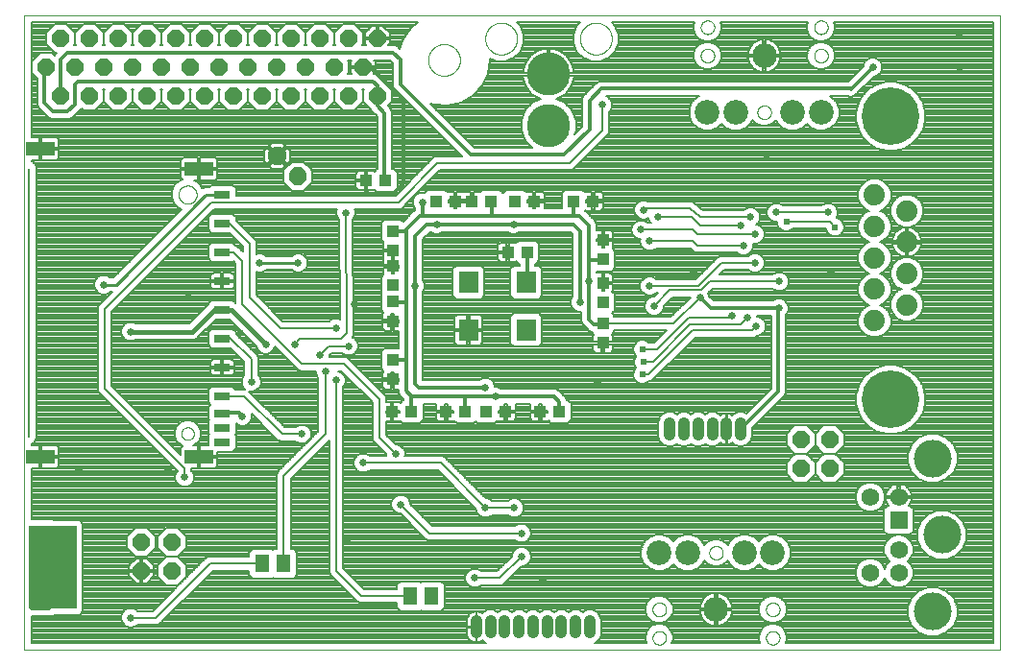
<source format=gbl>
G75*
%MOIN*%
%OFA0B0*%
%FSLAX25Y25*%
%IPPOS*%
%LPD*%
%AMOC8*
5,1,8,0,0,1.08239X$1,22.5*
%
%ADD10C,0.00000*%
%ADD11R,0.04331X0.03937*%
%ADD12R,0.03937X0.04331*%
%ADD13C,0.08600*%
%ADD14C,0.07400*%
%ADD15C,0.20000*%
%ADD16R,0.05118X0.06299*%
%ADD17C,0.03969*%
%ADD18OC8,0.06000*%
%ADD19C,0.01200*%
%ADD20R,0.06200X0.06200*%
%ADD21C,0.06200*%
%ADD22C,0.13100*%
%ADD23R,0.07000X0.07800*%
%ADD24R,0.16500X0.29000*%
%ADD25R,0.07050X0.07050*%
%ADD26C,0.02233*%
%ADD27C,0.00500*%
%ADD28R,0.05600X0.02800*%
%ADD29R,0.10000X0.05000*%
%ADD30C,0.15000*%
%ADD31C,0.02600*%
%ADD32C,0.00800*%
%ADD33C,0.02400*%
%ADD34C,0.00700*%
%ADD35C,0.01600*%
%ADD36C,0.00900*%
%ADD37C,0.01000*%
D10*
X0004300Y0012866D02*
X0004300Y0233366D01*
X0342800Y0233366D01*
X0342800Y0012866D01*
X0004300Y0012866D01*
X0017300Y0033622D02*
X0017302Y0033681D01*
X0017308Y0033741D01*
X0017318Y0033799D01*
X0017331Y0033857D01*
X0017349Y0033914D01*
X0017370Y0033970D01*
X0017395Y0034024D01*
X0017423Y0034076D01*
X0017455Y0034127D01*
X0017490Y0034175D01*
X0017528Y0034221D01*
X0017569Y0034264D01*
X0017613Y0034304D01*
X0017659Y0034341D01*
X0017708Y0034375D01*
X0017759Y0034406D01*
X0017811Y0034434D01*
X0017866Y0034458D01*
X0017922Y0034478D01*
X0017979Y0034494D01*
X0018037Y0034507D01*
X0018096Y0034516D01*
X0018155Y0034521D01*
X0018215Y0034522D01*
X0018274Y0034519D01*
X0018333Y0034512D01*
X0018392Y0034501D01*
X0018450Y0034487D01*
X0018506Y0034468D01*
X0018562Y0034446D01*
X0018615Y0034421D01*
X0018667Y0034391D01*
X0018717Y0034359D01*
X0018764Y0034323D01*
X0018810Y0034284D01*
X0018852Y0034242D01*
X0018892Y0034198D01*
X0018928Y0034151D01*
X0018961Y0034102D01*
X0018992Y0034050D01*
X0019018Y0033997D01*
X0019041Y0033942D01*
X0019060Y0033886D01*
X0019076Y0033828D01*
X0019088Y0033770D01*
X0019096Y0033711D01*
X0019100Y0033652D01*
X0019100Y0033592D01*
X0019096Y0033533D01*
X0019088Y0033474D01*
X0019076Y0033416D01*
X0019060Y0033358D01*
X0019041Y0033302D01*
X0019018Y0033247D01*
X0018992Y0033194D01*
X0018961Y0033142D01*
X0018928Y0033093D01*
X0018892Y0033046D01*
X0018852Y0033002D01*
X0018810Y0032960D01*
X0018764Y0032921D01*
X0018717Y0032885D01*
X0018667Y0032853D01*
X0018615Y0032823D01*
X0018562Y0032798D01*
X0018506Y0032776D01*
X0018450Y0032757D01*
X0018392Y0032743D01*
X0018333Y0032732D01*
X0018274Y0032725D01*
X0018215Y0032722D01*
X0018155Y0032723D01*
X0018096Y0032728D01*
X0018037Y0032737D01*
X0017979Y0032750D01*
X0017922Y0032766D01*
X0017866Y0032786D01*
X0017811Y0032810D01*
X0017759Y0032838D01*
X0017708Y0032869D01*
X0017659Y0032903D01*
X0017613Y0032940D01*
X0017569Y0032980D01*
X0017528Y0033023D01*
X0017490Y0033069D01*
X0017455Y0033117D01*
X0017423Y0033168D01*
X0017395Y0033220D01*
X0017370Y0033274D01*
X0017349Y0033330D01*
X0017331Y0033387D01*
X0017318Y0033445D01*
X0017308Y0033503D01*
X0017302Y0033563D01*
X0017300Y0033622D01*
X0017300Y0049422D02*
X0017302Y0049481D01*
X0017308Y0049541D01*
X0017318Y0049599D01*
X0017331Y0049657D01*
X0017349Y0049714D01*
X0017370Y0049770D01*
X0017395Y0049824D01*
X0017423Y0049876D01*
X0017455Y0049927D01*
X0017490Y0049975D01*
X0017528Y0050021D01*
X0017569Y0050064D01*
X0017613Y0050104D01*
X0017659Y0050141D01*
X0017708Y0050175D01*
X0017759Y0050206D01*
X0017811Y0050234D01*
X0017866Y0050258D01*
X0017922Y0050278D01*
X0017979Y0050294D01*
X0018037Y0050307D01*
X0018096Y0050316D01*
X0018155Y0050321D01*
X0018215Y0050322D01*
X0018274Y0050319D01*
X0018333Y0050312D01*
X0018392Y0050301D01*
X0018450Y0050287D01*
X0018506Y0050268D01*
X0018562Y0050246D01*
X0018615Y0050221D01*
X0018667Y0050191D01*
X0018717Y0050159D01*
X0018764Y0050123D01*
X0018810Y0050084D01*
X0018852Y0050042D01*
X0018892Y0049998D01*
X0018928Y0049951D01*
X0018961Y0049902D01*
X0018992Y0049850D01*
X0019018Y0049797D01*
X0019041Y0049742D01*
X0019060Y0049686D01*
X0019076Y0049628D01*
X0019088Y0049570D01*
X0019096Y0049511D01*
X0019100Y0049452D01*
X0019100Y0049392D01*
X0019096Y0049333D01*
X0019088Y0049274D01*
X0019076Y0049216D01*
X0019060Y0049158D01*
X0019041Y0049102D01*
X0019018Y0049047D01*
X0018992Y0048994D01*
X0018961Y0048942D01*
X0018928Y0048893D01*
X0018892Y0048846D01*
X0018852Y0048802D01*
X0018810Y0048760D01*
X0018764Y0048721D01*
X0018717Y0048685D01*
X0018667Y0048653D01*
X0018615Y0048623D01*
X0018562Y0048598D01*
X0018506Y0048576D01*
X0018450Y0048557D01*
X0018392Y0048543D01*
X0018333Y0048532D01*
X0018274Y0048525D01*
X0018215Y0048522D01*
X0018155Y0048523D01*
X0018096Y0048528D01*
X0018037Y0048537D01*
X0017979Y0048550D01*
X0017922Y0048566D01*
X0017866Y0048586D01*
X0017811Y0048610D01*
X0017759Y0048638D01*
X0017708Y0048669D01*
X0017659Y0048703D01*
X0017613Y0048740D01*
X0017569Y0048780D01*
X0017528Y0048823D01*
X0017490Y0048869D01*
X0017455Y0048917D01*
X0017423Y0048968D01*
X0017395Y0049020D01*
X0017370Y0049074D01*
X0017349Y0049130D01*
X0017331Y0049187D01*
X0017318Y0049245D01*
X0017308Y0049303D01*
X0017302Y0049363D01*
X0017300Y0049422D01*
X0058760Y0088084D02*
X0058762Y0088177D01*
X0058768Y0088269D01*
X0058778Y0088361D01*
X0058792Y0088452D01*
X0058809Y0088543D01*
X0058831Y0088633D01*
X0058856Y0088722D01*
X0058885Y0088810D01*
X0058918Y0088896D01*
X0058955Y0088981D01*
X0058995Y0089065D01*
X0059039Y0089146D01*
X0059086Y0089226D01*
X0059136Y0089304D01*
X0059190Y0089379D01*
X0059247Y0089452D01*
X0059307Y0089522D01*
X0059370Y0089590D01*
X0059436Y0089655D01*
X0059504Y0089717D01*
X0059575Y0089777D01*
X0059649Y0089833D01*
X0059725Y0089886D01*
X0059803Y0089935D01*
X0059883Y0089982D01*
X0059965Y0090024D01*
X0060049Y0090064D01*
X0060134Y0090099D01*
X0060221Y0090131D01*
X0060309Y0090160D01*
X0060398Y0090184D01*
X0060488Y0090205D01*
X0060579Y0090221D01*
X0060671Y0090234D01*
X0060763Y0090243D01*
X0060856Y0090248D01*
X0060948Y0090249D01*
X0061041Y0090246D01*
X0061133Y0090239D01*
X0061225Y0090228D01*
X0061316Y0090213D01*
X0061407Y0090195D01*
X0061497Y0090172D01*
X0061585Y0090146D01*
X0061673Y0090116D01*
X0061759Y0090082D01*
X0061843Y0090045D01*
X0061926Y0090003D01*
X0062007Y0089959D01*
X0062087Y0089911D01*
X0062164Y0089860D01*
X0062238Y0089805D01*
X0062311Y0089747D01*
X0062381Y0089687D01*
X0062448Y0089623D01*
X0062512Y0089557D01*
X0062574Y0089487D01*
X0062632Y0089416D01*
X0062687Y0089342D01*
X0062739Y0089265D01*
X0062788Y0089186D01*
X0062834Y0089106D01*
X0062876Y0089023D01*
X0062914Y0088939D01*
X0062949Y0088853D01*
X0062980Y0088766D01*
X0063007Y0088678D01*
X0063030Y0088588D01*
X0063050Y0088498D01*
X0063066Y0088407D01*
X0063078Y0088315D01*
X0063086Y0088223D01*
X0063090Y0088130D01*
X0063090Y0088038D01*
X0063086Y0087945D01*
X0063078Y0087853D01*
X0063066Y0087761D01*
X0063050Y0087670D01*
X0063030Y0087580D01*
X0063007Y0087490D01*
X0062980Y0087402D01*
X0062949Y0087315D01*
X0062914Y0087229D01*
X0062876Y0087145D01*
X0062834Y0087062D01*
X0062788Y0086982D01*
X0062739Y0086903D01*
X0062687Y0086826D01*
X0062632Y0086752D01*
X0062574Y0086681D01*
X0062512Y0086611D01*
X0062448Y0086545D01*
X0062381Y0086481D01*
X0062311Y0086421D01*
X0062238Y0086363D01*
X0062164Y0086308D01*
X0062087Y0086257D01*
X0062008Y0086209D01*
X0061926Y0086165D01*
X0061843Y0086123D01*
X0061759Y0086086D01*
X0061673Y0086052D01*
X0061585Y0086022D01*
X0061497Y0085996D01*
X0061407Y0085973D01*
X0061316Y0085955D01*
X0061225Y0085940D01*
X0061133Y0085929D01*
X0061041Y0085922D01*
X0060948Y0085919D01*
X0060856Y0085920D01*
X0060763Y0085925D01*
X0060671Y0085934D01*
X0060579Y0085947D01*
X0060488Y0085963D01*
X0060398Y0085984D01*
X0060309Y0086008D01*
X0060221Y0086037D01*
X0060134Y0086069D01*
X0060049Y0086104D01*
X0059965Y0086144D01*
X0059883Y0086186D01*
X0059803Y0086233D01*
X0059725Y0086282D01*
X0059649Y0086335D01*
X0059575Y0086391D01*
X0059504Y0086451D01*
X0059436Y0086513D01*
X0059370Y0086578D01*
X0059307Y0086646D01*
X0059247Y0086716D01*
X0059190Y0086789D01*
X0059136Y0086864D01*
X0059086Y0086942D01*
X0059039Y0087022D01*
X0058995Y0087103D01*
X0058955Y0087187D01*
X0058918Y0087272D01*
X0058885Y0087358D01*
X0058856Y0087446D01*
X0058831Y0087535D01*
X0058809Y0087625D01*
X0058792Y0087716D01*
X0058778Y0087807D01*
X0058768Y0087899D01*
X0058762Y0087991D01*
X0058760Y0088084D01*
X0057775Y0171084D02*
X0057777Y0171196D01*
X0057783Y0171307D01*
X0057793Y0171419D01*
X0057807Y0171530D01*
X0057824Y0171640D01*
X0057846Y0171750D01*
X0057872Y0171859D01*
X0057901Y0171967D01*
X0057934Y0172073D01*
X0057971Y0172179D01*
X0058012Y0172283D01*
X0058057Y0172386D01*
X0058105Y0172487D01*
X0058156Y0172586D01*
X0058211Y0172683D01*
X0058270Y0172778D01*
X0058331Y0172872D01*
X0058396Y0172963D01*
X0058465Y0173051D01*
X0058536Y0173137D01*
X0058610Y0173221D01*
X0058688Y0173301D01*
X0058768Y0173379D01*
X0058851Y0173455D01*
X0058936Y0173527D01*
X0059024Y0173596D01*
X0059114Y0173662D01*
X0059207Y0173724D01*
X0059302Y0173784D01*
X0059399Y0173840D01*
X0059497Y0173892D01*
X0059598Y0173941D01*
X0059700Y0173986D01*
X0059804Y0174028D01*
X0059909Y0174066D01*
X0060016Y0174100D01*
X0060123Y0174130D01*
X0060232Y0174157D01*
X0060341Y0174179D01*
X0060452Y0174198D01*
X0060562Y0174213D01*
X0060674Y0174224D01*
X0060785Y0174231D01*
X0060897Y0174234D01*
X0061009Y0174233D01*
X0061121Y0174228D01*
X0061232Y0174219D01*
X0061343Y0174206D01*
X0061454Y0174189D01*
X0061564Y0174169D01*
X0061673Y0174144D01*
X0061781Y0174116D01*
X0061888Y0174083D01*
X0061994Y0174047D01*
X0062098Y0174007D01*
X0062201Y0173964D01*
X0062303Y0173917D01*
X0062402Y0173866D01*
X0062500Y0173812D01*
X0062596Y0173754D01*
X0062690Y0173693D01*
X0062781Y0173629D01*
X0062870Y0173562D01*
X0062957Y0173491D01*
X0063041Y0173417D01*
X0063123Y0173341D01*
X0063201Y0173261D01*
X0063277Y0173179D01*
X0063350Y0173094D01*
X0063420Y0173007D01*
X0063486Y0172917D01*
X0063550Y0172825D01*
X0063610Y0172731D01*
X0063667Y0172635D01*
X0063720Y0172536D01*
X0063770Y0172436D01*
X0063816Y0172335D01*
X0063859Y0172231D01*
X0063898Y0172126D01*
X0063933Y0172020D01*
X0063964Y0171913D01*
X0063992Y0171804D01*
X0064015Y0171695D01*
X0064035Y0171585D01*
X0064051Y0171474D01*
X0064063Y0171363D01*
X0064071Y0171252D01*
X0064075Y0171140D01*
X0064075Y0171028D01*
X0064071Y0170916D01*
X0064063Y0170805D01*
X0064051Y0170694D01*
X0064035Y0170583D01*
X0064015Y0170473D01*
X0063992Y0170364D01*
X0063964Y0170255D01*
X0063933Y0170148D01*
X0063898Y0170042D01*
X0063859Y0169937D01*
X0063816Y0169833D01*
X0063770Y0169732D01*
X0063720Y0169632D01*
X0063667Y0169533D01*
X0063610Y0169437D01*
X0063550Y0169343D01*
X0063486Y0169251D01*
X0063420Y0169161D01*
X0063350Y0169074D01*
X0063277Y0168989D01*
X0063201Y0168907D01*
X0063123Y0168827D01*
X0063041Y0168751D01*
X0062957Y0168677D01*
X0062870Y0168606D01*
X0062781Y0168539D01*
X0062690Y0168475D01*
X0062596Y0168414D01*
X0062500Y0168356D01*
X0062402Y0168302D01*
X0062303Y0168251D01*
X0062201Y0168204D01*
X0062098Y0168161D01*
X0061994Y0168121D01*
X0061888Y0168085D01*
X0061781Y0168052D01*
X0061673Y0168024D01*
X0061564Y0167999D01*
X0061454Y0167979D01*
X0061343Y0167962D01*
X0061232Y0167949D01*
X0061121Y0167940D01*
X0061009Y0167935D01*
X0060897Y0167934D01*
X0060785Y0167937D01*
X0060674Y0167944D01*
X0060562Y0167955D01*
X0060452Y0167970D01*
X0060341Y0167989D01*
X0060232Y0168011D01*
X0060123Y0168038D01*
X0060016Y0168068D01*
X0059909Y0168102D01*
X0059804Y0168140D01*
X0059700Y0168182D01*
X0059598Y0168227D01*
X0059497Y0168276D01*
X0059399Y0168328D01*
X0059302Y0168384D01*
X0059207Y0168444D01*
X0059114Y0168506D01*
X0059024Y0168572D01*
X0058936Y0168641D01*
X0058851Y0168713D01*
X0058768Y0168789D01*
X0058688Y0168867D01*
X0058610Y0168947D01*
X0058536Y0169031D01*
X0058465Y0169117D01*
X0058396Y0169205D01*
X0058331Y0169296D01*
X0058270Y0169390D01*
X0058211Y0169485D01*
X0058156Y0169582D01*
X0058105Y0169681D01*
X0058057Y0169782D01*
X0058012Y0169885D01*
X0057971Y0169989D01*
X0057934Y0170095D01*
X0057901Y0170201D01*
X0057872Y0170309D01*
X0057846Y0170418D01*
X0057824Y0170528D01*
X0057807Y0170638D01*
X0057793Y0170749D01*
X0057783Y0170861D01*
X0057777Y0170972D01*
X0057775Y0171084D01*
X0144413Y0217866D02*
X0144415Y0218014D01*
X0144421Y0218162D01*
X0144431Y0218310D01*
X0144445Y0218457D01*
X0144463Y0218604D01*
X0144484Y0218750D01*
X0144510Y0218896D01*
X0144540Y0219041D01*
X0144573Y0219185D01*
X0144611Y0219328D01*
X0144652Y0219470D01*
X0144697Y0219611D01*
X0144745Y0219751D01*
X0144798Y0219890D01*
X0144854Y0220027D01*
X0144914Y0220162D01*
X0144977Y0220296D01*
X0145044Y0220428D01*
X0145115Y0220558D01*
X0145189Y0220686D01*
X0145266Y0220812D01*
X0145347Y0220936D01*
X0145431Y0221058D01*
X0145518Y0221177D01*
X0145609Y0221294D01*
X0145703Y0221409D01*
X0145799Y0221521D01*
X0145899Y0221631D01*
X0146001Y0221737D01*
X0146107Y0221841D01*
X0146215Y0221942D01*
X0146326Y0222040D01*
X0146439Y0222136D01*
X0146555Y0222228D01*
X0146673Y0222317D01*
X0146794Y0222402D01*
X0146917Y0222485D01*
X0147042Y0222564D01*
X0147169Y0222640D01*
X0147298Y0222712D01*
X0147429Y0222781D01*
X0147562Y0222846D01*
X0147697Y0222907D01*
X0147833Y0222965D01*
X0147970Y0223020D01*
X0148109Y0223070D01*
X0148250Y0223117D01*
X0148391Y0223160D01*
X0148534Y0223200D01*
X0148678Y0223235D01*
X0148822Y0223267D01*
X0148968Y0223294D01*
X0149114Y0223318D01*
X0149261Y0223338D01*
X0149408Y0223354D01*
X0149555Y0223366D01*
X0149703Y0223374D01*
X0149851Y0223378D01*
X0149999Y0223378D01*
X0150147Y0223374D01*
X0150295Y0223366D01*
X0150442Y0223354D01*
X0150589Y0223338D01*
X0150736Y0223318D01*
X0150882Y0223294D01*
X0151028Y0223267D01*
X0151172Y0223235D01*
X0151316Y0223200D01*
X0151459Y0223160D01*
X0151600Y0223117D01*
X0151741Y0223070D01*
X0151880Y0223020D01*
X0152017Y0222965D01*
X0152153Y0222907D01*
X0152288Y0222846D01*
X0152421Y0222781D01*
X0152552Y0222712D01*
X0152681Y0222640D01*
X0152808Y0222564D01*
X0152933Y0222485D01*
X0153056Y0222402D01*
X0153177Y0222317D01*
X0153295Y0222228D01*
X0153411Y0222136D01*
X0153524Y0222040D01*
X0153635Y0221942D01*
X0153743Y0221841D01*
X0153849Y0221737D01*
X0153951Y0221631D01*
X0154051Y0221521D01*
X0154147Y0221409D01*
X0154241Y0221294D01*
X0154332Y0221177D01*
X0154419Y0221058D01*
X0154503Y0220936D01*
X0154584Y0220812D01*
X0154661Y0220686D01*
X0154735Y0220558D01*
X0154806Y0220428D01*
X0154873Y0220296D01*
X0154936Y0220162D01*
X0154996Y0220027D01*
X0155052Y0219890D01*
X0155105Y0219751D01*
X0155153Y0219611D01*
X0155198Y0219470D01*
X0155239Y0219328D01*
X0155277Y0219185D01*
X0155310Y0219041D01*
X0155340Y0218896D01*
X0155366Y0218750D01*
X0155387Y0218604D01*
X0155405Y0218457D01*
X0155419Y0218310D01*
X0155429Y0218162D01*
X0155435Y0218014D01*
X0155437Y0217866D01*
X0155435Y0217718D01*
X0155429Y0217570D01*
X0155419Y0217422D01*
X0155405Y0217275D01*
X0155387Y0217128D01*
X0155366Y0216982D01*
X0155340Y0216836D01*
X0155310Y0216691D01*
X0155277Y0216547D01*
X0155239Y0216404D01*
X0155198Y0216262D01*
X0155153Y0216121D01*
X0155105Y0215981D01*
X0155052Y0215842D01*
X0154996Y0215705D01*
X0154936Y0215570D01*
X0154873Y0215436D01*
X0154806Y0215304D01*
X0154735Y0215174D01*
X0154661Y0215046D01*
X0154584Y0214920D01*
X0154503Y0214796D01*
X0154419Y0214674D01*
X0154332Y0214555D01*
X0154241Y0214438D01*
X0154147Y0214323D01*
X0154051Y0214211D01*
X0153951Y0214101D01*
X0153849Y0213995D01*
X0153743Y0213891D01*
X0153635Y0213790D01*
X0153524Y0213692D01*
X0153411Y0213596D01*
X0153295Y0213504D01*
X0153177Y0213415D01*
X0153056Y0213330D01*
X0152933Y0213247D01*
X0152808Y0213168D01*
X0152681Y0213092D01*
X0152552Y0213020D01*
X0152421Y0212951D01*
X0152288Y0212886D01*
X0152153Y0212825D01*
X0152017Y0212767D01*
X0151880Y0212712D01*
X0151741Y0212662D01*
X0151600Y0212615D01*
X0151459Y0212572D01*
X0151316Y0212532D01*
X0151172Y0212497D01*
X0151028Y0212465D01*
X0150882Y0212438D01*
X0150736Y0212414D01*
X0150589Y0212394D01*
X0150442Y0212378D01*
X0150295Y0212366D01*
X0150147Y0212358D01*
X0149999Y0212354D01*
X0149851Y0212354D01*
X0149703Y0212358D01*
X0149555Y0212366D01*
X0149408Y0212378D01*
X0149261Y0212394D01*
X0149114Y0212414D01*
X0148968Y0212438D01*
X0148822Y0212465D01*
X0148678Y0212497D01*
X0148534Y0212532D01*
X0148391Y0212572D01*
X0148250Y0212615D01*
X0148109Y0212662D01*
X0147970Y0212712D01*
X0147833Y0212767D01*
X0147697Y0212825D01*
X0147562Y0212886D01*
X0147429Y0212951D01*
X0147298Y0213020D01*
X0147169Y0213092D01*
X0147042Y0213168D01*
X0146917Y0213247D01*
X0146794Y0213330D01*
X0146673Y0213415D01*
X0146555Y0213504D01*
X0146439Y0213596D01*
X0146326Y0213692D01*
X0146215Y0213790D01*
X0146107Y0213891D01*
X0146001Y0213995D01*
X0145899Y0214101D01*
X0145799Y0214211D01*
X0145703Y0214323D01*
X0145609Y0214438D01*
X0145518Y0214555D01*
X0145431Y0214674D01*
X0145347Y0214796D01*
X0145266Y0214920D01*
X0145189Y0215046D01*
X0145115Y0215174D01*
X0145044Y0215304D01*
X0144977Y0215436D01*
X0144914Y0215570D01*
X0144854Y0215705D01*
X0144798Y0215842D01*
X0144745Y0215981D01*
X0144697Y0216121D01*
X0144652Y0216262D01*
X0144611Y0216404D01*
X0144573Y0216547D01*
X0144540Y0216691D01*
X0144510Y0216836D01*
X0144484Y0216982D01*
X0144463Y0217128D01*
X0144445Y0217275D01*
X0144431Y0217422D01*
X0144421Y0217570D01*
X0144415Y0217718D01*
X0144413Y0217866D01*
X0164226Y0225267D02*
X0164228Y0225415D01*
X0164234Y0225563D01*
X0164244Y0225711D01*
X0164258Y0225858D01*
X0164276Y0226005D01*
X0164297Y0226151D01*
X0164323Y0226297D01*
X0164353Y0226442D01*
X0164386Y0226586D01*
X0164424Y0226729D01*
X0164465Y0226871D01*
X0164510Y0227012D01*
X0164558Y0227152D01*
X0164611Y0227291D01*
X0164667Y0227428D01*
X0164727Y0227563D01*
X0164790Y0227697D01*
X0164857Y0227829D01*
X0164928Y0227959D01*
X0165002Y0228087D01*
X0165079Y0228213D01*
X0165160Y0228337D01*
X0165244Y0228459D01*
X0165331Y0228578D01*
X0165422Y0228695D01*
X0165516Y0228810D01*
X0165612Y0228922D01*
X0165712Y0229032D01*
X0165814Y0229138D01*
X0165920Y0229242D01*
X0166028Y0229343D01*
X0166139Y0229441D01*
X0166252Y0229537D01*
X0166368Y0229629D01*
X0166486Y0229718D01*
X0166607Y0229803D01*
X0166730Y0229886D01*
X0166855Y0229965D01*
X0166982Y0230041D01*
X0167111Y0230113D01*
X0167242Y0230182D01*
X0167375Y0230247D01*
X0167510Y0230308D01*
X0167646Y0230366D01*
X0167783Y0230421D01*
X0167922Y0230471D01*
X0168063Y0230518D01*
X0168204Y0230561D01*
X0168347Y0230601D01*
X0168491Y0230636D01*
X0168635Y0230668D01*
X0168781Y0230695D01*
X0168927Y0230719D01*
X0169074Y0230739D01*
X0169221Y0230755D01*
X0169368Y0230767D01*
X0169516Y0230775D01*
X0169664Y0230779D01*
X0169812Y0230779D01*
X0169960Y0230775D01*
X0170108Y0230767D01*
X0170255Y0230755D01*
X0170402Y0230739D01*
X0170549Y0230719D01*
X0170695Y0230695D01*
X0170841Y0230668D01*
X0170985Y0230636D01*
X0171129Y0230601D01*
X0171272Y0230561D01*
X0171413Y0230518D01*
X0171554Y0230471D01*
X0171693Y0230421D01*
X0171830Y0230366D01*
X0171966Y0230308D01*
X0172101Y0230247D01*
X0172234Y0230182D01*
X0172365Y0230113D01*
X0172494Y0230041D01*
X0172621Y0229965D01*
X0172746Y0229886D01*
X0172869Y0229803D01*
X0172990Y0229718D01*
X0173108Y0229629D01*
X0173224Y0229537D01*
X0173337Y0229441D01*
X0173448Y0229343D01*
X0173556Y0229242D01*
X0173662Y0229138D01*
X0173764Y0229032D01*
X0173864Y0228922D01*
X0173960Y0228810D01*
X0174054Y0228695D01*
X0174145Y0228578D01*
X0174232Y0228459D01*
X0174316Y0228337D01*
X0174397Y0228213D01*
X0174474Y0228087D01*
X0174548Y0227959D01*
X0174619Y0227829D01*
X0174686Y0227697D01*
X0174749Y0227563D01*
X0174809Y0227428D01*
X0174865Y0227291D01*
X0174918Y0227152D01*
X0174966Y0227012D01*
X0175011Y0226871D01*
X0175052Y0226729D01*
X0175090Y0226586D01*
X0175123Y0226442D01*
X0175153Y0226297D01*
X0175179Y0226151D01*
X0175200Y0226005D01*
X0175218Y0225858D01*
X0175232Y0225711D01*
X0175242Y0225563D01*
X0175248Y0225415D01*
X0175250Y0225267D01*
X0175248Y0225119D01*
X0175242Y0224971D01*
X0175232Y0224823D01*
X0175218Y0224676D01*
X0175200Y0224529D01*
X0175179Y0224383D01*
X0175153Y0224237D01*
X0175123Y0224092D01*
X0175090Y0223948D01*
X0175052Y0223805D01*
X0175011Y0223663D01*
X0174966Y0223522D01*
X0174918Y0223382D01*
X0174865Y0223243D01*
X0174809Y0223106D01*
X0174749Y0222971D01*
X0174686Y0222837D01*
X0174619Y0222705D01*
X0174548Y0222575D01*
X0174474Y0222447D01*
X0174397Y0222321D01*
X0174316Y0222197D01*
X0174232Y0222075D01*
X0174145Y0221956D01*
X0174054Y0221839D01*
X0173960Y0221724D01*
X0173864Y0221612D01*
X0173764Y0221502D01*
X0173662Y0221396D01*
X0173556Y0221292D01*
X0173448Y0221191D01*
X0173337Y0221093D01*
X0173224Y0220997D01*
X0173108Y0220905D01*
X0172990Y0220816D01*
X0172869Y0220731D01*
X0172746Y0220648D01*
X0172621Y0220569D01*
X0172494Y0220493D01*
X0172365Y0220421D01*
X0172234Y0220352D01*
X0172101Y0220287D01*
X0171966Y0220226D01*
X0171830Y0220168D01*
X0171693Y0220113D01*
X0171554Y0220063D01*
X0171413Y0220016D01*
X0171272Y0219973D01*
X0171129Y0219933D01*
X0170985Y0219898D01*
X0170841Y0219866D01*
X0170695Y0219839D01*
X0170549Y0219815D01*
X0170402Y0219795D01*
X0170255Y0219779D01*
X0170108Y0219767D01*
X0169960Y0219759D01*
X0169812Y0219755D01*
X0169664Y0219755D01*
X0169516Y0219759D01*
X0169368Y0219767D01*
X0169221Y0219779D01*
X0169074Y0219795D01*
X0168927Y0219815D01*
X0168781Y0219839D01*
X0168635Y0219866D01*
X0168491Y0219898D01*
X0168347Y0219933D01*
X0168204Y0219973D01*
X0168063Y0220016D01*
X0167922Y0220063D01*
X0167783Y0220113D01*
X0167646Y0220168D01*
X0167510Y0220226D01*
X0167375Y0220287D01*
X0167242Y0220352D01*
X0167111Y0220421D01*
X0166982Y0220493D01*
X0166855Y0220569D01*
X0166730Y0220648D01*
X0166607Y0220731D01*
X0166486Y0220816D01*
X0166368Y0220905D01*
X0166252Y0220997D01*
X0166139Y0221093D01*
X0166028Y0221191D01*
X0165920Y0221292D01*
X0165814Y0221396D01*
X0165712Y0221502D01*
X0165612Y0221612D01*
X0165516Y0221724D01*
X0165422Y0221839D01*
X0165331Y0221956D01*
X0165244Y0222075D01*
X0165160Y0222197D01*
X0165079Y0222321D01*
X0165002Y0222447D01*
X0164928Y0222575D01*
X0164857Y0222705D01*
X0164790Y0222837D01*
X0164727Y0222971D01*
X0164667Y0223106D01*
X0164611Y0223243D01*
X0164558Y0223382D01*
X0164510Y0223522D01*
X0164465Y0223663D01*
X0164424Y0223805D01*
X0164386Y0223948D01*
X0164353Y0224092D01*
X0164323Y0224237D01*
X0164297Y0224383D01*
X0164276Y0224529D01*
X0164258Y0224676D01*
X0164244Y0224823D01*
X0164234Y0224971D01*
X0164228Y0225119D01*
X0164226Y0225267D01*
X0197100Y0225267D02*
X0197102Y0225415D01*
X0197108Y0225563D01*
X0197118Y0225711D01*
X0197132Y0225858D01*
X0197150Y0226005D01*
X0197171Y0226151D01*
X0197197Y0226297D01*
X0197227Y0226442D01*
X0197260Y0226586D01*
X0197298Y0226729D01*
X0197339Y0226871D01*
X0197384Y0227012D01*
X0197432Y0227152D01*
X0197485Y0227291D01*
X0197541Y0227428D01*
X0197601Y0227563D01*
X0197664Y0227697D01*
X0197731Y0227829D01*
X0197802Y0227959D01*
X0197876Y0228087D01*
X0197953Y0228213D01*
X0198034Y0228337D01*
X0198118Y0228459D01*
X0198205Y0228578D01*
X0198296Y0228695D01*
X0198390Y0228810D01*
X0198486Y0228922D01*
X0198586Y0229032D01*
X0198688Y0229138D01*
X0198794Y0229242D01*
X0198902Y0229343D01*
X0199013Y0229441D01*
X0199126Y0229537D01*
X0199242Y0229629D01*
X0199360Y0229718D01*
X0199481Y0229803D01*
X0199604Y0229886D01*
X0199729Y0229965D01*
X0199856Y0230041D01*
X0199985Y0230113D01*
X0200116Y0230182D01*
X0200249Y0230247D01*
X0200384Y0230308D01*
X0200520Y0230366D01*
X0200657Y0230421D01*
X0200796Y0230471D01*
X0200937Y0230518D01*
X0201078Y0230561D01*
X0201221Y0230601D01*
X0201365Y0230636D01*
X0201509Y0230668D01*
X0201655Y0230695D01*
X0201801Y0230719D01*
X0201948Y0230739D01*
X0202095Y0230755D01*
X0202242Y0230767D01*
X0202390Y0230775D01*
X0202538Y0230779D01*
X0202686Y0230779D01*
X0202834Y0230775D01*
X0202982Y0230767D01*
X0203129Y0230755D01*
X0203276Y0230739D01*
X0203423Y0230719D01*
X0203569Y0230695D01*
X0203715Y0230668D01*
X0203859Y0230636D01*
X0204003Y0230601D01*
X0204146Y0230561D01*
X0204287Y0230518D01*
X0204428Y0230471D01*
X0204567Y0230421D01*
X0204704Y0230366D01*
X0204840Y0230308D01*
X0204975Y0230247D01*
X0205108Y0230182D01*
X0205239Y0230113D01*
X0205368Y0230041D01*
X0205495Y0229965D01*
X0205620Y0229886D01*
X0205743Y0229803D01*
X0205864Y0229718D01*
X0205982Y0229629D01*
X0206098Y0229537D01*
X0206211Y0229441D01*
X0206322Y0229343D01*
X0206430Y0229242D01*
X0206536Y0229138D01*
X0206638Y0229032D01*
X0206738Y0228922D01*
X0206834Y0228810D01*
X0206928Y0228695D01*
X0207019Y0228578D01*
X0207106Y0228459D01*
X0207190Y0228337D01*
X0207271Y0228213D01*
X0207348Y0228087D01*
X0207422Y0227959D01*
X0207493Y0227829D01*
X0207560Y0227697D01*
X0207623Y0227563D01*
X0207683Y0227428D01*
X0207739Y0227291D01*
X0207792Y0227152D01*
X0207840Y0227012D01*
X0207885Y0226871D01*
X0207926Y0226729D01*
X0207964Y0226586D01*
X0207997Y0226442D01*
X0208027Y0226297D01*
X0208053Y0226151D01*
X0208074Y0226005D01*
X0208092Y0225858D01*
X0208106Y0225711D01*
X0208116Y0225563D01*
X0208122Y0225415D01*
X0208124Y0225267D01*
X0208122Y0225119D01*
X0208116Y0224971D01*
X0208106Y0224823D01*
X0208092Y0224676D01*
X0208074Y0224529D01*
X0208053Y0224383D01*
X0208027Y0224237D01*
X0207997Y0224092D01*
X0207964Y0223948D01*
X0207926Y0223805D01*
X0207885Y0223663D01*
X0207840Y0223522D01*
X0207792Y0223382D01*
X0207739Y0223243D01*
X0207683Y0223106D01*
X0207623Y0222971D01*
X0207560Y0222837D01*
X0207493Y0222705D01*
X0207422Y0222575D01*
X0207348Y0222447D01*
X0207271Y0222321D01*
X0207190Y0222197D01*
X0207106Y0222075D01*
X0207019Y0221956D01*
X0206928Y0221839D01*
X0206834Y0221724D01*
X0206738Y0221612D01*
X0206638Y0221502D01*
X0206536Y0221396D01*
X0206430Y0221292D01*
X0206322Y0221191D01*
X0206211Y0221093D01*
X0206098Y0220997D01*
X0205982Y0220905D01*
X0205864Y0220816D01*
X0205743Y0220731D01*
X0205620Y0220648D01*
X0205495Y0220569D01*
X0205368Y0220493D01*
X0205239Y0220421D01*
X0205108Y0220352D01*
X0204975Y0220287D01*
X0204840Y0220226D01*
X0204704Y0220168D01*
X0204567Y0220113D01*
X0204428Y0220063D01*
X0204287Y0220016D01*
X0204146Y0219973D01*
X0204003Y0219933D01*
X0203859Y0219898D01*
X0203715Y0219866D01*
X0203569Y0219839D01*
X0203423Y0219815D01*
X0203276Y0219795D01*
X0203129Y0219779D01*
X0202982Y0219767D01*
X0202834Y0219759D01*
X0202686Y0219755D01*
X0202538Y0219755D01*
X0202390Y0219759D01*
X0202242Y0219767D01*
X0202095Y0219779D01*
X0201948Y0219795D01*
X0201801Y0219815D01*
X0201655Y0219839D01*
X0201509Y0219866D01*
X0201365Y0219898D01*
X0201221Y0219933D01*
X0201078Y0219973D01*
X0200937Y0220016D01*
X0200796Y0220063D01*
X0200657Y0220113D01*
X0200520Y0220168D01*
X0200384Y0220226D01*
X0200249Y0220287D01*
X0200116Y0220352D01*
X0199985Y0220421D01*
X0199856Y0220493D01*
X0199729Y0220569D01*
X0199604Y0220648D01*
X0199481Y0220731D01*
X0199360Y0220816D01*
X0199242Y0220905D01*
X0199126Y0220997D01*
X0199013Y0221093D01*
X0198902Y0221191D01*
X0198794Y0221292D01*
X0198688Y0221396D01*
X0198586Y0221502D01*
X0198486Y0221612D01*
X0198390Y0221724D01*
X0198296Y0221839D01*
X0198205Y0221956D01*
X0198118Y0222075D01*
X0198034Y0222197D01*
X0197953Y0222321D01*
X0197876Y0222447D01*
X0197802Y0222575D01*
X0197731Y0222705D01*
X0197664Y0222837D01*
X0197601Y0222971D01*
X0197541Y0223106D01*
X0197485Y0223243D01*
X0197432Y0223382D01*
X0197384Y0223522D01*
X0197339Y0223663D01*
X0197298Y0223805D01*
X0197260Y0223948D01*
X0197227Y0224092D01*
X0197197Y0224237D01*
X0197171Y0224383D01*
X0197150Y0224529D01*
X0197132Y0224676D01*
X0197118Y0224823D01*
X0197108Y0224971D01*
X0197102Y0225119D01*
X0197100Y0225267D01*
X0238972Y0229208D02*
X0238974Y0229305D01*
X0238980Y0229402D01*
X0238990Y0229498D01*
X0239004Y0229594D01*
X0239022Y0229690D01*
X0239043Y0229784D01*
X0239069Y0229878D01*
X0239098Y0229970D01*
X0239132Y0230061D01*
X0239168Y0230151D01*
X0239209Y0230239D01*
X0239253Y0230325D01*
X0239301Y0230410D01*
X0239352Y0230492D01*
X0239406Y0230573D01*
X0239464Y0230651D01*
X0239525Y0230726D01*
X0239588Y0230799D01*
X0239655Y0230870D01*
X0239725Y0230937D01*
X0239797Y0231002D01*
X0239872Y0231063D01*
X0239950Y0231122D01*
X0240029Y0231177D01*
X0240111Y0231229D01*
X0240195Y0231277D01*
X0240281Y0231322D01*
X0240369Y0231364D01*
X0240458Y0231402D01*
X0240549Y0231436D01*
X0240641Y0231466D01*
X0240734Y0231493D01*
X0240829Y0231515D01*
X0240924Y0231534D01*
X0241020Y0231549D01*
X0241116Y0231560D01*
X0241213Y0231567D01*
X0241310Y0231570D01*
X0241407Y0231569D01*
X0241504Y0231564D01*
X0241600Y0231555D01*
X0241696Y0231542D01*
X0241792Y0231525D01*
X0241887Y0231504D01*
X0241980Y0231480D01*
X0242073Y0231451D01*
X0242165Y0231419D01*
X0242255Y0231383D01*
X0242343Y0231344D01*
X0242430Y0231300D01*
X0242515Y0231254D01*
X0242598Y0231203D01*
X0242679Y0231150D01*
X0242757Y0231093D01*
X0242834Y0231033D01*
X0242907Y0230970D01*
X0242978Y0230904D01*
X0243046Y0230835D01*
X0243112Y0230763D01*
X0243174Y0230689D01*
X0243233Y0230612D01*
X0243289Y0230533D01*
X0243342Y0230451D01*
X0243392Y0230368D01*
X0243437Y0230282D01*
X0243480Y0230195D01*
X0243519Y0230106D01*
X0243554Y0230016D01*
X0243585Y0229924D01*
X0243612Y0229831D01*
X0243636Y0229737D01*
X0243656Y0229642D01*
X0243672Y0229546D01*
X0243684Y0229450D01*
X0243692Y0229353D01*
X0243696Y0229256D01*
X0243696Y0229160D01*
X0243692Y0229063D01*
X0243684Y0228966D01*
X0243672Y0228870D01*
X0243656Y0228774D01*
X0243636Y0228679D01*
X0243612Y0228585D01*
X0243585Y0228492D01*
X0243554Y0228400D01*
X0243519Y0228310D01*
X0243480Y0228221D01*
X0243437Y0228134D01*
X0243392Y0228048D01*
X0243342Y0227965D01*
X0243289Y0227883D01*
X0243233Y0227804D01*
X0243174Y0227727D01*
X0243112Y0227653D01*
X0243046Y0227581D01*
X0242978Y0227512D01*
X0242907Y0227446D01*
X0242834Y0227383D01*
X0242757Y0227323D01*
X0242679Y0227266D01*
X0242598Y0227213D01*
X0242515Y0227162D01*
X0242430Y0227116D01*
X0242343Y0227072D01*
X0242255Y0227033D01*
X0242165Y0226997D01*
X0242073Y0226965D01*
X0241980Y0226936D01*
X0241887Y0226912D01*
X0241792Y0226891D01*
X0241696Y0226874D01*
X0241600Y0226861D01*
X0241504Y0226852D01*
X0241407Y0226847D01*
X0241310Y0226846D01*
X0241213Y0226849D01*
X0241116Y0226856D01*
X0241020Y0226867D01*
X0240924Y0226882D01*
X0240829Y0226901D01*
X0240734Y0226923D01*
X0240641Y0226950D01*
X0240549Y0226980D01*
X0240458Y0227014D01*
X0240369Y0227052D01*
X0240281Y0227094D01*
X0240195Y0227139D01*
X0240111Y0227187D01*
X0240029Y0227239D01*
X0239950Y0227294D01*
X0239872Y0227353D01*
X0239797Y0227414D01*
X0239725Y0227479D01*
X0239655Y0227546D01*
X0239588Y0227617D01*
X0239525Y0227690D01*
X0239464Y0227765D01*
X0239406Y0227843D01*
X0239352Y0227924D01*
X0239301Y0228006D01*
X0239253Y0228091D01*
X0239209Y0228177D01*
X0239168Y0228265D01*
X0239132Y0228355D01*
X0239098Y0228446D01*
X0239069Y0228538D01*
X0239043Y0228632D01*
X0239022Y0228726D01*
X0239004Y0228822D01*
X0238990Y0228918D01*
X0238980Y0229014D01*
X0238974Y0229111D01*
X0238972Y0229208D01*
X0238972Y0219366D02*
X0238974Y0219463D01*
X0238980Y0219560D01*
X0238990Y0219656D01*
X0239004Y0219752D01*
X0239022Y0219848D01*
X0239043Y0219942D01*
X0239069Y0220036D01*
X0239098Y0220128D01*
X0239132Y0220219D01*
X0239168Y0220309D01*
X0239209Y0220397D01*
X0239253Y0220483D01*
X0239301Y0220568D01*
X0239352Y0220650D01*
X0239406Y0220731D01*
X0239464Y0220809D01*
X0239525Y0220884D01*
X0239588Y0220957D01*
X0239655Y0221028D01*
X0239725Y0221095D01*
X0239797Y0221160D01*
X0239872Y0221221D01*
X0239950Y0221280D01*
X0240029Y0221335D01*
X0240111Y0221387D01*
X0240195Y0221435D01*
X0240281Y0221480D01*
X0240369Y0221522D01*
X0240458Y0221560D01*
X0240549Y0221594D01*
X0240641Y0221624D01*
X0240734Y0221651D01*
X0240829Y0221673D01*
X0240924Y0221692D01*
X0241020Y0221707D01*
X0241116Y0221718D01*
X0241213Y0221725D01*
X0241310Y0221728D01*
X0241407Y0221727D01*
X0241504Y0221722D01*
X0241600Y0221713D01*
X0241696Y0221700D01*
X0241792Y0221683D01*
X0241887Y0221662D01*
X0241980Y0221638D01*
X0242073Y0221609D01*
X0242165Y0221577D01*
X0242255Y0221541D01*
X0242343Y0221502D01*
X0242430Y0221458D01*
X0242515Y0221412D01*
X0242598Y0221361D01*
X0242679Y0221308D01*
X0242757Y0221251D01*
X0242834Y0221191D01*
X0242907Y0221128D01*
X0242978Y0221062D01*
X0243046Y0220993D01*
X0243112Y0220921D01*
X0243174Y0220847D01*
X0243233Y0220770D01*
X0243289Y0220691D01*
X0243342Y0220609D01*
X0243392Y0220526D01*
X0243437Y0220440D01*
X0243480Y0220353D01*
X0243519Y0220264D01*
X0243554Y0220174D01*
X0243585Y0220082D01*
X0243612Y0219989D01*
X0243636Y0219895D01*
X0243656Y0219800D01*
X0243672Y0219704D01*
X0243684Y0219608D01*
X0243692Y0219511D01*
X0243696Y0219414D01*
X0243696Y0219318D01*
X0243692Y0219221D01*
X0243684Y0219124D01*
X0243672Y0219028D01*
X0243656Y0218932D01*
X0243636Y0218837D01*
X0243612Y0218743D01*
X0243585Y0218650D01*
X0243554Y0218558D01*
X0243519Y0218468D01*
X0243480Y0218379D01*
X0243437Y0218292D01*
X0243392Y0218206D01*
X0243342Y0218123D01*
X0243289Y0218041D01*
X0243233Y0217962D01*
X0243174Y0217885D01*
X0243112Y0217811D01*
X0243046Y0217739D01*
X0242978Y0217670D01*
X0242907Y0217604D01*
X0242834Y0217541D01*
X0242757Y0217481D01*
X0242679Y0217424D01*
X0242598Y0217371D01*
X0242515Y0217320D01*
X0242430Y0217274D01*
X0242343Y0217230D01*
X0242255Y0217191D01*
X0242165Y0217155D01*
X0242073Y0217123D01*
X0241980Y0217094D01*
X0241887Y0217070D01*
X0241792Y0217049D01*
X0241696Y0217032D01*
X0241600Y0217019D01*
X0241504Y0217010D01*
X0241407Y0217005D01*
X0241310Y0217004D01*
X0241213Y0217007D01*
X0241116Y0217014D01*
X0241020Y0217025D01*
X0240924Y0217040D01*
X0240829Y0217059D01*
X0240734Y0217081D01*
X0240641Y0217108D01*
X0240549Y0217138D01*
X0240458Y0217172D01*
X0240369Y0217210D01*
X0240281Y0217252D01*
X0240195Y0217297D01*
X0240111Y0217345D01*
X0240029Y0217397D01*
X0239950Y0217452D01*
X0239872Y0217511D01*
X0239797Y0217572D01*
X0239725Y0217637D01*
X0239655Y0217704D01*
X0239588Y0217775D01*
X0239525Y0217848D01*
X0239464Y0217923D01*
X0239406Y0218001D01*
X0239352Y0218082D01*
X0239301Y0218164D01*
X0239253Y0218249D01*
X0239209Y0218335D01*
X0239168Y0218423D01*
X0239132Y0218513D01*
X0239098Y0218604D01*
X0239069Y0218696D01*
X0239043Y0218790D01*
X0239022Y0218884D01*
X0239004Y0218980D01*
X0238990Y0219076D01*
X0238980Y0219172D01*
X0238974Y0219269D01*
X0238972Y0219366D01*
X0258657Y0199681D02*
X0258659Y0199778D01*
X0258665Y0199875D01*
X0258675Y0199971D01*
X0258689Y0200067D01*
X0258707Y0200163D01*
X0258728Y0200257D01*
X0258754Y0200351D01*
X0258783Y0200443D01*
X0258817Y0200534D01*
X0258853Y0200624D01*
X0258894Y0200712D01*
X0258938Y0200798D01*
X0258986Y0200883D01*
X0259037Y0200965D01*
X0259091Y0201046D01*
X0259149Y0201124D01*
X0259210Y0201199D01*
X0259273Y0201272D01*
X0259340Y0201343D01*
X0259410Y0201410D01*
X0259482Y0201475D01*
X0259557Y0201536D01*
X0259635Y0201595D01*
X0259714Y0201650D01*
X0259796Y0201702D01*
X0259880Y0201750D01*
X0259966Y0201795D01*
X0260054Y0201837D01*
X0260143Y0201875D01*
X0260234Y0201909D01*
X0260326Y0201939D01*
X0260419Y0201966D01*
X0260514Y0201988D01*
X0260609Y0202007D01*
X0260705Y0202022D01*
X0260801Y0202033D01*
X0260898Y0202040D01*
X0260995Y0202043D01*
X0261092Y0202042D01*
X0261189Y0202037D01*
X0261285Y0202028D01*
X0261381Y0202015D01*
X0261477Y0201998D01*
X0261572Y0201977D01*
X0261665Y0201953D01*
X0261758Y0201924D01*
X0261850Y0201892D01*
X0261940Y0201856D01*
X0262028Y0201817D01*
X0262115Y0201773D01*
X0262200Y0201727D01*
X0262283Y0201676D01*
X0262364Y0201623D01*
X0262442Y0201566D01*
X0262519Y0201506D01*
X0262592Y0201443D01*
X0262663Y0201377D01*
X0262731Y0201308D01*
X0262797Y0201236D01*
X0262859Y0201162D01*
X0262918Y0201085D01*
X0262974Y0201006D01*
X0263027Y0200924D01*
X0263077Y0200841D01*
X0263122Y0200755D01*
X0263165Y0200668D01*
X0263204Y0200579D01*
X0263239Y0200489D01*
X0263270Y0200397D01*
X0263297Y0200304D01*
X0263321Y0200210D01*
X0263341Y0200115D01*
X0263357Y0200019D01*
X0263369Y0199923D01*
X0263377Y0199826D01*
X0263381Y0199729D01*
X0263381Y0199633D01*
X0263377Y0199536D01*
X0263369Y0199439D01*
X0263357Y0199343D01*
X0263341Y0199247D01*
X0263321Y0199152D01*
X0263297Y0199058D01*
X0263270Y0198965D01*
X0263239Y0198873D01*
X0263204Y0198783D01*
X0263165Y0198694D01*
X0263122Y0198607D01*
X0263077Y0198521D01*
X0263027Y0198438D01*
X0262974Y0198356D01*
X0262918Y0198277D01*
X0262859Y0198200D01*
X0262797Y0198126D01*
X0262731Y0198054D01*
X0262663Y0197985D01*
X0262592Y0197919D01*
X0262519Y0197856D01*
X0262442Y0197796D01*
X0262364Y0197739D01*
X0262283Y0197686D01*
X0262200Y0197635D01*
X0262115Y0197589D01*
X0262028Y0197545D01*
X0261940Y0197506D01*
X0261850Y0197470D01*
X0261758Y0197438D01*
X0261665Y0197409D01*
X0261572Y0197385D01*
X0261477Y0197364D01*
X0261381Y0197347D01*
X0261285Y0197334D01*
X0261189Y0197325D01*
X0261092Y0197320D01*
X0260995Y0197319D01*
X0260898Y0197322D01*
X0260801Y0197329D01*
X0260705Y0197340D01*
X0260609Y0197355D01*
X0260514Y0197374D01*
X0260419Y0197396D01*
X0260326Y0197423D01*
X0260234Y0197453D01*
X0260143Y0197487D01*
X0260054Y0197525D01*
X0259966Y0197567D01*
X0259880Y0197612D01*
X0259796Y0197660D01*
X0259714Y0197712D01*
X0259635Y0197767D01*
X0259557Y0197826D01*
X0259482Y0197887D01*
X0259410Y0197952D01*
X0259340Y0198019D01*
X0259273Y0198090D01*
X0259210Y0198163D01*
X0259149Y0198238D01*
X0259091Y0198316D01*
X0259037Y0198397D01*
X0258986Y0198479D01*
X0258938Y0198564D01*
X0258894Y0198650D01*
X0258853Y0198738D01*
X0258817Y0198828D01*
X0258783Y0198919D01*
X0258754Y0199011D01*
X0258728Y0199105D01*
X0258707Y0199199D01*
X0258689Y0199295D01*
X0258675Y0199391D01*
X0258665Y0199487D01*
X0258659Y0199584D01*
X0258657Y0199681D01*
X0278342Y0219366D02*
X0278344Y0219463D01*
X0278350Y0219560D01*
X0278360Y0219656D01*
X0278374Y0219752D01*
X0278392Y0219848D01*
X0278413Y0219942D01*
X0278439Y0220036D01*
X0278468Y0220128D01*
X0278502Y0220219D01*
X0278538Y0220309D01*
X0278579Y0220397D01*
X0278623Y0220483D01*
X0278671Y0220568D01*
X0278722Y0220650D01*
X0278776Y0220731D01*
X0278834Y0220809D01*
X0278895Y0220884D01*
X0278958Y0220957D01*
X0279025Y0221028D01*
X0279095Y0221095D01*
X0279167Y0221160D01*
X0279242Y0221221D01*
X0279320Y0221280D01*
X0279399Y0221335D01*
X0279481Y0221387D01*
X0279565Y0221435D01*
X0279651Y0221480D01*
X0279739Y0221522D01*
X0279828Y0221560D01*
X0279919Y0221594D01*
X0280011Y0221624D01*
X0280104Y0221651D01*
X0280199Y0221673D01*
X0280294Y0221692D01*
X0280390Y0221707D01*
X0280486Y0221718D01*
X0280583Y0221725D01*
X0280680Y0221728D01*
X0280777Y0221727D01*
X0280874Y0221722D01*
X0280970Y0221713D01*
X0281066Y0221700D01*
X0281162Y0221683D01*
X0281257Y0221662D01*
X0281350Y0221638D01*
X0281443Y0221609D01*
X0281535Y0221577D01*
X0281625Y0221541D01*
X0281713Y0221502D01*
X0281800Y0221458D01*
X0281885Y0221412D01*
X0281968Y0221361D01*
X0282049Y0221308D01*
X0282127Y0221251D01*
X0282204Y0221191D01*
X0282277Y0221128D01*
X0282348Y0221062D01*
X0282416Y0220993D01*
X0282482Y0220921D01*
X0282544Y0220847D01*
X0282603Y0220770D01*
X0282659Y0220691D01*
X0282712Y0220609D01*
X0282762Y0220526D01*
X0282807Y0220440D01*
X0282850Y0220353D01*
X0282889Y0220264D01*
X0282924Y0220174D01*
X0282955Y0220082D01*
X0282982Y0219989D01*
X0283006Y0219895D01*
X0283026Y0219800D01*
X0283042Y0219704D01*
X0283054Y0219608D01*
X0283062Y0219511D01*
X0283066Y0219414D01*
X0283066Y0219318D01*
X0283062Y0219221D01*
X0283054Y0219124D01*
X0283042Y0219028D01*
X0283026Y0218932D01*
X0283006Y0218837D01*
X0282982Y0218743D01*
X0282955Y0218650D01*
X0282924Y0218558D01*
X0282889Y0218468D01*
X0282850Y0218379D01*
X0282807Y0218292D01*
X0282762Y0218206D01*
X0282712Y0218123D01*
X0282659Y0218041D01*
X0282603Y0217962D01*
X0282544Y0217885D01*
X0282482Y0217811D01*
X0282416Y0217739D01*
X0282348Y0217670D01*
X0282277Y0217604D01*
X0282204Y0217541D01*
X0282127Y0217481D01*
X0282049Y0217424D01*
X0281968Y0217371D01*
X0281885Y0217320D01*
X0281800Y0217274D01*
X0281713Y0217230D01*
X0281625Y0217191D01*
X0281535Y0217155D01*
X0281443Y0217123D01*
X0281350Y0217094D01*
X0281257Y0217070D01*
X0281162Y0217049D01*
X0281066Y0217032D01*
X0280970Y0217019D01*
X0280874Y0217010D01*
X0280777Y0217005D01*
X0280680Y0217004D01*
X0280583Y0217007D01*
X0280486Y0217014D01*
X0280390Y0217025D01*
X0280294Y0217040D01*
X0280199Y0217059D01*
X0280104Y0217081D01*
X0280011Y0217108D01*
X0279919Y0217138D01*
X0279828Y0217172D01*
X0279739Y0217210D01*
X0279651Y0217252D01*
X0279565Y0217297D01*
X0279481Y0217345D01*
X0279399Y0217397D01*
X0279320Y0217452D01*
X0279242Y0217511D01*
X0279167Y0217572D01*
X0279095Y0217637D01*
X0279025Y0217704D01*
X0278958Y0217775D01*
X0278895Y0217848D01*
X0278834Y0217923D01*
X0278776Y0218001D01*
X0278722Y0218082D01*
X0278671Y0218164D01*
X0278623Y0218249D01*
X0278579Y0218335D01*
X0278538Y0218423D01*
X0278502Y0218513D01*
X0278468Y0218604D01*
X0278439Y0218696D01*
X0278413Y0218790D01*
X0278392Y0218884D01*
X0278374Y0218980D01*
X0278360Y0219076D01*
X0278350Y0219172D01*
X0278344Y0219269D01*
X0278342Y0219366D01*
X0278342Y0229208D02*
X0278344Y0229305D01*
X0278350Y0229402D01*
X0278360Y0229498D01*
X0278374Y0229594D01*
X0278392Y0229690D01*
X0278413Y0229784D01*
X0278439Y0229878D01*
X0278468Y0229970D01*
X0278502Y0230061D01*
X0278538Y0230151D01*
X0278579Y0230239D01*
X0278623Y0230325D01*
X0278671Y0230410D01*
X0278722Y0230492D01*
X0278776Y0230573D01*
X0278834Y0230651D01*
X0278895Y0230726D01*
X0278958Y0230799D01*
X0279025Y0230870D01*
X0279095Y0230937D01*
X0279167Y0231002D01*
X0279242Y0231063D01*
X0279320Y0231122D01*
X0279399Y0231177D01*
X0279481Y0231229D01*
X0279565Y0231277D01*
X0279651Y0231322D01*
X0279739Y0231364D01*
X0279828Y0231402D01*
X0279919Y0231436D01*
X0280011Y0231466D01*
X0280104Y0231493D01*
X0280199Y0231515D01*
X0280294Y0231534D01*
X0280390Y0231549D01*
X0280486Y0231560D01*
X0280583Y0231567D01*
X0280680Y0231570D01*
X0280777Y0231569D01*
X0280874Y0231564D01*
X0280970Y0231555D01*
X0281066Y0231542D01*
X0281162Y0231525D01*
X0281257Y0231504D01*
X0281350Y0231480D01*
X0281443Y0231451D01*
X0281535Y0231419D01*
X0281625Y0231383D01*
X0281713Y0231344D01*
X0281800Y0231300D01*
X0281885Y0231254D01*
X0281968Y0231203D01*
X0282049Y0231150D01*
X0282127Y0231093D01*
X0282204Y0231033D01*
X0282277Y0230970D01*
X0282348Y0230904D01*
X0282416Y0230835D01*
X0282482Y0230763D01*
X0282544Y0230689D01*
X0282603Y0230612D01*
X0282659Y0230533D01*
X0282712Y0230451D01*
X0282762Y0230368D01*
X0282807Y0230282D01*
X0282850Y0230195D01*
X0282889Y0230106D01*
X0282924Y0230016D01*
X0282955Y0229924D01*
X0282982Y0229831D01*
X0283006Y0229737D01*
X0283026Y0229642D01*
X0283042Y0229546D01*
X0283054Y0229450D01*
X0283062Y0229353D01*
X0283066Y0229256D01*
X0283066Y0229160D01*
X0283062Y0229063D01*
X0283054Y0228966D01*
X0283042Y0228870D01*
X0283026Y0228774D01*
X0283006Y0228679D01*
X0282982Y0228585D01*
X0282955Y0228492D01*
X0282924Y0228400D01*
X0282889Y0228310D01*
X0282850Y0228221D01*
X0282807Y0228134D01*
X0282762Y0228048D01*
X0282712Y0227965D01*
X0282659Y0227883D01*
X0282603Y0227804D01*
X0282544Y0227727D01*
X0282482Y0227653D01*
X0282416Y0227581D01*
X0282348Y0227512D01*
X0282277Y0227446D01*
X0282204Y0227383D01*
X0282127Y0227323D01*
X0282049Y0227266D01*
X0281968Y0227213D01*
X0281885Y0227162D01*
X0281800Y0227116D01*
X0281713Y0227072D01*
X0281625Y0227033D01*
X0281535Y0226997D01*
X0281443Y0226965D01*
X0281350Y0226936D01*
X0281257Y0226912D01*
X0281162Y0226891D01*
X0281066Y0226874D01*
X0280970Y0226861D01*
X0280874Y0226852D01*
X0280777Y0226847D01*
X0280680Y0226846D01*
X0280583Y0226849D01*
X0280486Y0226856D01*
X0280390Y0226867D01*
X0280294Y0226882D01*
X0280199Y0226901D01*
X0280104Y0226923D01*
X0280011Y0226950D01*
X0279919Y0226980D01*
X0279828Y0227014D01*
X0279739Y0227052D01*
X0279651Y0227094D01*
X0279565Y0227139D01*
X0279481Y0227187D01*
X0279399Y0227239D01*
X0279320Y0227294D01*
X0279242Y0227353D01*
X0279167Y0227414D01*
X0279095Y0227479D01*
X0279025Y0227546D01*
X0278958Y0227617D01*
X0278895Y0227690D01*
X0278834Y0227765D01*
X0278776Y0227843D01*
X0278722Y0227924D01*
X0278671Y0228006D01*
X0278623Y0228091D01*
X0278579Y0228177D01*
X0278538Y0228265D01*
X0278502Y0228355D01*
X0278468Y0228446D01*
X0278439Y0228538D01*
X0278413Y0228632D01*
X0278392Y0228726D01*
X0278374Y0228822D01*
X0278360Y0228918D01*
X0278350Y0229014D01*
X0278344Y0229111D01*
X0278342Y0229208D01*
X0241938Y0046676D02*
X0241940Y0046773D01*
X0241946Y0046870D01*
X0241956Y0046966D01*
X0241970Y0047062D01*
X0241988Y0047158D01*
X0242009Y0047252D01*
X0242035Y0047346D01*
X0242064Y0047438D01*
X0242098Y0047529D01*
X0242134Y0047619D01*
X0242175Y0047707D01*
X0242219Y0047793D01*
X0242267Y0047878D01*
X0242318Y0047960D01*
X0242372Y0048041D01*
X0242430Y0048119D01*
X0242491Y0048194D01*
X0242554Y0048267D01*
X0242621Y0048338D01*
X0242691Y0048405D01*
X0242763Y0048470D01*
X0242838Y0048531D01*
X0242916Y0048590D01*
X0242995Y0048645D01*
X0243077Y0048697D01*
X0243161Y0048745D01*
X0243247Y0048790D01*
X0243335Y0048832D01*
X0243424Y0048870D01*
X0243515Y0048904D01*
X0243607Y0048934D01*
X0243700Y0048961D01*
X0243795Y0048983D01*
X0243890Y0049002D01*
X0243986Y0049017D01*
X0244082Y0049028D01*
X0244179Y0049035D01*
X0244276Y0049038D01*
X0244373Y0049037D01*
X0244470Y0049032D01*
X0244566Y0049023D01*
X0244662Y0049010D01*
X0244758Y0048993D01*
X0244853Y0048972D01*
X0244946Y0048948D01*
X0245039Y0048919D01*
X0245131Y0048887D01*
X0245221Y0048851D01*
X0245309Y0048812D01*
X0245396Y0048768D01*
X0245481Y0048722D01*
X0245564Y0048671D01*
X0245645Y0048618D01*
X0245723Y0048561D01*
X0245800Y0048501D01*
X0245873Y0048438D01*
X0245944Y0048372D01*
X0246012Y0048303D01*
X0246078Y0048231D01*
X0246140Y0048157D01*
X0246199Y0048080D01*
X0246255Y0048001D01*
X0246308Y0047919D01*
X0246358Y0047836D01*
X0246403Y0047750D01*
X0246446Y0047663D01*
X0246485Y0047574D01*
X0246520Y0047484D01*
X0246551Y0047392D01*
X0246578Y0047299D01*
X0246602Y0047205D01*
X0246622Y0047110D01*
X0246638Y0047014D01*
X0246650Y0046918D01*
X0246658Y0046821D01*
X0246662Y0046724D01*
X0246662Y0046628D01*
X0246658Y0046531D01*
X0246650Y0046434D01*
X0246638Y0046338D01*
X0246622Y0046242D01*
X0246602Y0046147D01*
X0246578Y0046053D01*
X0246551Y0045960D01*
X0246520Y0045868D01*
X0246485Y0045778D01*
X0246446Y0045689D01*
X0246403Y0045602D01*
X0246358Y0045516D01*
X0246308Y0045433D01*
X0246255Y0045351D01*
X0246199Y0045272D01*
X0246140Y0045195D01*
X0246078Y0045121D01*
X0246012Y0045049D01*
X0245944Y0044980D01*
X0245873Y0044914D01*
X0245800Y0044851D01*
X0245723Y0044791D01*
X0245645Y0044734D01*
X0245564Y0044681D01*
X0245481Y0044630D01*
X0245396Y0044584D01*
X0245309Y0044540D01*
X0245221Y0044501D01*
X0245131Y0044465D01*
X0245039Y0044433D01*
X0244946Y0044404D01*
X0244853Y0044380D01*
X0244758Y0044359D01*
X0244662Y0044342D01*
X0244566Y0044329D01*
X0244470Y0044320D01*
X0244373Y0044315D01*
X0244276Y0044314D01*
X0244179Y0044317D01*
X0244082Y0044324D01*
X0243986Y0044335D01*
X0243890Y0044350D01*
X0243795Y0044369D01*
X0243700Y0044391D01*
X0243607Y0044418D01*
X0243515Y0044448D01*
X0243424Y0044482D01*
X0243335Y0044520D01*
X0243247Y0044562D01*
X0243161Y0044607D01*
X0243077Y0044655D01*
X0242995Y0044707D01*
X0242916Y0044762D01*
X0242838Y0044821D01*
X0242763Y0044882D01*
X0242691Y0044947D01*
X0242621Y0045014D01*
X0242554Y0045085D01*
X0242491Y0045158D01*
X0242430Y0045233D01*
X0242372Y0045311D01*
X0242318Y0045392D01*
X0242267Y0045474D01*
X0242219Y0045559D01*
X0242175Y0045645D01*
X0242134Y0045733D01*
X0242098Y0045823D01*
X0242064Y0045914D01*
X0242035Y0046006D01*
X0242009Y0046100D01*
X0241988Y0046194D01*
X0241970Y0046290D01*
X0241956Y0046386D01*
X0241946Y0046482D01*
X0241940Y0046579D01*
X0241938Y0046676D01*
X0222253Y0026991D02*
X0222255Y0027088D01*
X0222261Y0027185D01*
X0222271Y0027281D01*
X0222285Y0027377D01*
X0222303Y0027473D01*
X0222324Y0027567D01*
X0222350Y0027661D01*
X0222379Y0027753D01*
X0222413Y0027844D01*
X0222449Y0027934D01*
X0222490Y0028022D01*
X0222534Y0028108D01*
X0222582Y0028193D01*
X0222633Y0028275D01*
X0222687Y0028356D01*
X0222745Y0028434D01*
X0222806Y0028509D01*
X0222869Y0028582D01*
X0222936Y0028653D01*
X0223006Y0028720D01*
X0223078Y0028785D01*
X0223153Y0028846D01*
X0223231Y0028905D01*
X0223310Y0028960D01*
X0223392Y0029012D01*
X0223476Y0029060D01*
X0223562Y0029105D01*
X0223650Y0029147D01*
X0223739Y0029185D01*
X0223830Y0029219D01*
X0223922Y0029249D01*
X0224015Y0029276D01*
X0224110Y0029298D01*
X0224205Y0029317D01*
X0224301Y0029332D01*
X0224397Y0029343D01*
X0224494Y0029350D01*
X0224591Y0029353D01*
X0224688Y0029352D01*
X0224785Y0029347D01*
X0224881Y0029338D01*
X0224977Y0029325D01*
X0225073Y0029308D01*
X0225168Y0029287D01*
X0225261Y0029263D01*
X0225354Y0029234D01*
X0225446Y0029202D01*
X0225536Y0029166D01*
X0225624Y0029127D01*
X0225711Y0029083D01*
X0225796Y0029037D01*
X0225879Y0028986D01*
X0225960Y0028933D01*
X0226038Y0028876D01*
X0226115Y0028816D01*
X0226188Y0028753D01*
X0226259Y0028687D01*
X0226327Y0028618D01*
X0226393Y0028546D01*
X0226455Y0028472D01*
X0226514Y0028395D01*
X0226570Y0028316D01*
X0226623Y0028234D01*
X0226673Y0028151D01*
X0226718Y0028065D01*
X0226761Y0027978D01*
X0226800Y0027889D01*
X0226835Y0027799D01*
X0226866Y0027707D01*
X0226893Y0027614D01*
X0226917Y0027520D01*
X0226937Y0027425D01*
X0226953Y0027329D01*
X0226965Y0027233D01*
X0226973Y0027136D01*
X0226977Y0027039D01*
X0226977Y0026943D01*
X0226973Y0026846D01*
X0226965Y0026749D01*
X0226953Y0026653D01*
X0226937Y0026557D01*
X0226917Y0026462D01*
X0226893Y0026368D01*
X0226866Y0026275D01*
X0226835Y0026183D01*
X0226800Y0026093D01*
X0226761Y0026004D01*
X0226718Y0025917D01*
X0226673Y0025831D01*
X0226623Y0025748D01*
X0226570Y0025666D01*
X0226514Y0025587D01*
X0226455Y0025510D01*
X0226393Y0025436D01*
X0226327Y0025364D01*
X0226259Y0025295D01*
X0226188Y0025229D01*
X0226115Y0025166D01*
X0226038Y0025106D01*
X0225960Y0025049D01*
X0225879Y0024996D01*
X0225796Y0024945D01*
X0225711Y0024899D01*
X0225624Y0024855D01*
X0225536Y0024816D01*
X0225446Y0024780D01*
X0225354Y0024748D01*
X0225261Y0024719D01*
X0225168Y0024695D01*
X0225073Y0024674D01*
X0224977Y0024657D01*
X0224881Y0024644D01*
X0224785Y0024635D01*
X0224688Y0024630D01*
X0224591Y0024629D01*
X0224494Y0024632D01*
X0224397Y0024639D01*
X0224301Y0024650D01*
X0224205Y0024665D01*
X0224110Y0024684D01*
X0224015Y0024706D01*
X0223922Y0024733D01*
X0223830Y0024763D01*
X0223739Y0024797D01*
X0223650Y0024835D01*
X0223562Y0024877D01*
X0223476Y0024922D01*
X0223392Y0024970D01*
X0223310Y0025022D01*
X0223231Y0025077D01*
X0223153Y0025136D01*
X0223078Y0025197D01*
X0223006Y0025262D01*
X0222936Y0025329D01*
X0222869Y0025400D01*
X0222806Y0025473D01*
X0222745Y0025548D01*
X0222687Y0025626D01*
X0222633Y0025707D01*
X0222582Y0025789D01*
X0222534Y0025874D01*
X0222490Y0025960D01*
X0222449Y0026048D01*
X0222413Y0026138D01*
X0222379Y0026229D01*
X0222350Y0026321D01*
X0222324Y0026415D01*
X0222303Y0026509D01*
X0222285Y0026605D01*
X0222271Y0026701D01*
X0222261Y0026797D01*
X0222255Y0026894D01*
X0222253Y0026991D01*
X0222253Y0017148D02*
X0222255Y0017245D01*
X0222261Y0017342D01*
X0222271Y0017438D01*
X0222285Y0017534D01*
X0222303Y0017630D01*
X0222324Y0017724D01*
X0222350Y0017818D01*
X0222379Y0017910D01*
X0222413Y0018001D01*
X0222449Y0018091D01*
X0222490Y0018179D01*
X0222534Y0018265D01*
X0222582Y0018350D01*
X0222633Y0018432D01*
X0222687Y0018513D01*
X0222745Y0018591D01*
X0222806Y0018666D01*
X0222869Y0018739D01*
X0222936Y0018810D01*
X0223006Y0018877D01*
X0223078Y0018942D01*
X0223153Y0019003D01*
X0223231Y0019062D01*
X0223310Y0019117D01*
X0223392Y0019169D01*
X0223476Y0019217D01*
X0223562Y0019262D01*
X0223650Y0019304D01*
X0223739Y0019342D01*
X0223830Y0019376D01*
X0223922Y0019406D01*
X0224015Y0019433D01*
X0224110Y0019455D01*
X0224205Y0019474D01*
X0224301Y0019489D01*
X0224397Y0019500D01*
X0224494Y0019507D01*
X0224591Y0019510D01*
X0224688Y0019509D01*
X0224785Y0019504D01*
X0224881Y0019495D01*
X0224977Y0019482D01*
X0225073Y0019465D01*
X0225168Y0019444D01*
X0225261Y0019420D01*
X0225354Y0019391D01*
X0225446Y0019359D01*
X0225536Y0019323D01*
X0225624Y0019284D01*
X0225711Y0019240D01*
X0225796Y0019194D01*
X0225879Y0019143D01*
X0225960Y0019090D01*
X0226038Y0019033D01*
X0226115Y0018973D01*
X0226188Y0018910D01*
X0226259Y0018844D01*
X0226327Y0018775D01*
X0226393Y0018703D01*
X0226455Y0018629D01*
X0226514Y0018552D01*
X0226570Y0018473D01*
X0226623Y0018391D01*
X0226673Y0018308D01*
X0226718Y0018222D01*
X0226761Y0018135D01*
X0226800Y0018046D01*
X0226835Y0017956D01*
X0226866Y0017864D01*
X0226893Y0017771D01*
X0226917Y0017677D01*
X0226937Y0017582D01*
X0226953Y0017486D01*
X0226965Y0017390D01*
X0226973Y0017293D01*
X0226977Y0017196D01*
X0226977Y0017100D01*
X0226973Y0017003D01*
X0226965Y0016906D01*
X0226953Y0016810D01*
X0226937Y0016714D01*
X0226917Y0016619D01*
X0226893Y0016525D01*
X0226866Y0016432D01*
X0226835Y0016340D01*
X0226800Y0016250D01*
X0226761Y0016161D01*
X0226718Y0016074D01*
X0226673Y0015988D01*
X0226623Y0015905D01*
X0226570Y0015823D01*
X0226514Y0015744D01*
X0226455Y0015667D01*
X0226393Y0015593D01*
X0226327Y0015521D01*
X0226259Y0015452D01*
X0226188Y0015386D01*
X0226115Y0015323D01*
X0226038Y0015263D01*
X0225960Y0015206D01*
X0225879Y0015153D01*
X0225796Y0015102D01*
X0225711Y0015056D01*
X0225624Y0015012D01*
X0225536Y0014973D01*
X0225446Y0014937D01*
X0225354Y0014905D01*
X0225261Y0014876D01*
X0225168Y0014852D01*
X0225073Y0014831D01*
X0224977Y0014814D01*
X0224881Y0014801D01*
X0224785Y0014792D01*
X0224688Y0014787D01*
X0224591Y0014786D01*
X0224494Y0014789D01*
X0224397Y0014796D01*
X0224301Y0014807D01*
X0224205Y0014822D01*
X0224110Y0014841D01*
X0224015Y0014863D01*
X0223922Y0014890D01*
X0223830Y0014920D01*
X0223739Y0014954D01*
X0223650Y0014992D01*
X0223562Y0015034D01*
X0223476Y0015079D01*
X0223392Y0015127D01*
X0223310Y0015179D01*
X0223231Y0015234D01*
X0223153Y0015293D01*
X0223078Y0015354D01*
X0223006Y0015419D01*
X0222936Y0015486D01*
X0222869Y0015557D01*
X0222806Y0015630D01*
X0222745Y0015705D01*
X0222687Y0015783D01*
X0222633Y0015864D01*
X0222582Y0015946D01*
X0222534Y0016031D01*
X0222490Y0016117D01*
X0222449Y0016205D01*
X0222413Y0016295D01*
X0222379Y0016386D01*
X0222350Y0016478D01*
X0222324Y0016572D01*
X0222303Y0016666D01*
X0222285Y0016762D01*
X0222271Y0016858D01*
X0222261Y0016954D01*
X0222255Y0017051D01*
X0222253Y0017148D01*
X0261623Y0017148D02*
X0261625Y0017245D01*
X0261631Y0017342D01*
X0261641Y0017438D01*
X0261655Y0017534D01*
X0261673Y0017630D01*
X0261694Y0017724D01*
X0261720Y0017818D01*
X0261749Y0017910D01*
X0261783Y0018001D01*
X0261819Y0018091D01*
X0261860Y0018179D01*
X0261904Y0018265D01*
X0261952Y0018350D01*
X0262003Y0018432D01*
X0262057Y0018513D01*
X0262115Y0018591D01*
X0262176Y0018666D01*
X0262239Y0018739D01*
X0262306Y0018810D01*
X0262376Y0018877D01*
X0262448Y0018942D01*
X0262523Y0019003D01*
X0262601Y0019062D01*
X0262680Y0019117D01*
X0262762Y0019169D01*
X0262846Y0019217D01*
X0262932Y0019262D01*
X0263020Y0019304D01*
X0263109Y0019342D01*
X0263200Y0019376D01*
X0263292Y0019406D01*
X0263385Y0019433D01*
X0263480Y0019455D01*
X0263575Y0019474D01*
X0263671Y0019489D01*
X0263767Y0019500D01*
X0263864Y0019507D01*
X0263961Y0019510D01*
X0264058Y0019509D01*
X0264155Y0019504D01*
X0264251Y0019495D01*
X0264347Y0019482D01*
X0264443Y0019465D01*
X0264538Y0019444D01*
X0264631Y0019420D01*
X0264724Y0019391D01*
X0264816Y0019359D01*
X0264906Y0019323D01*
X0264994Y0019284D01*
X0265081Y0019240D01*
X0265166Y0019194D01*
X0265249Y0019143D01*
X0265330Y0019090D01*
X0265408Y0019033D01*
X0265485Y0018973D01*
X0265558Y0018910D01*
X0265629Y0018844D01*
X0265697Y0018775D01*
X0265763Y0018703D01*
X0265825Y0018629D01*
X0265884Y0018552D01*
X0265940Y0018473D01*
X0265993Y0018391D01*
X0266043Y0018308D01*
X0266088Y0018222D01*
X0266131Y0018135D01*
X0266170Y0018046D01*
X0266205Y0017956D01*
X0266236Y0017864D01*
X0266263Y0017771D01*
X0266287Y0017677D01*
X0266307Y0017582D01*
X0266323Y0017486D01*
X0266335Y0017390D01*
X0266343Y0017293D01*
X0266347Y0017196D01*
X0266347Y0017100D01*
X0266343Y0017003D01*
X0266335Y0016906D01*
X0266323Y0016810D01*
X0266307Y0016714D01*
X0266287Y0016619D01*
X0266263Y0016525D01*
X0266236Y0016432D01*
X0266205Y0016340D01*
X0266170Y0016250D01*
X0266131Y0016161D01*
X0266088Y0016074D01*
X0266043Y0015988D01*
X0265993Y0015905D01*
X0265940Y0015823D01*
X0265884Y0015744D01*
X0265825Y0015667D01*
X0265763Y0015593D01*
X0265697Y0015521D01*
X0265629Y0015452D01*
X0265558Y0015386D01*
X0265485Y0015323D01*
X0265408Y0015263D01*
X0265330Y0015206D01*
X0265249Y0015153D01*
X0265166Y0015102D01*
X0265081Y0015056D01*
X0264994Y0015012D01*
X0264906Y0014973D01*
X0264816Y0014937D01*
X0264724Y0014905D01*
X0264631Y0014876D01*
X0264538Y0014852D01*
X0264443Y0014831D01*
X0264347Y0014814D01*
X0264251Y0014801D01*
X0264155Y0014792D01*
X0264058Y0014787D01*
X0263961Y0014786D01*
X0263864Y0014789D01*
X0263767Y0014796D01*
X0263671Y0014807D01*
X0263575Y0014822D01*
X0263480Y0014841D01*
X0263385Y0014863D01*
X0263292Y0014890D01*
X0263200Y0014920D01*
X0263109Y0014954D01*
X0263020Y0014992D01*
X0262932Y0015034D01*
X0262846Y0015079D01*
X0262762Y0015127D01*
X0262680Y0015179D01*
X0262601Y0015234D01*
X0262523Y0015293D01*
X0262448Y0015354D01*
X0262376Y0015419D01*
X0262306Y0015486D01*
X0262239Y0015557D01*
X0262176Y0015630D01*
X0262115Y0015705D01*
X0262057Y0015783D01*
X0262003Y0015864D01*
X0261952Y0015946D01*
X0261904Y0016031D01*
X0261860Y0016117D01*
X0261819Y0016205D01*
X0261783Y0016295D01*
X0261749Y0016386D01*
X0261720Y0016478D01*
X0261694Y0016572D01*
X0261673Y0016666D01*
X0261655Y0016762D01*
X0261641Y0016858D01*
X0261631Y0016954D01*
X0261625Y0017051D01*
X0261623Y0017148D01*
X0261623Y0026991D02*
X0261625Y0027088D01*
X0261631Y0027185D01*
X0261641Y0027281D01*
X0261655Y0027377D01*
X0261673Y0027473D01*
X0261694Y0027567D01*
X0261720Y0027661D01*
X0261749Y0027753D01*
X0261783Y0027844D01*
X0261819Y0027934D01*
X0261860Y0028022D01*
X0261904Y0028108D01*
X0261952Y0028193D01*
X0262003Y0028275D01*
X0262057Y0028356D01*
X0262115Y0028434D01*
X0262176Y0028509D01*
X0262239Y0028582D01*
X0262306Y0028653D01*
X0262376Y0028720D01*
X0262448Y0028785D01*
X0262523Y0028846D01*
X0262601Y0028905D01*
X0262680Y0028960D01*
X0262762Y0029012D01*
X0262846Y0029060D01*
X0262932Y0029105D01*
X0263020Y0029147D01*
X0263109Y0029185D01*
X0263200Y0029219D01*
X0263292Y0029249D01*
X0263385Y0029276D01*
X0263480Y0029298D01*
X0263575Y0029317D01*
X0263671Y0029332D01*
X0263767Y0029343D01*
X0263864Y0029350D01*
X0263961Y0029353D01*
X0264058Y0029352D01*
X0264155Y0029347D01*
X0264251Y0029338D01*
X0264347Y0029325D01*
X0264443Y0029308D01*
X0264538Y0029287D01*
X0264631Y0029263D01*
X0264724Y0029234D01*
X0264816Y0029202D01*
X0264906Y0029166D01*
X0264994Y0029127D01*
X0265081Y0029083D01*
X0265166Y0029037D01*
X0265249Y0028986D01*
X0265330Y0028933D01*
X0265408Y0028876D01*
X0265485Y0028816D01*
X0265558Y0028753D01*
X0265629Y0028687D01*
X0265697Y0028618D01*
X0265763Y0028546D01*
X0265825Y0028472D01*
X0265884Y0028395D01*
X0265940Y0028316D01*
X0265993Y0028234D01*
X0266043Y0028151D01*
X0266088Y0028065D01*
X0266131Y0027978D01*
X0266170Y0027889D01*
X0266205Y0027799D01*
X0266236Y0027707D01*
X0266263Y0027614D01*
X0266287Y0027520D01*
X0266307Y0027425D01*
X0266323Y0027329D01*
X0266335Y0027233D01*
X0266343Y0027136D01*
X0266347Y0027039D01*
X0266347Y0026943D01*
X0266343Y0026846D01*
X0266335Y0026749D01*
X0266323Y0026653D01*
X0266307Y0026557D01*
X0266287Y0026462D01*
X0266263Y0026368D01*
X0266236Y0026275D01*
X0266205Y0026183D01*
X0266170Y0026093D01*
X0266131Y0026004D01*
X0266088Y0025917D01*
X0266043Y0025831D01*
X0265993Y0025748D01*
X0265940Y0025666D01*
X0265884Y0025587D01*
X0265825Y0025510D01*
X0265763Y0025436D01*
X0265697Y0025364D01*
X0265629Y0025295D01*
X0265558Y0025229D01*
X0265485Y0025166D01*
X0265408Y0025106D01*
X0265330Y0025049D01*
X0265249Y0024996D01*
X0265166Y0024945D01*
X0265081Y0024899D01*
X0264994Y0024855D01*
X0264906Y0024816D01*
X0264816Y0024780D01*
X0264724Y0024748D01*
X0264631Y0024719D01*
X0264538Y0024695D01*
X0264443Y0024674D01*
X0264347Y0024657D01*
X0264251Y0024644D01*
X0264155Y0024635D01*
X0264058Y0024630D01*
X0263961Y0024629D01*
X0263864Y0024632D01*
X0263767Y0024639D01*
X0263671Y0024650D01*
X0263575Y0024665D01*
X0263480Y0024684D01*
X0263385Y0024706D01*
X0263292Y0024733D01*
X0263200Y0024763D01*
X0263109Y0024797D01*
X0263020Y0024835D01*
X0262932Y0024877D01*
X0262846Y0024922D01*
X0262762Y0024970D01*
X0262680Y0025022D01*
X0262601Y0025077D01*
X0262523Y0025136D01*
X0262448Y0025197D01*
X0262376Y0025262D01*
X0262306Y0025329D01*
X0262239Y0025400D01*
X0262176Y0025473D01*
X0262115Y0025548D01*
X0262057Y0025626D01*
X0262003Y0025707D01*
X0261952Y0025789D01*
X0261904Y0025874D01*
X0261860Y0025960D01*
X0261819Y0026048D01*
X0261783Y0026138D01*
X0261749Y0026229D01*
X0261720Y0026321D01*
X0261694Y0026415D01*
X0261673Y0026509D01*
X0261655Y0026605D01*
X0261641Y0026701D01*
X0261631Y0026797D01*
X0261625Y0026894D01*
X0261623Y0026991D01*
D11*
X0189990Y0095756D03*
X0183297Y0095756D03*
X0171318Y0095756D03*
X0164625Y0095756D03*
X0157334Y0095678D03*
X0150641Y0095678D03*
X0138584Y0095678D03*
X0131891Y0095678D03*
X0172047Y0151069D03*
X0178740Y0151069D03*
X0181240Y0168803D03*
X0174547Y0168803D03*
X0166318Y0168803D03*
X0159625Y0168803D03*
X0153896Y0168803D03*
X0147204Y0168803D03*
X0129521Y0175991D03*
X0122829Y0175991D03*
X0194938Y0168803D03*
X0201631Y0168803D03*
D12*
X0205237Y0155275D03*
X0205237Y0148582D03*
X0205159Y0140353D03*
X0205159Y0133660D03*
X0205003Y0126212D03*
X0205003Y0119519D03*
X0132034Y0113556D03*
X0132034Y0106863D03*
X0132034Y0127175D03*
X0132034Y0133868D03*
X0132113Y0139519D03*
X0132113Y0146212D03*
X0132113Y0151628D03*
X0132113Y0158321D03*
D13*
X0241334Y0199681D03*
X0251176Y0199681D03*
X0270861Y0199681D03*
X0280704Y0199681D03*
X0261019Y0219366D03*
X0263985Y0046676D03*
X0254143Y0046676D03*
X0234457Y0046676D03*
X0224615Y0046676D03*
X0244300Y0026991D03*
D14*
X0299334Y0127305D03*
X0310516Y0132777D03*
X0299334Y0138210D03*
X0310516Y0143682D03*
X0299334Y0149116D03*
X0310516Y0154549D03*
X0299334Y0160021D03*
X0310516Y0165454D03*
X0299334Y0170927D03*
D15*
X0304925Y0198328D03*
X0304925Y0099903D03*
D16*
X0145540Y0031616D03*
X0138060Y0031616D03*
X0094290Y0042866D03*
X0086810Y0042866D03*
D17*
X0161115Y0022896D02*
X0161115Y0018928D01*
X0166036Y0018928D02*
X0166036Y0022896D01*
X0170957Y0022896D02*
X0170957Y0018928D01*
X0175879Y0018928D02*
X0175879Y0022896D01*
X0180800Y0022896D02*
X0180800Y0018928D01*
X0185721Y0018928D02*
X0185721Y0022896D01*
X0190643Y0022896D02*
X0190643Y0018928D01*
X0195564Y0018928D02*
X0195564Y0022896D01*
X0200485Y0022896D02*
X0200485Y0018928D01*
X0228247Y0087653D02*
X0228247Y0091621D01*
X0233168Y0091621D02*
X0233168Y0087653D01*
X0238089Y0087653D02*
X0238089Y0091621D01*
X0243011Y0091621D02*
X0243011Y0087653D01*
X0247932Y0087653D02*
X0247932Y0091621D01*
X0252853Y0091621D02*
X0252853Y0087653D01*
D18*
X0273675Y0085991D03*
X0283675Y0085991D03*
X0283675Y0075991D03*
X0273675Y0075991D03*
X0126800Y0205366D03*
X0116800Y0205366D03*
X0106800Y0205366D03*
X0096800Y0205366D03*
X0086800Y0205366D03*
X0076800Y0205366D03*
X0066800Y0205366D03*
X0056800Y0205366D03*
X0046800Y0205366D03*
X0036800Y0205366D03*
X0026800Y0205366D03*
X0016800Y0205366D03*
X0011800Y0215366D03*
X0021800Y0215366D03*
X0031800Y0215366D03*
X0041800Y0215366D03*
X0051800Y0215366D03*
X0061800Y0215366D03*
X0071800Y0215366D03*
X0081800Y0215366D03*
X0091800Y0215366D03*
X0101800Y0215366D03*
X0111800Y0215366D03*
X0121800Y0215366D03*
X0116800Y0225366D03*
X0106800Y0225366D03*
X0096800Y0225366D03*
X0086800Y0225366D03*
X0076800Y0225366D03*
X0066800Y0225366D03*
X0056800Y0225366D03*
X0046800Y0225366D03*
X0036800Y0225366D03*
X0026800Y0225366D03*
X0016800Y0225366D03*
X0126800Y0225366D03*
X0055550Y0050366D03*
X0044925Y0050366D03*
X0044925Y0040366D03*
X0055550Y0040366D03*
D19*
X0079925Y0094116D02*
X0078831Y0095209D01*
X0074456Y0095209D01*
X0072925Y0095084D01*
X0132034Y0113556D02*
X0136735Y0113556D01*
X0136800Y0113491D01*
X0136800Y0133803D01*
X0132113Y0133803D01*
X0136800Y0133803D02*
X0136800Y0158491D01*
X0136631Y0158321D01*
X0132113Y0158321D01*
X0136800Y0158491D02*
X0136800Y0159116D01*
X0141488Y0163803D01*
X0143050Y0163803D01*
X0142425Y0164428D01*
X0142425Y0168491D01*
X0143050Y0163803D02*
X0166175Y0163803D01*
X0166409Y0164037D01*
X0166409Y0168803D01*
X0166175Y0163803D02*
X0194925Y0163803D01*
X0194938Y0163816D01*
X0194938Y0168803D01*
X0194925Y0163803D02*
X0196800Y0163803D01*
X0200237Y0160366D01*
X0200237Y0148491D01*
X0205237Y0148491D01*
X0200237Y0148491D02*
X0200237Y0140991D01*
X0200237Y0127553D01*
X0201800Y0125991D01*
X0204612Y0125991D01*
X0204925Y0126303D01*
X0205003Y0126212D02*
X0205094Y0126303D01*
X0197112Y0133803D02*
X0197112Y0158491D01*
X0194925Y0160678D01*
X0174112Y0160678D01*
X0147425Y0160678D01*
X0143988Y0160678D01*
X0139925Y0156616D01*
X0139925Y0139428D01*
X0139925Y0105366D01*
X0141175Y0104116D01*
X0164300Y0104116D01*
X0167738Y0100991D02*
X0188050Y0100991D01*
X0189925Y0099116D01*
X0189925Y0095821D01*
X0189990Y0095756D01*
X0167738Y0100991D02*
X0157738Y0100991D01*
X0157334Y0100587D01*
X0157334Y0095678D01*
X0157738Y0100991D02*
X0138675Y0100991D01*
X0138584Y0101082D01*
X0136800Y0102866D01*
X0136800Y0113491D01*
X0138584Y0101082D02*
X0138584Y0095678D01*
X0132204Y0139428D02*
X0132113Y0139519D01*
X0132113Y0139428D02*
X0132204Y0139428D01*
X0132300Y0171366D02*
X0123800Y0171366D01*
X0122829Y0172337D01*
X0122829Y0175991D01*
X0129300Y0176225D02*
X0129534Y0175991D01*
X0129612Y0176069D01*
X0129300Y0176225D02*
X0129300Y0199366D01*
X0126800Y0201866D01*
X0126800Y0205366D01*
X0126800Y0208866D01*
X0125300Y0210366D01*
X0022800Y0210366D01*
X0021800Y0209366D01*
X0021800Y0202366D01*
X0019300Y0199866D01*
X0014300Y0199866D01*
X0011300Y0202866D01*
X0011300Y0214866D01*
X0011800Y0215366D01*
X0016800Y0217866D02*
X0016800Y0205366D01*
X0016800Y0217866D02*
X0019300Y0220366D01*
X0132300Y0220366D01*
X0134800Y0217866D01*
X0134800Y0209366D01*
X0159269Y0184897D01*
X0191644Y0184897D01*
X0200362Y0193616D01*
X0200362Y0203741D01*
X0204487Y0207866D01*
X0290925Y0207866D01*
X0291050Y0207741D01*
X0298675Y0215366D01*
X0238675Y0135366D02*
X0242425Y0131616D01*
X0266175Y0131616D01*
X0265978Y0131419D01*
X0265978Y0102762D01*
X0252853Y0089637D01*
X0178740Y0140993D02*
X0178362Y0140616D01*
X0178425Y0140678D01*
X0178675Y0140991D01*
X0178740Y0140993D02*
X0178740Y0151069D01*
X0135800Y0174866D02*
X0135800Y0203866D01*
X0124300Y0215366D01*
X0121800Y0215366D01*
X0093813Y0184920D02*
X0094413Y0185520D01*
X0094413Y0183532D01*
X0093008Y0182127D01*
X0091020Y0182127D01*
X0089615Y0183532D01*
X0089615Y0185520D01*
X0091020Y0186925D01*
X0093008Y0186925D01*
X0094413Y0185520D01*
X0093513Y0185147D01*
X0093513Y0183905D01*
X0092635Y0183027D01*
X0091393Y0183027D01*
X0090515Y0183905D01*
X0090515Y0185147D01*
X0091393Y0186025D01*
X0092635Y0186025D01*
X0093513Y0185147D01*
X0092613Y0184774D01*
X0092613Y0184278D01*
X0092262Y0183927D01*
X0091766Y0183927D01*
X0091415Y0184278D01*
X0091415Y0184774D01*
X0091766Y0185125D01*
X0092262Y0185125D01*
X0092613Y0184774D01*
X0100885Y0177849D02*
X0101485Y0178449D01*
X0101485Y0176461D01*
X0100080Y0175056D01*
X0098092Y0175056D01*
X0096687Y0176461D01*
X0096687Y0178449D01*
X0098092Y0179854D01*
X0100080Y0179854D01*
X0101485Y0178449D01*
X0100585Y0178076D01*
X0100585Y0176834D01*
X0099707Y0175956D01*
X0098465Y0175956D01*
X0097587Y0176834D01*
X0097587Y0178076D01*
X0098465Y0178954D01*
X0099707Y0178954D01*
X0100585Y0178076D01*
X0099685Y0177703D01*
X0099685Y0177207D01*
X0099334Y0176856D01*
X0098838Y0176856D01*
X0098487Y0177207D01*
X0098487Y0177703D01*
X0098838Y0178054D01*
X0099334Y0178054D01*
X0099685Y0177703D01*
X0132300Y0171366D02*
X0135800Y0174866D01*
D20*
X0307675Y0057966D03*
D21*
X0307675Y0066066D03*
X0297875Y0066066D03*
X0307675Y0047766D03*
X0307675Y0039666D03*
X0297875Y0039666D03*
D22*
X0319475Y0026266D03*
X0322675Y0052866D03*
X0319475Y0079466D03*
D23*
X0178362Y0124116D03*
X0178362Y0140616D03*
X0158363Y0140616D03*
X0158363Y0124116D03*
D24*
X0014300Y0041522D03*
D25*
X0009800Y0052822D03*
X0009800Y0030222D03*
D26*
X0006967Y0030720D02*
X0012633Y0030720D01*
X0012633Y0032455D02*
X0012633Y0027988D01*
X0006967Y0027988D01*
X0006967Y0032455D01*
X0012633Y0032455D01*
X0012633Y0028488D02*
X0006967Y0028488D01*
X0006967Y0050588D02*
X0012633Y0050588D01*
X0012633Y0055055D01*
X0006967Y0055055D01*
X0006967Y0050588D01*
X0006967Y0050807D02*
X0012633Y0050807D01*
X0012633Y0053039D02*
X0006967Y0053039D01*
D27*
X0005925Y0087084D02*
X0005925Y0180084D01*
D28*
X0072925Y0171084D03*
X0072925Y0161084D03*
X0072925Y0151084D03*
X0072925Y0141084D03*
X0072925Y0131084D03*
X0072925Y0121084D03*
X0072925Y0111084D03*
X0072925Y0101084D03*
X0072925Y0095084D03*
X0072925Y0090084D03*
X0072925Y0085084D03*
D29*
X0064925Y0080084D03*
X0009925Y0080084D03*
X0064925Y0180084D03*
X0009925Y0187084D03*
D30*
X0186175Y0195149D03*
X0186175Y0212866D03*
D31*
X0204925Y0202241D03*
X0201644Y0168803D03*
X0194847Y0168803D03*
X0181253Y0168803D03*
X0174034Y0168859D03*
X0166409Y0168803D03*
X0174112Y0160678D03*
X0153909Y0168803D03*
X0147269Y0168803D03*
X0142425Y0168491D03*
X0147425Y0160678D03*
X0132113Y0158334D03*
X0132113Y0146303D03*
X0132113Y0139428D03*
X0132113Y0133803D03*
X0132113Y0126928D03*
X0118987Y0133178D03*
X0112425Y0124741D03*
X0116800Y0118491D03*
X0106800Y0115366D03*
X0108675Y0109741D03*
X0112425Y0106616D03*
X0098050Y0119116D03*
X0088050Y0119116D03*
X0079300Y0122866D03*
X0061175Y0135366D03*
X0041175Y0123491D03*
X0031800Y0139741D03*
X0083050Y0105991D03*
X0079925Y0094116D03*
X0100550Y0087866D03*
X0121800Y0077866D03*
X0133050Y0080991D03*
X0131800Y0095678D03*
X0138675Y0095678D03*
X0150550Y0095678D03*
X0157425Y0095678D03*
X0164456Y0095756D03*
X0167738Y0100991D03*
X0164300Y0104116D03*
X0171488Y0095678D03*
X0183362Y0095678D03*
X0189925Y0095678D03*
X0203050Y0105678D03*
X0204925Y0126303D03*
X0205316Y0133725D03*
X0197112Y0133803D03*
X0200237Y0140991D03*
X0205237Y0140366D03*
X0205237Y0148491D03*
X0205237Y0155366D03*
X0218300Y0158866D03*
X0224300Y0163366D03*
X0219300Y0165766D03*
X0221300Y0154866D03*
X0236487Y0144116D03*
X0238675Y0135366D03*
X0249800Y0128866D03*
X0255300Y0128366D03*
X0258300Y0125366D03*
X0266175Y0131616D03*
X0266300Y0140866D03*
X0257800Y0147366D03*
X0253800Y0153366D03*
X0257800Y0157366D03*
X0252800Y0160366D03*
X0256300Y0163366D03*
X0265300Y0164866D03*
X0283300Y0164866D03*
X0261800Y0184741D03*
X0298675Y0215366D03*
X0328675Y0215366D03*
X0328675Y0227241D03*
X0284300Y0144428D03*
X0222800Y0132366D03*
X0221300Y0139366D03*
X0178675Y0140991D03*
X0158363Y0140678D03*
X0139925Y0139428D03*
X0158675Y0124116D03*
X0132113Y0113803D03*
X0132113Y0106928D03*
X0099300Y0147366D03*
X0085800Y0147366D03*
X0115862Y0164741D03*
X0129534Y0175991D03*
X0059925Y0072866D03*
X0054300Y0075366D03*
X0023050Y0075366D03*
X0041175Y0024116D03*
X0094300Y0042866D03*
X0116175Y0050991D03*
X0134925Y0063491D03*
X0164300Y0062241D03*
X0174300Y0062241D03*
X0176800Y0053491D03*
X0176800Y0045366D03*
X0184300Y0037241D03*
X0160550Y0037866D03*
X0145550Y0031616D03*
D32*
X0150099Y0031231D02*
X0222409Y0031231D01*
X0221917Y0031028D02*
X0220578Y0029688D01*
X0219853Y0027938D01*
X0219853Y0026043D01*
X0220578Y0024293D01*
X0221917Y0022953D01*
X0223668Y0022228D01*
X0225562Y0022228D01*
X0227313Y0022953D01*
X0228652Y0024293D01*
X0229377Y0026043D01*
X0229377Y0027938D01*
X0228652Y0029688D01*
X0227313Y0031028D01*
X0225562Y0031753D01*
X0223668Y0031753D01*
X0221917Y0031028D01*
X0221322Y0030433D02*
X0150099Y0030433D01*
X0150099Y0029634D02*
X0220555Y0029634D01*
X0220225Y0028836D02*
X0150099Y0028836D01*
X0150099Y0028037D02*
X0219894Y0028037D01*
X0219853Y0027239D02*
X0149700Y0027239D01*
X0150099Y0027638D02*
X0150099Y0035594D01*
X0148928Y0036765D01*
X0142153Y0036765D01*
X0141800Y0036412D01*
X0141447Y0036765D01*
X0134672Y0036765D01*
X0133501Y0035594D01*
X0133501Y0034016D01*
X0122169Y0034016D01*
X0114825Y0041360D01*
X0114825Y0104349D01*
X0115223Y0104746D01*
X0115725Y0105959D01*
X0115725Y0107272D01*
X0115223Y0108485D01*
X0114294Y0109413D01*
X0113262Y0109841D01*
X0114243Y0109841D01*
X0125025Y0099059D01*
X0125025Y0086138D01*
X0125390Y0085256D01*
X0126066Y0084581D01*
X0129750Y0080896D01*
X0129750Y0080334D01*
X0129778Y0080266D01*
X0124067Y0080266D01*
X0123669Y0080663D01*
X0122456Y0081166D01*
X0121144Y0081166D01*
X0119931Y0080663D01*
X0119002Y0079735D01*
X0118500Y0078522D01*
X0118500Y0077209D01*
X0119002Y0075996D01*
X0119931Y0075068D01*
X0121144Y0074566D01*
X0122456Y0074566D01*
X0123669Y0075068D01*
X0124067Y0075466D01*
X0147681Y0075466D01*
X0161000Y0062146D01*
X0161000Y0061584D01*
X0161502Y0060371D01*
X0162431Y0059443D01*
X0163644Y0058941D01*
X0164956Y0058941D01*
X0166169Y0059443D01*
X0166567Y0059841D01*
X0172033Y0059841D01*
X0172431Y0059443D01*
X0173644Y0058941D01*
X0174956Y0058941D01*
X0176169Y0059443D01*
X0177098Y0060371D01*
X0177600Y0061584D01*
X0177600Y0062897D01*
X0177098Y0064110D01*
X0176169Y0065038D01*
X0174956Y0065541D01*
X0173644Y0065541D01*
X0172431Y0065038D01*
X0172033Y0064641D01*
X0166567Y0064641D01*
X0166169Y0065038D01*
X0164956Y0065541D01*
X0164394Y0065541D01*
X0150034Y0079900D01*
X0149152Y0080266D01*
X0136322Y0080266D01*
X0136350Y0080334D01*
X0136350Y0081647D01*
X0135848Y0082860D01*
X0134919Y0083788D01*
X0133706Y0084291D01*
X0133144Y0084291D01*
X0129825Y0087610D01*
X0129825Y0092310D01*
X0131491Y0092310D01*
X0131491Y0095278D01*
X0129825Y0095278D01*
X0129825Y0096078D01*
X0131491Y0096078D01*
X0131491Y0095278D01*
X0132291Y0095278D01*
X0132291Y0092310D01*
X0134241Y0092310D01*
X0134597Y0092405D01*
X0134786Y0092514D01*
X0135590Y0091710D01*
X0141578Y0091710D01*
X0142749Y0092881D01*
X0142749Y0098391D01*
X0147289Y0098391D01*
X0147171Y0098187D01*
X0147076Y0097831D01*
X0147076Y0096078D01*
X0150241Y0096078D01*
X0150241Y0095278D01*
X0151041Y0095278D01*
X0151041Y0092310D01*
X0152991Y0092310D01*
X0153347Y0092405D01*
X0153536Y0092514D01*
X0154340Y0091710D01*
X0160328Y0091710D01*
X0161019Y0092401D01*
X0161632Y0091788D01*
X0167619Y0091788D01*
X0168424Y0092592D01*
X0168613Y0092483D01*
X0168969Y0092388D01*
X0170918Y0092388D01*
X0170918Y0095356D01*
X0168791Y0095356D01*
X0168791Y0096156D01*
X0170918Y0096156D01*
X0170918Y0095356D01*
X0171718Y0095356D01*
X0171718Y0092388D01*
X0173668Y0092388D01*
X0174024Y0092483D01*
X0174343Y0092667D01*
X0174604Y0092928D01*
X0174788Y0093247D01*
X0174884Y0093603D01*
X0174884Y0095356D01*
X0171718Y0095356D01*
X0171718Y0096156D01*
X0171718Y0098391D01*
X0170918Y0098391D01*
X0170918Y0096156D01*
X0171718Y0096156D01*
X0174884Y0096156D01*
X0174884Y0097909D01*
X0174788Y0098265D01*
X0174716Y0098391D01*
X0179900Y0098391D01*
X0179827Y0098265D01*
X0179732Y0097909D01*
X0179732Y0096156D01*
X0182897Y0096156D01*
X0182897Y0095356D01*
X0179732Y0095356D01*
X0179732Y0093603D01*
X0179827Y0093247D01*
X0180012Y0092928D01*
X0180272Y0092667D01*
X0180592Y0092483D01*
X0180948Y0092388D01*
X0182897Y0092388D01*
X0182897Y0095356D01*
X0183697Y0095356D01*
X0183697Y0092388D01*
X0185647Y0092388D01*
X0186003Y0092483D01*
X0186192Y0092592D01*
X0186996Y0091788D01*
X0192984Y0091788D01*
X0194156Y0092959D01*
X0194156Y0098553D01*
X0192984Y0099725D01*
X0192487Y0099725D01*
X0192129Y0100588D01*
X0191398Y0101320D01*
X0189523Y0103195D01*
X0188567Y0103591D01*
X0169804Y0103591D01*
X0169607Y0103788D01*
X0168394Y0104291D01*
X0167600Y0104291D01*
X0167600Y0104772D01*
X0167098Y0105985D01*
X0166169Y0106913D01*
X0164956Y0107416D01*
X0163644Y0107416D01*
X0162431Y0106913D01*
X0162233Y0106716D01*
X0142525Y0106716D01*
X0142525Y0137361D01*
X0142723Y0137559D01*
X0143225Y0138772D01*
X0143225Y0140084D01*
X0142723Y0141297D01*
X0142525Y0141495D01*
X0142525Y0155539D01*
X0145064Y0158078D01*
X0145358Y0158078D01*
X0145556Y0157880D01*
X0146769Y0157378D01*
X0148081Y0157378D01*
X0149294Y0157880D01*
X0149492Y0158078D01*
X0172046Y0158078D01*
X0172243Y0157880D01*
X0173456Y0157378D01*
X0174769Y0157378D01*
X0175982Y0157880D01*
X0176179Y0158078D01*
X0193848Y0158078D01*
X0194512Y0157414D01*
X0194512Y0135870D01*
X0194315Y0135672D01*
X0193812Y0134459D01*
X0193812Y0133147D01*
X0194315Y0131934D01*
X0195243Y0131005D01*
X0196456Y0130503D01*
X0197637Y0130503D01*
X0197637Y0127036D01*
X0198033Y0126080D01*
X0199596Y0124518D01*
X0200327Y0123786D01*
X0201035Y0123493D01*
X0201035Y0123218D01*
X0201839Y0122414D01*
X0201730Y0122225D01*
X0201635Y0121869D01*
X0201635Y0119919D01*
X0204603Y0119919D01*
X0204603Y0119119D01*
X0201635Y0119119D01*
X0201635Y0117169D01*
X0201730Y0116813D01*
X0201914Y0116494D01*
X0202175Y0116233D01*
X0202494Y0116049D01*
X0202850Y0115954D01*
X0204603Y0115954D01*
X0204603Y0119119D01*
X0205403Y0119119D01*
X0205403Y0115954D01*
X0207156Y0115954D01*
X0207512Y0116049D01*
X0207831Y0116233D01*
X0208092Y0116494D01*
X0208276Y0116813D01*
X0208372Y0117169D01*
X0208372Y0119119D01*
X0205403Y0119119D01*
X0205403Y0119919D01*
X0208372Y0119919D01*
X0208372Y0121869D01*
X0208276Y0122225D01*
X0208167Y0122414D01*
X0208972Y0123218D01*
X0208972Y0123953D01*
X0227064Y0123953D01*
X0222827Y0119716D01*
X0220975Y0119716D01*
X0220613Y0120078D01*
X0219437Y0120566D01*
X0218163Y0120566D01*
X0216987Y0120078D01*
X0216087Y0119178D01*
X0215600Y0118002D01*
X0215600Y0116729D01*
X0216087Y0115553D01*
X0216625Y0115016D01*
X0216387Y0114778D01*
X0215900Y0113602D01*
X0215900Y0112329D01*
X0216387Y0111153D01*
X0216625Y0110916D01*
X0216087Y0110378D01*
X0215600Y0109202D01*
X0215600Y0107929D01*
X0216087Y0106753D01*
X0216987Y0105853D01*
X0218163Y0105366D01*
X0219437Y0105366D01*
X0220613Y0105853D01*
X0220975Y0106216D01*
X0221973Y0106216D01*
X0237273Y0121516D01*
X0257773Y0121516D01*
X0258323Y0122066D01*
X0258956Y0122066D01*
X0260169Y0122568D01*
X0261098Y0123496D01*
X0261600Y0124709D01*
X0261600Y0126022D01*
X0261098Y0127235D01*
X0260169Y0128163D01*
X0258956Y0128666D01*
X0258600Y0128666D01*
X0258600Y0129016D01*
X0263378Y0129016D01*
X0263378Y0103839D01*
X0254706Y0095167D01*
X0253646Y0095606D01*
X0252061Y0095606D01*
X0250596Y0094999D01*
X0249944Y0094347D01*
X0249535Y0094621D01*
X0248919Y0094876D01*
X0248265Y0095006D01*
X0248024Y0095006D01*
X0248024Y0089729D01*
X0247840Y0089729D01*
X0247840Y0095006D01*
X0247599Y0095006D01*
X0246945Y0094876D01*
X0246329Y0094621D01*
X0245920Y0094347D01*
X0245268Y0094999D01*
X0243803Y0095606D01*
X0242218Y0095606D01*
X0240754Y0094999D01*
X0240550Y0094795D01*
X0240346Y0094999D01*
X0238882Y0095606D01*
X0237297Y0095606D01*
X0235832Y0094999D01*
X0235629Y0094795D01*
X0235425Y0094999D01*
X0233961Y0095606D01*
X0232376Y0095606D01*
X0230911Y0094999D01*
X0230707Y0094795D01*
X0230504Y0094999D01*
X0229039Y0095606D01*
X0227454Y0095606D01*
X0225990Y0094999D01*
X0224869Y0093878D01*
X0224263Y0092414D01*
X0224263Y0086860D01*
X0224869Y0085396D01*
X0225990Y0084275D01*
X0227454Y0083669D01*
X0229039Y0083669D01*
X0230504Y0084275D01*
X0230707Y0084479D01*
X0230911Y0084275D01*
X0232376Y0083669D01*
X0233961Y0083669D01*
X0235425Y0084275D01*
X0235629Y0084479D01*
X0235832Y0084275D01*
X0237297Y0083669D01*
X0238882Y0083669D01*
X0240346Y0084275D01*
X0240550Y0084479D01*
X0240754Y0084275D01*
X0242218Y0083669D01*
X0243803Y0083669D01*
X0245268Y0084275D01*
X0245920Y0084927D01*
X0246329Y0084654D01*
X0246945Y0084399D01*
X0247599Y0084269D01*
X0247840Y0084269D01*
X0247840Y0089545D01*
X0248024Y0089545D01*
X0248024Y0084269D01*
X0248265Y0084269D01*
X0248919Y0084399D01*
X0249535Y0084654D01*
X0249944Y0084927D01*
X0250596Y0084275D01*
X0252061Y0083669D01*
X0253646Y0083669D01*
X0255110Y0084275D01*
X0256231Y0085396D01*
X0256837Y0086860D01*
X0256837Y0089945D01*
X0268182Y0101289D01*
X0268578Y0102245D01*
X0268578Y0129352D01*
X0268973Y0129746D01*
X0269475Y0130959D01*
X0269475Y0132272D01*
X0268973Y0133485D01*
X0268044Y0134413D01*
X0266831Y0134916D01*
X0265519Y0134916D01*
X0264306Y0134413D01*
X0264108Y0134216D01*
X0243502Y0134216D01*
X0241975Y0135742D01*
X0241975Y0136022D01*
X0241625Y0136867D01*
X0243273Y0138516D01*
X0263983Y0138516D01*
X0264431Y0138068D01*
X0265644Y0137566D01*
X0266956Y0137566D01*
X0268169Y0138068D01*
X0269098Y0138996D01*
X0269600Y0140209D01*
X0269600Y0141522D01*
X0269098Y0142735D01*
X0268169Y0143663D01*
X0266956Y0144166D01*
X0265644Y0144166D01*
X0264431Y0143663D01*
X0263983Y0143216D01*
X0245473Y0143216D01*
X0247273Y0145016D01*
X0255483Y0145016D01*
X0255931Y0144568D01*
X0257144Y0144066D01*
X0258456Y0144066D01*
X0259669Y0144568D01*
X0260598Y0145496D01*
X0261100Y0146709D01*
X0261100Y0148022D01*
X0260598Y0149235D01*
X0259669Y0150163D01*
X0258456Y0150666D01*
X0257144Y0150666D01*
X0255931Y0150163D01*
X0255483Y0149716D01*
X0245327Y0149716D01*
X0243950Y0148339D01*
X0237327Y0141716D01*
X0223617Y0141716D01*
X0223169Y0142163D01*
X0221956Y0142666D01*
X0220644Y0142666D01*
X0219431Y0142163D01*
X0218502Y0141235D01*
X0218000Y0140022D01*
X0218000Y0138709D01*
X0218502Y0137496D01*
X0219431Y0136568D01*
X0220644Y0136066D01*
X0221956Y0136066D01*
X0223169Y0136568D01*
X0223617Y0137016D01*
X0224127Y0137016D01*
X0222777Y0135666D01*
X0222144Y0135666D01*
X0220931Y0135163D01*
X0220002Y0134235D01*
X0219500Y0133022D01*
X0219500Y0131709D01*
X0220002Y0130496D01*
X0220931Y0129568D01*
X0222144Y0129066D01*
X0223456Y0129066D01*
X0224669Y0129568D01*
X0225598Y0130496D01*
X0226100Y0131709D01*
X0226100Y0132342D01*
X0229273Y0135516D01*
X0235375Y0135516D01*
X0235375Y0135389D01*
X0228639Y0128653D01*
X0208972Y0128653D01*
X0208972Y0129206D01*
X0208320Y0129858D01*
X0209128Y0130666D01*
X0209128Y0136653D01*
X0208323Y0137458D01*
X0208432Y0137647D01*
X0208528Y0138003D01*
X0208528Y0139953D01*
X0205559Y0139953D01*
X0205559Y0137825D01*
X0204759Y0137825D01*
X0204759Y0139953D01*
X0203379Y0139953D01*
X0203537Y0140334D01*
X0203537Y0140753D01*
X0204759Y0140753D01*
X0204759Y0143918D01*
X0203007Y0143918D01*
X0202837Y0143873D01*
X0202837Y0144416D01*
X0208034Y0144416D01*
X0209206Y0145588D01*
X0209206Y0151575D01*
X0208402Y0152380D01*
X0208511Y0152569D01*
X0208606Y0152925D01*
X0208606Y0154875D01*
X0205638Y0154875D01*
X0205638Y0155674D01*
X0208606Y0155674D01*
X0208606Y0157624D01*
X0208511Y0157980D01*
X0208326Y0158299D01*
X0208066Y0158560D01*
X0207746Y0158744D01*
X0207390Y0158840D01*
X0205637Y0158840D01*
X0205637Y0155675D01*
X0204838Y0155675D01*
X0204838Y0158840D01*
X0203085Y0158840D01*
X0202837Y0158774D01*
X0202837Y0160883D01*
X0202442Y0161838D01*
X0201710Y0162570D01*
X0198689Y0165591D01*
X0198736Y0165639D01*
X0198925Y0165530D01*
X0199281Y0165435D01*
X0201231Y0165435D01*
X0201231Y0168403D01*
X0202031Y0168403D01*
X0202031Y0169203D01*
X0205196Y0169203D01*
X0205196Y0170956D01*
X0205101Y0171312D01*
X0204916Y0171631D01*
X0204656Y0171892D01*
X0204337Y0172076D01*
X0203980Y0172172D01*
X0202031Y0172172D01*
X0202031Y0169203D01*
X0201231Y0169203D01*
X0201231Y0172172D01*
X0199281Y0172172D01*
X0198925Y0172076D01*
X0198736Y0171967D01*
X0197932Y0172772D01*
X0191944Y0172772D01*
X0190773Y0171600D01*
X0190773Y0166403D01*
X0184739Y0166403D01*
X0184806Y0166650D01*
X0184806Y0168403D01*
X0181640Y0168403D01*
X0181640Y0166403D01*
X0180840Y0166403D01*
X0180840Y0168403D01*
X0178713Y0168403D01*
X0178713Y0169203D01*
X0180840Y0169203D01*
X0180840Y0168403D01*
X0181640Y0168403D01*
X0181640Y0169203D01*
X0180840Y0169203D01*
X0180840Y0172172D01*
X0178891Y0172172D01*
X0178534Y0172076D01*
X0178346Y0171967D01*
X0177541Y0172772D01*
X0171554Y0172772D01*
X0170433Y0171651D01*
X0169312Y0172772D01*
X0163325Y0172772D01*
X0162520Y0171967D01*
X0162331Y0172076D01*
X0161975Y0172172D01*
X0160025Y0172172D01*
X0160025Y0169203D01*
X0159225Y0169203D01*
X0159225Y0168403D01*
X0156060Y0168403D01*
X0154296Y0168403D01*
X0154296Y0166403D01*
X0153496Y0166403D01*
X0153496Y0168403D01*
X0151369Y0168403D01*
X0151369Y0169203D01*
X0153496Y0169203D01*
X0153496Y0168403D01*
X0154296Y0168403D01*
X0154296Y0169203D01*
X0153496Y0169203D01*
X0153496Y0172172D01*
X0151547Y0172172D01*
X0151191Y0172076D01*
X0151002Y0171967D01*
X0150197Y0172772D01*
X0144210Y0172772D01*
X0143186Y0171747D01*
X0143081Y0171791D01*
X0141769Y0171791D01*
X0140556Y0171288D01*
X0139627Y0170360D01*
X0139125Y0169147D01*
X0139125Y0167834D01*
X0139627Y0166621D01*
X0139825Y0166424D01*
X0139825Y0165817D01*
X0139283Y0165276D01*
X0135702Y0161694D01*
X0134909Y0162487D01*
X0129316Y0162487D01*
X0128144Y0161315D01*
X0128144Y0155328D01*
X0128948Y0154523D01*
X0128839Y0154334D01*
X0128744Y0153978D01*
X0128744Y0152028D01*
X0131712Y0152028D01*
X0131712Y0151228D01*
X0128744Y0151228D01*
X0128744Y0149279D01*
X0128839Y0148923D01*
X0128841Y0148920D01*
X0128839Y0148918D01*
X0128744Y0148562D01*
X0128744Y0146612D01*
X0131712Y0146612D01*
X0131712Y0145812D01*
X0128744Y0145812D01*
X0128744Y0143862D01*
X0128839Y0143506D01*
X0128948Y0143317D01*
X0128144Y0142513D01*
X0128144Y0136940D01*
X0128066Y0136862D01*
X0128066Y0130874D01*
X0128870Y0130070D01*
X0128761Y0129881D01*
X0128666Y0129525D01*
X0128666Y0127575D01*
X0131634Y0127575D01*
X0131634Y0126775D01*
X0128666Y0126775D01*
X0128666Y0124826D01*
X0128761Y0124470D01*
X0128946Y0124150D01*
X0129206Y0123890D01*
X0129525Y0123705D01*
X0129882Y0123610D01*
X0131634Y0123610D01*
X0131634Y0126775D01*
X0132434Y0126775D01*
X0132434Y0123610D01*
X0134187Y0123610D01*
X0134200Y0123613D01*
X0134200Y0117721D01*
X0129237Y0117721D01*
X0128066Y0116550D01*
X0128066Y0110562D01*
X0128870Y0109757D01*
X0128761Y0109569D01*
X0128666Y0109213D01*
X0128666Y0107263D01*
X0131634Y0107263D01*
X0131634Y0106463D01*
X0128666Y0106463D01*
X0128666Y0104513D01*
X0128761Y0104157D01*
X0128946Y0103838D01*
X0129206Y0103577D01*
X0129525Y0103393D01*
X0129882Y0103297D01*
X0131634Y0103297D01*
X0131634Y0106463D01*
X0132434Y0106463D01*
X0132434Y0103297D01*
X0134187Y0103297D01*
X0134200Y0103301D01*
X0134200Y0102348D01*
X0134596Y0101393D01*
X0135327Y0100661D01*
X0135984Y0100005D01*
X0135984Y0099647D01*
X0135590Y0099647D01*
X0134786Y0098842D01*
X0134597Y0098951D01*
X0134241Y0099047D01*
X0132291Y0099047D01*
X0132291Y0096078D01*
X0134419Y0096078D01*
X0134419Y0095278D01*
X0132291Y0095278D01*
X0132291Y0096078D01*
X0131491Y0096078D01*
X0131491Y0099047D01*
X0129825Y0099047D01*
X0129825Y0100530D01*
X0129460Y0101413D01*
X0128784Y0102088D01*
X0116597Y0114275D01*
X0115715Y0114641D01*
X0110072Y0114641D01*
X0110100Y0114709D01*
X0110100Y0115271D01*
X0110919Y0116091D01*
X0114533Y0116091D01*
X0114931Y0115693D01*
X0116144Y0115191D01*
X0117456Y0115191D01*
X0118669Y0115693D01*
X0119598Y0116621D01*
X0120100Y0117834D01*
X0120100Y0119147D01*
X0119598Y0120360D01*
X0118669Y0121288D01*
X0118190Y0121487D01*
X0118210Y0121506D01*
X0118213Y0121515D01*
X0118220Y0121521D01*
X0118396Y0121955D01*
X0118575Y0122388D01*
X0118575Y0122397D01*
X0118578Y0122406D01*
X0118575Y0122874D01*
X0118575Y0123343D01*
X0118571Y0123352D01*
X0118279Y0162491D01*
X0118660Y0162871D01*
X0119162Y0164084D01*
X0119162Y0165397D01*
X0118854Y0166141D01*
X0133210Y0166141D01*
X0133215Y0166135D01*
X0134181Y0166141D01*
X0135148Y0166141D01*
X0135154Y0166146D01*
X0135162Y0166146D01*
X0135840Y0166832D01*
X0136525Y0167517D01*
X0136525Y0167525D01*
X0148594Y0179734D01*
X0193355Y0179734D01*
X0194320Y0179728D01*
X0194327Y0179734D01*
X0194336Y0179734D01*
X0195018Y0180417D01*
X0205889Y0191141D01*
X0205898Y0191141D01*
X0206582Y0191824D01*
X0207268Y0192501D01*
X0207268Y0192511D01*
X0207275Y0192517D01*
X0207275Y0193483D01*
X0207282Y0194448D01*
X0207275Y0194455D01*
X0207275Y0199924D01*
X0207723Y0200371D01*
X0208225Y0201584D01*
X0208225Y0202897D01*
X0207723Y0204110D01*
X0206794Y0205038D01*
X0206245Y0205266D01*
X0238355Y0205266D01*
X0237765Y0205021D01*
X0235993Y0203249D01*
X0235034Y0200934D01*
X0235034Y0198427D01*
X0235993Y0196112D01*
X0237765Y0194340D01*
X0240081Y0193381D01*
X0242587Y0193381D01*
X0244902Y0194340D01*
X0246255Y0195692D01*
X0247608Y0194340D01*
X0249923Y0193381D01*
X0252429Y0193381D01*
X0254745Y0194340D01*
X0256517Y0196112D01*
X0256930Y0197108D01*
X0256982Y0196983D01*
X0258321Y0195643D01*
X0260071Y0194918D01*
X0261966Y0194918D01*
X0263716Y0195643D01*
X0265056Y0196983D01*
X0265108Y0197108D01*
X0265520Y0196112D01*
X0267293Y0194340D01*
X0269608Y0193381D01*
X0272114Y0193381D01*
X0274430Y0194340D01*
X0275783Y0195692D01*
X0277135Y0194340D01*
X0279451Y0193381D01*
X0281957Y0193381D01*
X0284272Y0194340D01*
X0286045Y0196112D01*
X0287004Y0198427D01*
X0287004Y0200934D01*
X0286045Y0203249D01*
X0284272Y0205021D01*
X0283683Y0205266D01*
X0290231Y0205266D01*
X0290533Y0205141D01*
X0291567Y0205141D01*
X0292523Y0205536D01*
X0293254Y0206268D01*
X0299052Y0212066D01*
X0299331Y0212066D01*
X0300544Y0212568D01*
X0301473Y0213496D01*
X0301975Y0214709D01*
X0301975Y0216022D01*
X0301473Y0217235D01*
X0300544Y0218163D01*
X0299331Y0218666D01*
X0298019Y0218666D01*
X0296806Y0218163D01*
X0295877Y0217235D01*
X0295375Y0216022D01*
X0295375Y0215742D01*
X0290098Y0210466D01*
X0203970Y0210466D01*
X0203015Y0210070D01*
X0202283Y0209338D01*
X0198890Y0205945D01*
X0198890Y0205945D01*
X0198158Y0205213D01*
X0197762Y0204258D01*
X0197762Y0194692D01*
X0195212Y0192142D01*
X0195675Y0193259D01*
X0195675Y0197039D01*
X0194229Y0200530D01*
X0191556Y0203203D01*
X0188785Y0204351D01*
X0189042Y0204420D01*
X0190120Y0204866D01*
X0191130Y0205450D01*
X0192056Y0206160D01*
X0192881Y0206985D01*
X0193591Y0207910D01*
X0194174Y0208921D01*
X0194621Y0209999D01*
X0194923Y0211126D01*
X0195075Y0212282D01*
X0195075Y0212466D01*
X0186575Y0212466D01*
X0186575Y0213266D01*
X0185775Y0213266D01*
X0185775Y0221766D01*
X0185592Y0221766D01*
X0184435Y0221613D01*
X0183308Y0221311D01*
X0182230Y0220865D01*
X0181220Y0220281D01*
X0180294Y0219571D01*
X0179469Y0218746D01*
X0178759Y0217821D01*
X0178176Y0216810D01*
X0177729Y0215732D01*
X0177427Y0214606D01*
X0177275Y0213449D01*
X0177275Y0213266D01*
X0185775Y0213266D01*
X0185775Y0212466D01*
X0177275Y0212466D01*
X0177275Y0212282D01*
X0177427Y0211126D01*
X0177729Y0209999D01*
X0178176Y0208921D01*
X0178759Y0207910D01*
X0179469Y0206985D01*
X0180294Y0206160D01*
X0181220Y0205450D01*
X0182230Y0204866D01*
X0183308Y0204420D01*
X0183565Y0204351D01*
X0180794Y0203203D01*
X0178121Y0200530D01*
X0176675Y0197039D01*
X0176675Y0193259D01*
X0178121Y0189768D01*
X0180392Y0187497D01*
X0160346Y0187497D01*
X0145066Y0202776D01*
X0146365Y0202267D01*
X0151121Y0201910D01*
X0155770Y0202972D01*
X0155770Y0202972D01*
X0159901Y0205356D01*
X0159901Y0205356D01*
X0159901Y0205356D01*
X0163145Y0208852D01*
X0163145Y0208852D01*
X0165214Y0213149D01*
X0165925Y0217866D01*
X0165858Y0218311D01*
X0168164Y0217355D01*
X0171312Y0217355D01*
X0174220Y0218560D01*
X0176445Y0220785D01*
X0177650Y0223693D01*
X0177650Y0226841D01*
X0176445Y0229749D01*
X0175229Y0230966D01*
X0197121Y0230966D01*
X0195905Y0229749D01*
X0194700Y0226841D01*
X0194700Y0223693D01*
X0195905Y0220785D01*
X0198130Y0218560D01*
X0201038Y0217355D01*
X0204186Y0217355D01*
X0207094Y0218560D01*
X0209319Y0220785D01*
X0210524Y0223693D01*
X0210524Y0226841D01*
X0209319Y0229749D01*
X0208103Y0230966D01*
X0236907Y0230966D01*
X0236572Y0230155D01*
X0236572Y0228261D01*
X0237297Y0226510D01*
X0238636Y0225171D01*
X0240386Y0224446D01*
X0242281Y0224446D01*
X0244031Y0225171D01*
X0245371Y0226510D01*
X0246096Y0228261D01*
X0246096Y0230155D01*
X0245760Y0230966D01*
X0276277Y0230966D01*
X0275942Y0230155D01*
X0275942Y0228261D01*
X0276667Y0226510D01*
X0278006Y0225171D01*
X0279757Y0224446D01*
X0281651Y0224446D01*
X0283401Y0225171D01*
X0284741Y0226510D01*
X0285466Y0228261D01*
X0285466Y0230155D01*
X0285130Y0230966D01*
X0340400Y0230966D01*
X0340400Y0015266D01*
X0268360Y0015266D01*
X0268747Y0016201D01*
X0268747Y0018095D01*
X0268022Y0019846D01*
X0266683Y0021185D01*
X0264932Y0021910D01*
X0263038Y0021910D01*
X0261287Y0021185D01*
X0259948Y0019846D01*
X0259223Y0018095D01*
X0259223Y0016201D01*
X0259610Y0015266D01*
X0228990Y0015266D01*
X0229377Y0016201D01*
X0229377Y0018095D01*
X0228652Y0019846D01*
X0227313Y0021185D01*
X0225562Y0021910D01*
X0223668Y0021910D01*
X0221917Y0021185D01*
X0220578Y0019846D01*
X0219853Y0018095D01*
X0219853Y0016201D01*
X0220240Y0015266D01*
X0202055Y0015266D01*
X0202742Y0015550D01*
X0203863Y0016671D01*
X0204469Y0018135D01*
X0204469Y0023689D01*
X0203863Y0025153D01*
X0202742Y0026274D01*
X0201278Y0026880D01*
X0199693Y0026880D01*
X0198228Y0026274D01*
X0198024Y0026070D01*
X0197821Y0026274D01*
X0196356Y0026880D01*
X0194771Y0026880D01*
X0193307Y0026274D01*
X0193103Y0026070D01*
X0192899Y0026274D01*
X0191435Y0026880D01*
X0189850Y0026880D01*
X0188386Y0026274D01*
X0188182Y0026070D01*
X0187978Y0026274D01*
X0186514Y0026880D01*
X0184929Y0026880D01*
X0183464Y0026274D01*
X0183261Y0026070D01*
X0183057Y0026274D01*
X0181593Y0026880D01*
X0180007Y0026880D01*
X0178543Y0026274D01*
X0178339Y0026070D01*
X0178136Y0026274D01*
X0176671Y0026880D01*
X0175086Y0026880D01*
X0173622Y0026274D01*
X0173418Y0026070D01*
X0173214Y0026274D01*
X0171750Y0026880D01*
X0170165Y0026880D01*
X0168701Y0026274D01*
X0168497Y0026070D01*
X0168293Y0026274D01*
X0166829Y0026880D01*
X0165244Y0026880D01*
X0163779Y0026274D01*
X0163127Y0025622D01*
X0162718Y0025895D01*
X0162102Y0026150D01*
X0161448Y0026280D01*
X0161207Y0026280D01*
X0161207Y0021004D01*
X0161023Y0021004D01*
X0161023Y0026280D01*
X0160782Y0026280D01*
X0160128Y0026150D01*
X0159512Y0025895D01*
X0158958Y0025525D01*
X0158486Y0025053D01*
X0158116Y0024499D01*
X0157861Y0023883D01*
X0157731Y0023229D01*
X0157731Y0021004D01*
X0161023Y0021004D01*
X0161023Y0020820D01*
X0157731Y0020820D01*
X0157731Y0018594D01*
X0157861Y0017940D01*
X0158116Y0017325D01*
X0158486Y0016770D01*
X0158958Y0016299D01*
X0159512Y0015928D01*
X0160128Y0015673D01*
X0160782Y0015543D01*
X0161023Y0015543D01*
X0161023Y0020820D01*
X0161207Y0020820D01*
X0161207Y0015543D01*
X0161448Y0015543D01*
X0162102Y0015673D01*
X0162718Y0015928D01*
X0163127Y0016202D01*
X0163779Y0015550D01*
X0164466Y0015266D01*
X0006700Y0015266D01*
X0006700Y0024697D01*
X0014153Y0024697D01*
X0014478Y0025022D01*
X0023378Y0025022D01*
X0024550Y0026193D01*
X0024550Y0056850D01*
X0023378Y0058022D01*
X0014478Y0058022D01*
X0014153Y0058347D01*
X0006700Y0058347D01*
X0006700Y0076184D01*
X0009525Y0076184D01*
X0009525Y0079684D01*
X0010325Y0079684D01*
X0010325Y0076184D01*
X0015109Y0076184D01*
X0015465Y0076280D01*
X0015785Y0076464D01*
X0016045Y0076725D01*
X0016230Y0077044D01*
X0016325Y0077400D01*
X0016325Y0079684D01*
X0010325Y0079684D01*
X0010325Y0080484D01*
X0016325Y0080484D01*
X0016325Y0082769D01*
X0016230Y0083125D01*
X0016045Y0083444D01*
X0015785Y0083705D01*
X0015465Y0083889D01*
X0015109Y0083984D01*
X0010325Y0083984D01*
X0010325Y0080484D01*
X0009525Y0080484D01*
X0009525Y0083984D01*
X0006700Y0083984D01*
X0006700Y0084537D01*
X0007426Y0084838D01*
X0008172Y0085583D01*
X0008575Y0086557D01*
X0008575Y0180611D01*
X0008172Y0181585D01*
X0007426Y0182331D01*
X0006700Y0182632D01*
X0006700Y0183184D01*
X0009525Y0183184D01*
X0009525Y0186684D01*
X0010325Y0186684D01*
X0010325Y0183184D01*
X0015109Y0183184D01*
X0015465Y0183280D01*
X0015785Y0183464D01*
X0016045Y0183725D01*
X0016230Y0184044D01*
X0016325Y0184400D01*
X0016325Y0186684D01*
X0010325Y0186684D01*
X0010325Y0187484D01*
X0016325Y0187484D01*
X0016325Y0189769D01*
X0016230Y0190125D01*
X0016045Y0190444D01*
X0015785Y0190705D01*
X0015465Y0190889D01*
X0015109Y0190984D01*
X0010325Y0190984D01*
X0010325Y0187484D01*
X0009525Y0187484D01*
X0009525Y0190984D01*
X0006700Y0190984D01*
X0006700Y0230966D01*
X0140977Y0230966D01*
X0138196Y0228748D01*
X0135509Y0224808D01*
X0134572Y0221770D01*
X0134504Y0221838D01*
X0133773Y0222570D01*
X0132817Y0222966D01*
X0130623Y0222966D01*
X0131200Y0223543D01*
X0131200Y0224966D01*
X0127200Y0224966D01*
X0127200Y0225766D01*
X0126400Y0225766D01*
X0126400Y0229766D01*
X0124977Y0229766D01*
X0122400Y0227188D01*
X0122400Y0225766D01*
X0126400Y0225766D01*
X0126400Y0224966D01*
X0122400Y0224966D01*
X0122400Y0223543D01*
X0122977Y0222966D01*
X0121471Y0222966D01*
X0121800Y0223294D01*
X0121800Y0227437D01*
X0118871Y0230366D01*
X0114729Y0230366D01*
X0111800Y0227437D01*
X0108871Y0230366D01*
X0104729Y0230366D01*
X0101800Y0227437D01*
X0098871Y0230366D01*
X0094729Y0230366D01*
X0091800Y0227437D01*
X0088871Y0230366D01*
X0084729Y0230366D01*
X0081800Y0227437D01*
X0078871Y0230366D01*
X0074729Y0230366D01*
X0071800Y0227437D01*
X0068871Y0230366D01*
X0064729Y0230366D01*
X0061800Y0227437D01*
X0058871Y0230366D01*
X0054729Y0230366D01*
X0051800Y0227437D01*
X0048871Y0230366D01*
X0044729Y0230366D01*
X0041800Y0227437D01*
X0038871Y0230366D01*
X0034729Y0230366D01*
X0031800Y0227437D01*
X0028871Y0230366D01*
X0024729Y0230366D01*
X0021800Y0227437D01*
X0018871Y0230366D01*
X0014729Y0230366D01*
X0011800Y0227437D01*
X0011800Y0223294D01*
X0014729Y0220366D01*
X0015623Y0220366D01*
X0015327Y0220070D01*
X0014747Y0219490D01*
X0013871Y0220366D01*
X0009729Y0220366D01*
X0006800Y0217437D01*
X0006800Y0213294D01*
X0008700Y0211394D01*
X0008700Y0202348D01*
X0009096Y0201393D01*
X0009827Y0200661D01*
X0012827Y0197661D01*
X0013783Y0197266D01*
X0019817Y0197266D01*
X0020773Y0197661D01*
X0021504Y0198393D01*
X0024004Y0200893D01*
X0024062Y0201032D01*
X0024729Y0200366D01*
X0028871Y0200366D01*
X0031800Y0203294D01*
X0034729Y0200366D01*
X0038871Y0200366D01*
X0041800Y0203294D01*
X0044729Y0200366D01*
X0048871Y0200366D01*
X0051800Y0203294D01*
X0054729Y0200366D01*
X0058871Y0200366D01*
X0061800Y0203294D01*
X0064729Y0200366D01*
X0068871Y0200366D01*
X0071800Y0203294D01*
X0074729Y0200366D01*
X0078871Y0200366D01*
X0081800Y0203294D01*
X0084729Y0200366D01*
X0088871Y0200366D01*
X0091800Y0203294D01*
X0094729Y0200366D01*
X0098871Y0200366D01*
X0101800Y0203294D01*
X0104729Y0200366D01*
X0108871Y0200366D01*
X0111800Y0203294D01*
X0114729Y0200366D01*
X0118871Y0200366D01*
X0121800Y0203294D01*
X0124521Y0200574D01*
X0124596Y0200393D01*
X0126700Y0198289D01*
X0126700Y0179959D01*
X0126528Y0179959D01*
X0125723Y0179155D01*
X0125534Y0179264D01*
X0125178Y0179359D01*
X0123229Y0179359D01*
X0123229Y0176391D01*
X0122429Y0176391D01*
X0122429Y0179359D01*
X0120479Y0179359D01*
X0120123Y0179264D01*
X0119804Y0179079D01*
X0119543Y0178819D01*
X0119359Y0178499D01*
X0119263Y0178143D01*
X0119263Y0176391D01*
X0122428Y0176391D01*
X0122428Y0175591D01*
X0119263Y0175591D01*
X0119263Y0173838D01*
X0119359Y0173482D01*
X0119543Y0173162D01*
X0119804Y0172902D01*
X0120123Y0172717D01*
X0120479Y0172622D01*
X0122429Y0172622D01*
X0122429Y0175591D01*
X0123229Y0175591D01*
X0123229Y0172622D01*
X0125178Y0172622D01*
X0125534Y0172717D01*
X0125723Y0172827D01*
X0126528Y0172022D01*
X0132515Y0172022D01*
X0133687Y0173194D01*
X0133687Y0178787D01*
X0132515Y0179959D01*
X0131900Y0179959D01*
X0131900Y0199883D01*
X0131504Y0200838D01*
X0130773Y0201570D01*
X0130424Y0201918D01*
X0131800Y0203294D01*
X0131800Y0207437D01*
X0129079Y0210158D01*
X0129004Y0210338D01*
X0127504Y0211838D01*
X0126773Y0212570D01*
X0125817Y0212966D01*
X0125623Y0212966D01*
X0126200Y0213543D01*
X0126200Y0214966D01*
X0122200Y0214966D01*
X0122200Y0215766D01*
X0126200Y0215766D01*
X0126200Y0217188D01*
X0125623Y0217766D01*
X0131223Y0217766D01*
X0132200Y0216789D01*
X0132200Y0208848D01*
X0132596Y0207893D01*
X0156054Y0184434D01*
X0148578Y0184434D01*
X0148572Y0184440D01*
X0147606Y0184434D01*
X0146639Y0184434D01*
X0146633Y0184429D01*
X0146626Y0184429D01*
X0145947Y0183743D01*
X0145263Y0183058D01*
X0145263Y0183050D01*
X0133194Y0170841D01*
X0077725Y0170841D01*
X0077725Y0173313D01*
X0076553Y0174484D01*
X0069297Y0174484D01*
X0068397Y0173584D01*
X0066865Y0173584D01*
X0066038Y0173242D01*
X0065630Y0174228D01*
X0064069Y0175789D01*
X0063114Y0176184D01*
X0064525Y0176184D01*
X0064525Y0179684D01*
X0065325Y0179684D01*
X0065325Y0176184D01*
X0070109Y0176184D01*
X0070465Y0176280D01*
X0070785Y0176464D01*
X0071045Y0176725D01*
X0071230Y0177044D01*
X0071325Y0177400D01*
X0071325Y0179684D01*
X0065325Y0179684D01*
X0065325Y0180484D01*
X0071325Y0180484D01*
X0071325Y0182769D01*
X0071230Y0183125D01*
X0071045Y0183444D01*
X0070785Y0183705D01*
X0070465Y0183889D01*
X0070109Y0183984D01*
X0065325Y0183984D01*
X0065325Y0180484D01*
X0064525Y0180484D01*
X0064525Y0179684D01*
X0058525Y0179684D01*
X0058525Y0177400D01*
X0058620Y0177044D01*
X0058805Y0176725D01*
X0059065Y0176464D01*
X0059210Y0176381D01*
X0057781Y0175789D01*
X0056220Y0174228D01*
X0055375Y0172188D01*
X0055375Y0169980D01*
X0056220Y0167941D01*
X0057781Y0166380D01*
X0058753Y0165977D01*
X0035136Y0142241D01*
X0033967Y0142241D01*
X0033669Y0142538D01*
X0032456Y0143041D01*
X0031144Y0143041D01*
X0029931Y0142538D01*
X0029002Y0141610D01*
X0028500Y0140397D01*
X0028500Y0139084D01*
X0029002Y0137871D01*
X0029931Y0136943D01*
X0031144Y0136441D01*
X0032456Y0136441D01*
X0033669Y0136943D01*
X0033967Y0137241D01*
X0034727Y0137241D01*
X0031139Y0133653D01*
X0029762Y0132276D01*
X0029762Y0102830D01*
X0031139Y0101453D01*
X0057492Y0075100D01*
X0057127Y0074735D01*
X0056625Y0073522D01*
X0056625Y0072209D01*
X0057127Y0070996D01*
X0058056Y0070068D01*
X0059269Y0069566D01*
X0060581Y0069566D01*
X0061794Y0070068D01*
X0062723Y0070996D01*
X0063225Y0072209D01*
X0063225Y0073522D01*
X0062723Y0074735D01*
X0062275Y0075182D01*
X0062275Y0076184D01*
X0064525Y0076184D01*
X0064525Y0079684D01*
X0065325Y0079684D01*
X0065325Y0076184D01*
X0070109Y0076184D01*
X0070465Y0076280D01*
X0070785Y0076464D01*
X0071045Y0076725D01*
X0071230Y0077044D01*
X0071325Y0077400D01*
X0071325Y0079684D01*
X0065325Y0079684D01*
X0065325Y0080484D01*
X0071325Y0080484D01*
X0071325Y0081684D01*
X0076553Y0081684D01*
X0077725Y0082856D01*
X0077725Y0087313D01*
X0077453Y0087584D01*
X0077725Y0087856D01*
X0077725Y0091649D01*
X0078056Y0091318D01*
X0079269Y0090816D01*
X0080581Y0090816D01*
X0081794Y0091318D01*
X0082723Y0092246D01*
X0083225Y0093459D01*
X0083225Y0094772D01*
X0083119Y0095027D01*
X0091640Y0086506D01*
X0092316Y0085831D01*
X0093198Y0085466D01*
X0098283Y0085466D01*
X0098681Y0085068D01*
X0099894Y0084566D01*
X0101206Y0084566D01*
X0102419Y0085068D01*
X0103348Y0085996D01*
X0103850Y0087209D01*
X0103850Y0088522D01*
X0103348Y0089735D01*
X0102419Y0090663D01*
X0101206Y0091166D01*
X0099894Y0091166D01*
X0098681Y0090663D01*
X0098283Y0090266D01*
X0094669Y0090266D01*
X0082138Y0102796D01*
X0082394Y0102691D01*
X0083706Y0102691D01*
X0084919Y0103193D01*
X0085848Y0104121D01*
X0086350Y0105334D01*
X0086350Y0106647D01*
X0085848Y0107860D01*
X0085450Y0108257D01*
X0085450Y0114437D01*
X0085085Y0115319D01*
X0077725Y0122678D01*
X0077725Y0123313D01*
X0076553Y0124484D01*
X0069297Y0124484D01*
X0068125Y0123313D01*
X0068125Y0118856D01*
X0069297Y0117684D01*
X0075931Y0117684D01*
X0080650Y0112965D01*
X0080650Y0108257D01*
X0080252Y0107860D01*
X0079750Y0106647D01*
X0079750Y0105334D01*
X0080252Y0104121D01*
X0080889Y0103484D01*
X0077553Y0103484D01*
X0076553Y0104484D01*
X0069297Y0104484D01*
X0068125Y0103313D01*
X0068125Y0098856D01*
X0068897Y0098084D01*
X0068125Y0097313D01*
X0068125Y0092856D01*
X0068397Y0092584D01*
X0068125Y0092313D01*
X0068125Y0087856D01*
X0068397Y0087584D01*
X0068125Y0087313D01*
X0068125Y0083984D01*
X0065325Y0083984D01*
X0065325Y0080484D01*
X0064525Y0080484D01*
X0064525Y0083984D01*
X0062957Y0083984D01*
X0063511Y0084214D01*
X0064795Y0085498D01*
X0065490Y0087176D01*
X0065490Y0088992D01*
X0064795Y0090670D01*
X0063511Y0091955D01*
X0061833Y0092650D01*
X0060017Y0092650D01*
X0058339Y0091955D01*
X0057055Y0090670D01*
X0056360Y0088992D01*
X0056360Y0087176D01*
X0057055Y0085498D01*
X0058339Y0084214D01*
X0059276Y0083826D01*
X0059065Y0083705D01*
X0058805Y0083444D01*
X0058620Y0083125D01*
X0058525Y0082769D01*
X0058525Y0080714D01*
X0034462Y0104776D01*
X0034462Y0130330D01*
X0070273Y0166141D01*
X0112871Y0166141D01*
X0112562Y0165397D01*
X0112562Y0164084D01*
X0113065Y0162871D01*
X0113479Y0162457D01*
X0113738Y0127768D01*
X0113081Y0128041D01*
X0111769Y0128041D01*
X0110556Y0127538D01*
X0110158Y0127141D01*
X0093973Y0127141D01*
X0084775Y0136339D01*
X0084775Y0144218D01*
X0085144Y0144066D01*
X0086456Y0144066D01*
X0087669Y0144568D01*
X0088017Y0144916D01*
X0097083Y0144916D01*
X0097431Y0144568D01*
X0098644Y0144066D01*
X0099956Y0144066D01*
X0101169Y0144568D01*
X0102098Y0145496D01*
X0102600Y0146709D01*
X0102600Y0148022D01*
X0102098Y0149235D01*
X0101169Y0150163D01*
X0099956Y0150666D01*
X0098644Y0150666D01*
X0097431Y0150163D01*
X0097083Y0149816D01*
X0088017Y0149816D01*
X0087669Y0150163D01*
X0086456Y0150666D01*
X0085144Y0150666D01*
X0084775Y0150513D01*
X0084775Y0155089D01*
X0083398Y0156466D01*
X0077725Y0162139D01*
X0077725Y0163313D01*
X0076553Y0164484D01*
X0069297Y0164484D01*
X0068125Y0163313D01*
X0068125Y0158856D01*
X0069297Y0157684D01*
X0075533Y0157684D01*
X0080075Y0153142D01*
X0080075Y0151195D01*
X0077773Y0153497D01*
X0077541Y0153497D01*
X0076553Y0154484D01*
X0069297Y0154484D01*
X0068125Y0153313D01*
X0068125Y0148856D01*
X0069297Y0147684D01*
X0076553Y0147684D01*
X0076746Y0147877D01*
X0077575Y0147048D01*
X0077575Y0133496D01*
X0077518Y0133520D01*
X0076553Y0134484D01*
X0069297Y0134484D01*
X0068125Y0133313D01*
X0068125Y0133057D01*
X0061359Y0126291D01*
X0043038Y0126291D01*
X0041831Y0126791D01*
X0040519Y0126791D01*
X0039306Y0126288D01*
X0038377Y0125360D01*
X0037875Y0124147D01*
X0037875Y0122834D01*
X0038377Y0121621D01*
X0039306Y0120693D01*
X0040519Y0120191D01*
X0041831Y0120191D01*
X0043038Y0120691D01*
X0063076Y0120691D01*
X0064105Y0121117D01*
X0064892Y0121904D01*
X0070672Y0127684D01*
X0075521Y0127684D01*
X0084752Y0118453D01*
X0085252Y0117246D01*
X0086181Y0116318D01*
X0087394Y0115816D01*
X0088706Y0115816D01*
X0089919Y0116318D01*
X0090848Y0117246D01*
X0091250Y0118217D01*
X0098465Y0111002D01*
X0098515Y0110881D01*
X0099191Y0110206D01*
X0099311Y0110156D01*
X0099577Y0109891D01*
X0099952Y0109891D01*
X0100073Y0109841D01*
X0105375Y0109841D01*
X0105375Y0109084D01*
X0105877Y0107871D01*
X0106275Y0107474D01*
X0106275Y0088860D01*
X0092941Y0075525D01*
X0092265Y0074850D01*
X0091900Y0073968D01*
X0091900Y0048015D01*
X0090903Y0048015D01*
X0090550Y0047662D01*
X0090197Y0048015D01*
X0083422Y0048015D01*
X0082251Y0046844D01*
X0082251Y0045266D01*
X0068198Y0045266D01*
X0067316Y0044900D01*
X0048931Y0026516D01*
X0043442Y0026516D01*
X0043044Y0026913D01*
X0041831Y0027416D01*
X0040519Y0027416D01*
X0039306Y0026913D01*
X0038377Y0025985D01*
X0037875Y0024772D01*
X0037875Y0023459D01*
X0038377Y0022246D01*
X0039306Y0021318D01*
X0040519Y0020816D01*
X0041831Y0020816D01*
X0043044Y0021318D01*
X0043442Y0021716D01*
X0050402Y0021716D01*
X0051284Y0022081D01*
X0051960Y0022756D01*
X0069669Y0040466D01*
X0082251Y0040466D01*
X0082251Y0038888D01*
X0083422Y0037716D01*
X0090197Y0037716D01*
X0090550Y0038069D01*
X0090903Y0037716D01*
X0097678Y0037716D01*
X0098849Y0038888D01*
X0098849Y0046844D01*
X0097678Y0048015D01*
X0096700Y0048015D01*
X0096700Y0072496D01*
X0110025Y0085821D01*
X0110025Y0039888D01*
X0110390Y0039006D01*
X0119140Y0030256D01*
X0119816Y0029581D01*
X0120698Y0029216D01*
X0133501Y0029216D01*
X0133501Y0027638D01*
X0134672Y0026466D01*
X0141447Y0026466D01*
X0141800Y0026819D01*
X0142153Y0026466D01*
X0148928Y0026466D01*
X0150099Y0027638D01*
X0150099Y0032030D02*
X0241635Y0032030D01*
X0241313Y0031866D02*
X0240587Y0031338D01*
X0239952Y0030704D01*
X0239425Y0029978D01*
X0239018Y0029179D01*
X0238740Y0028325D01*
X0238600Y0027439D01*
X0238600Y0027391D01*
X0243900Y0027391D01*
X0243900Y0032691D01*
X0243851Y0032691D01*
X0242965Y0032550D01*
X0242112Y0032273D01*
X0241313Y0031866D01*
X0240480Y0031231D02*
X0226821Y0031231D01*
X0227907Y0030433D02*
X0239755Y0030433D01*
X0239250Y0029634D02*
X0228674Y0029634D01*
X0229005Y0028836D02*
X0238906Y0028836D01*
X0238695Y0028037D02*
X0229336Y0028037D01*
X0229377Y0027239D02*
X0243900Y0027239D01*
X0243900Y0027391D02*
X0243900Y0026591D01*
X0238600Y0026591D01*
X0238600Y0026542D01*
X0238740Y0025656D01*
X0239018Y0024802D01*
X0239425Y0024003D01*
X0239952Y0023277D01*
X0240587Y0022643D01*
X0241313Y0022115D01*
X0242112Y0021708D01*
X0242965Y0021431D01*
X0243851Y0021291D01*
X0243900Y0021291D01*
X0243900Y0026590D01*
X0244700Y0026590D01*
X0244700Y0021291D01*
X0244749Y0021291D01*
X0245635Y0021431D01*
X0246488Y0021708D01*
X0247287Y0022115D01*
X0248013Y0022643D01*
X0248648Y0023277D01*
X0249175Y0024003D01*
X0249582Y0024802D01*
X0249860Y0025656D01*
X0250000Y0026542D01*
X0250000Y0026591D01*
X0244700Y0026591D01*
X0244700Y0027391D01*
X0243900Y0027391D01*
X0243900Y0028037D02*
X0244700Y0028037D01*
X0244700Y0027391D02*
X0244700Y0032691D01*
X0244749Y0032691D01*
X0245635Y0032550D01*
X0246488Y0032273D01*
X0247287Y0031866D01*
X0248013Y0031338D01*
X0248648Y0030704D01*
X0249175Y0029978D01*
X0249582Y0029179D01*
X0249860Y0028325D01*
X0250000Y0027439D01*
X0250000Y0027391D01*
X0244700Y0027391D01*
X0244700Y0027239D02*
X0259223Y0027239D01*
X0259223Y0027938D02*
X0259223Y0026043D01*
X0259948Y0024293D01*
X0261287Y0022953D01*
X0263038Y0022228D01*
X0264932Y0022228D01*
X0266683Y0022953D01*
X0268022Y0024293D01*
X0268747Y0026043D01*
X0268747Y0027938D01*
X0268022Y0029688D01*
X0266683Y0031028D01*
X0264932Y0031753D01*
X0263038Y0031753D01*
X0261287Y0031028D01*
X0259948Y0029688D01*
X0259223Y0027938D01*
X0259264Y0028037D02*
X0249905Y0028037D01*
X0249694Y0028836D02*
X0259595Y0028836D01*
X0259926Y0029634D02*
X0249350Y0029634D01*
X0248845Y0030433D02*
X0260693Y0030433D01*
X0261779Y0031231D02*
X0248120Y0031231D01*
X0246965Y0032030D02*
X0313148Y0032030D01*
X0313946Y0032828D02*
X0150099Y0032828D01*
X0150099Y0033627D02*
X0314905Y0033627D01*
X0314632Y0033514D02*
X0312227Y0031109D01*
X0310925Y0027966D01*
X0310925Y0024565D01*
X0312227Y0021422D01*
X0314632Y0019017D01*
X0317774Y0017716D01*
X0321176Y0017716D01*
X0324318Y0019017D01*
X0326723Y0021422D01*
X0328025Y0024565D01*
X0328025Y0027966D01*
X0326723Y0031109D01*
X0324318Y0033514D01*
X0321176Y0034816D01*
X0317774Y0034816D01*
X0314632Y0033514D01*
X0316832Y0034425D02*
X0150099Y0034425D01*
X0150099Y0035224D02*
X0158525Y0035224D01*
X0158681Y0035068D02*
X0159894Y0034566D01*
X0161206Y0034566D01*
X0162419Y0035068D01*
X0162867Y0035516D01*
X0170273Y0035516D01*
X0176823Y0042066D01*
X0177456Y0042066D01*
X0178669Y0042568D01*
X0179598Y0043496D01*
X0180100Y0044709D01*
X0180100Y0046022D01*
X0179598Y0047235D01*
X0178669Y0048163D01*
X0177456Y0048666D01*
X0176144Y0048666D01*
X0174931Y0048163D01*
X0174002Y0047235D01*
X0173500Y0046022D01*
X0173500Y0045389D01*
X0168327Y0040216D01*
X0162867Y0040216D01*
X0162419Y0040663D01*
X0161206Y0041166D01*
X0159894Y0041166D01*
X0158681Y0040663D01*
X0157752Y0039735D01*
X0157250Y0038522D01*
X0157250Y0037209D01*
X0157752Y0035996D01*
X0158681Y0035068D01*
X0157742Y0036022D02*
X0149670Y0036022D01*
X0157250Y0037619D02*
X0118565Y0037619D01*
X0119364Y0036821D02*
X0157411Y0036821D01*
X0157250Y0038418D02*
X0117767Y0038418D01*
X0116968Y0039216D02*
X0157538Y0039216D01*
X0158032Y0040015D02*
X0116170Y0040015D01*
X0115371Y0040813D02*
X0159044Y0040813D01*
X0162056Y0040813D02*
X0168924Y0040813D01*
X0169723Y0041612D02*
X0114825Y0041612D01*
X0114825Y0042410D02*
X0170522Y0042410D01*
X0171320Y0043209D02*
X0114825Y0043209D01*
X0114825Y0044007D02*
X0172119Y0044007D01*
X0172917Y0044806D02*
X0114825Y0044806D01*
X0114825Y0045605D02*
X0173500Y0045605D01*
X0173658Y0046403D02*
X0114825Y0046403D01*
X0114825Y0047202D02*
X0173989Y0047202D01*
X0174768Y0048000D02*
X0114825Y0048000D01*
X0114825Y0048799D02*
X0218675Y0048799D01*
X0219006Y0049597D02*
X0114825Y0049597D01*
X0114825Y0050396D02*
X0175649Y0050396D01*
X0176144Y0050191D02*
X0177456Y0050191D01*
X0178669Y0050693D01*
X0179598Y0051621D01*
X0180100Y0052834D01*
X0180100Y0054147D01*
X0179598Y0055360D01*
X0178669Y0056288D01*
X0177456Y0056791D01*
X0176144Y0056791D01*
X0174931Y0056288D01*
X0174533Y0055891D01*
X0145919Y0055891D01*
X0138225Y0063585D01*
X0138225Y0064147D01*
X0137723Y0065360D01*
X0136794Y0066288D01*
X0135581Y0066791D01*
X0134269Y0066791D01*
X0133056Y0066288D01*
X0132127Y0065360D01*
X0131625Y0064147D01*
X0131625Y0062834D01*
X0132127Y0061621D01*
X0133056Y0060693D01*
X0134269Y0060191D01*
X0134831Y0060191D01*
X0143566Y0051456D01*
X0144448Y0051091D01*
X0174533Y0051091D01*
X0174931Y0050693D01*
X0176144Y0050191D01*
X0177951Y0050396D02*
X0219425Y0050396D01*
X0219274Y0050244D02*
X0218315Y0047929D01*
X0218315Y0045422D01*
X0219274Y0043107D01*
X0221046Y0041335D01*
X0223362Y0040376D01*
X0225868Y0040376D01*
X0228184Y0041335D01*
X0229536Y0042687D01*
X0230889Y0041335D01*
X0233204Y0040376D01*
X0235711Y0040376D01*
X0238026Y0041335D01*
X0239798Y0043107D01*
X0240211Y0044103D01*
X0240263Y0043978D01*
X0241602Y0042638D01*
X0243353Y0041913D01*
X0245247Y0041913D01*
X0246998Y0042638D01*
X0248337Y0043978D01*
X0248389Y0044103D01*
X0248802Y0043107D01*
X0250574Y0041335D01*
X0252889Y0040376D01*
X0255396Y0040376D01*
X0257711Y0041335D01*
X0259064Y0042687D01*
X0260416Y0041335D01*
X0262732Y0040376D01*
X0265238Y0040376D01*
X0267554Y0041335D01*
X0269326Y0043107D01*
X0270285Y0045422D01*
X0270285Y0047929D01*
X0269326Y0050244D01*
X0267554Y0052016D01*
X0265238Y0052976D01*
X0262732Y0052976D01*
X0260416Y0052016D01*
X0259064Y0050664D01*
X0257711Y0052016D01*
X0255396Y0052976D01*
X0252889Y0052976D01*
X0250574Y0052016D01*
X0248802Y0050244D01*
X0248389Y0049248D01*
X0248337Y0049373D01*
X0246998Y0050713D01*
X0245247Y0051438D01*
X0243353Y0051438D01*
X0241602Y0050713D01*
X0240263Y0049373D01*
X0240211Y0049248D01*
X0239798Y0050244D01*
X0238026Y0052016D01*
X0235711Y0052976D01*
X0233204Y0052976D01*
X0230889Y0052016D01*
X0229536Y0050664D01*
X0228184Y0052016D01*
X0225868Y0052976D01*
X0223362Y0052976D01*
X0221046Y0052016D01*
X0219274Y0050244D01*
X0220224Y0051194D02*
X0179170Y0051194D01*
X0179751Y0051993D02*
X0221022Y0051993D01*
X0222916Y0052791D02*
X0180082Y0052791D01*
X0180100Y0053590D02*
X0303022Y0053590D01*
X0302575Y0054037D02*
X0303747Y0052866D01*
X0311603Y0052866D01*
X0312775Y0054037D01*
X0312775Y0061894D01*
X0311603Y0063066D01*
X0311039Y0063066D01*
X0311107Y0063134D01*
X0311524Y0063707D01*
X0311845Y0064338D01*
X0312064Y0065012D01*
X0312168Y0065666D01*
X0308075Y0065666D01*
X0308075Y0066466D01*
X0307275Y0066466D01*
X0307275Y0070558D01*
X0306621Y0070455D01*
X0305948Y0070236D01*
X0305316Y0069914D01*
X0304743Y0069498D01*
X0304243Y0068997D01*
X0303826Y0068424D01*
X0303505Y0067793D01*
X0303286Y0067119D01*
X0303182Y0066466D01*
X0307275Y0066466D01*
X0307275Y0065666D01*
X0303182Y0065666D01*
X0303286Y0065012D01*
X0303505Y0064338D01*
X0303826Y0063707D01*
X0304243Y0063134D01*
X0304311Y0063066D01*
X0303747Y0063066D01*
X0302575Y0061894D01*
X0302575Y0054037D01*
X0302575Y0054388D02*
X0180000Y0054388D01*
X0179669Y0055187D02*
X0302575Y0055187D01*
X0302575Y0055985D02*
X0178972Y0055985D01*
X0177473Y0056784D02*
X0302575Y0056784D01*
X0302575Y0057582D02*
X0144227Y0057582D01*
X0143429Y0058381D02*
X0302575Y0058381D01*
X0302575Y0059179D02*
X0175533Y0059179D01*
X0176704Y0059978D02*
X0302575Y0059978D01*
X0302575Y0060776D02*
X0177265Y0060776D01*
X0177596Y0061575D02*
X0295390Y0061575D01*
X0294986Y0061742D02*
X0296861Y0060966D01*
X0298889Y0060966D01*
X0300764Y0061742D01*
X0302199Y0063177D01*
X0302975Y0065051D01*
X0302975Y0067080D01*
X0302199Y0068954D01*
X0300764Y0070389D01*
X0298889Y0071166D01*
X0296861Y0071166D01*
X0294986Y0070389D01*
X0293551Y0068954D01*
X0292775Y0067080D01*
X0292775Y0065051D01*
X0293551Y0063177D01*
X0294986Y0061742D01*
X0294355Y0062373D02*
X0177600Y0062373D01*
X0177486Y0063172D02*
X0293556Y0063172D01*
X0293223Y0063970D02*
X0177155Y0063970D01*
X0176439Y0064769D02*
X0292892Y0064769D01*
X0292775Y0065567D02*
X0164367Y0065567D01*
X0163569Y0066366D02*
X0292775Y0066366D01*
X0292810Y0067164D02*
X0162770Y0067164D01*
X0161972Y0067963D02*
X0293141Y0067963D01*
X0293471Y0068761D02*
X0161173Y0068761D01*
X0160375Y0069560D02*
X0294157Y0069560D01*
X0294955Y0070358D02*
X0159576Y0070358D01*
X0158778Y0071157D02*
X0271438Y0071157D01*
X0271604Y0070991D02*
X0275746Y0070991D01*
X0278675Y0073919D01*
X0278675Y0078062D01*
X0275746Y0080991D01*
X0278675Y0083919D01*
X0278675Y0088062D01*
X0275746Y0090991D01*
X0271604Y0090991D01*
X0268675Y0088062D01*
X0268675Y0083919D01*
X0271604Y0080991D01*
X0275746Y0080991D01*
X0271604Y0080991D01*
X0268675Y0078062D01*
X0268675Y0073919D01*
X0271604Y0070991D01*
X0270639Y0071955D02*
X0157979Y0071955D01*
X0157181Y0072754D02*
X0269841Y0072754D01*
X0269042Y0073552D02*
X0156382Y0073552D01*
X0155584Y0074351D02*
X0268675Y0074351D01*
X0268675Y0075149D02*
X0154785Y0075149D01*
X0153987Y0075948D02*
X0268675Y0075948D01*
X0268675Y0076746D02*
X0153188Y0076746D01*
X0152390Y0077545D02*
X0268675Y0077545D01*
X0268957Y0078343D02*
X0151591Y0078343D01*
X0150793Y0079142D02*
X0269755Y0079142D01*
X0270554Y0079941D02*
X0149937Y0079941D01*
X0148675Y0077866D02*
X0164300Y0062241D01*
X0174300Y0062241D01*
X0172161Y0064769D02*
X0166439Y0064769D01*
X0160773Y0062373D02*
X0139436Y0062373D01*
X0138638Y0063172D02*
X0159975Y0063172D01*
X0159176Y0063970D02*
X0138225Y0063970D01*
X0137967Y0064769D02*
X0158378Y0064769D01*
X0157579Y0065567D02*
X0137515Y0065567D01*
X0136607Y0066366D02*
X0156781Y0066366D01*
X0155982Y0067164D02*
X0114825Y0067164D01*
X0114825Y0066366D02*
X0133243Y0066366D01*
X0132335Y0065567D02*
X0114825Y0065567D01*
X0114825Y0064769D02*
X0131883Y0064769D01*
X0131625Y0063970D02*
X0114825Y0063970D01*
X0114825Y0063172D02*
X0131625Y0063172D01*
X0131816Y0062373D02*
X0114825Y0062373D01*
X0114825Y0061575D02*
X0132174Y0061575D01*
X0132972Y0060776D02*
X0114825Y0060776D01*
X0114825Y0059978D02*
X0135044Y0059978D01*
X0135842Y0059179D02*
X0114825Y0059179D01*
X0114825Y0058381D02*
X0136641Y0058381D01*
X0137439Y0057582D02*
X0114825Y0057582D01*
X0114825Y0056784D02*
X0138238Y0056784D01*
X0139036Y0055985D02*
X0114825Y0055985D01*
X0114825Y0055187D02*
X0139835Y0055187D01*
X0140633Y0054388D02*
X0114825Y0054388D01*
X0114825Y0053590D02*
X0141432Y0053590D01*
X0142230Y0052791D02*
X0114825Y0052791D01*
X0114825Y0051993D02*
X0143029Y0051993D01*
X0144198Y0051194D02*
X0114825Y0051194D01*
X0110025Y0051194D02*
X0096700Y0051194D01*
X0096700Y0050396D02*
X0110025Y0050396D01*
X0110025Y0049597D02*
X0096700Y0049597D01*
X0096700Y0048799D02*
X0110025Y0048799D01*
X0110025Y0048000D02*
X0097693Y0048000D01*
X0098491Y0047202D02*
X0110025Y0047202D01*
X0110025Y0046403D02*
X0098849Y0046403D01*
X0098849Y0045605D02*
X0110025Y0045605D01*
X0110025Y0044806D02*
X0098849Y0044806D01*
X0098849Y0044007D02*
X0110025Y0044007D01*
X0110025Y0043209D02*
X0098849Y0043209D01*
X0098849Y0042410D02*
X0110025Y0042410D01*
X0110025Y0041612D02*
X0098849Y0041612D01*
X0098849Y0040813D02*
X0110025Y0040813D01*
X0110025Y0040015D02*
X0098849Y0040015D01*
X0098849Y0039216D02*
X0110303Y0039216D01*
X0110979Y0038418D02*
X0098380Y0038418D01*
X0094300Y0042866D02*
X0094290Y0042866D01*
X0094300Y0042866D02*
X0094300Y0073491D01*
X0108675Y0087866D01*
X0108675Y0109741D01*
X0105540Y0108687D02*
X0085450Y0108687D01*
X0085450Y0109485D02*
X0105375Y0109485D01*
X0105870Y0107888D02*
X0085819Y0107888D01*
X0086167Y0107090D02*
X0106275Y0107090D01*
X0106275Y0106291D02*
X0086350Y0106291D01*
X0086350Y0105493D02*
X0106275Y0105493D01*
X0106275Y0104694D02*
X0086085Y0104694D01*
X0085622Y0103896D02*
X0106275Y0103896D01*
X0106275Y0103097D02*
X0084688Y0103097D01*
X0083434Y0101500D02*
X0106275Y0101500D01*
X0106275Y0100702D02*
X0084233Y0100702D01*
X0085031Y0099903D02*
X0106275Y0099903D01*
X0106275Y0099105D02*
X0085830Y0099105D01*
X0086628Y0098306D02*
X0106275Y0098306D01*
X0106275Y0097508D02*
X0087427Y0097508D01*
X0088225Y0096709D02*
X0106275Y0096709D01*
X0106275Y0095911D02*
X0089024Y0095911D01*
X0089822Y0095112D02*
X0106275Y0095112D01*
X0106275Y0094314D02*
X0090621Y0094314D01*
X0091419Y0093515D02*
X0106275Y0093515D01*
X0106275Y0092717D02*
X0092218Y0092717D01*
X0093016Y0091918D02*
X0106275Y0091918D01*
X0106275Y0091120D02*
X0101317Y0091120D01*
X0099783Y0091120D02*
X0093815Y0091120D01*
X0094613Y0090321D02*
X0098339Y0090321D01*
X0100550Y0087866D02*
X0093675Y0087866D01*
X0080456Y0101084D01*
X0072925Y0101084D01*
X0068125Y0100702D02*
X0038537Y0100702D01*
X0037739Y0101500D02*
X0068125Y0101500D01*
X0068125Y0102299D02*
X0036940Y0102299D01*
X0036142Y0103097D02*
X0068125Y0103097D01*
X0068708Y0103896D02*
X0035343Y0103896D01*
X0034545Y0104694D02*
X0080015Y0104694D01*
X0079750Y0105493D02*
X0034462Y0105493D01*
X0034462Y0106291D02*
X0079750Y0106291D01*
X0079933Y0107090D02*
X0034462Y0107090D01*
X0034462Y0107888D02*
X0080281Y0107888D01*
X0080650Y0108687D02*
X0076707Y0108687D01*
X0076585Y0108564D02*
X0076845Y0108825D01*
X0077030Y0109144D01*
X0077125Y0109500D01*
X0077125Y0110784D01*
X0073225Y0110784D01*
X0073225Y0108284D01*
X0075909Y0108284D01*
X0076265Y0108380D01*
X0076585Y0108564D01*
X0077121Y0109485D02*
X0080650Y0109485D01*
X0080650Y0110284D02*
X0077125Y0110284D01*
X0077125Y0111384D02*
X0073225Y0111384D01*
X0073225Y0110784D01*
X0072625Y0110784D01*
X0072625Y0108284D01*
X0069941Y0108284D01*
X0069585Y0108380D01*
X0069265Y0108564D01*
X0069005Y0108825D01*
X0068820Y0109144D01*
X0068725Y0109500D01*
X0068725Y0110784D01*
X0072625Y0110784D01*
X0072625Y0111384D01*
X0068725Y0111384D01*
X0068725Y0112669D01*
X0068820Y0113025D01*
X0069005Y0113344D01*
X0069265Y0113605D01*
X0069585Y0113789D01*
X0069941Y0113884D01*
X0072625Y0113884D01*
X0072625Y0111384D01*
X0073225Y0111384D01*
X0073225Y0113884D01*
X0075909Y0113884D01*
X0076265Y0113789D01*
X0076585Y0113605D01*
X0076845Y0113344D01*
X0077030Y0113025D01*
X0077125Y0112669D01*
X0077125Y0111384D01*
X0077125Y0111881D02*
X0080650Y0111881D01*
X0080650Y0112679D02*
X0077122Y0112679D01*
X0076711Y0113478D02*
X0080137Y0113478D01*
X0079339Y0114276D02*
X0034462Y0114276D01*
X0034462Y0113478D02*
X0069139Y0113478D01*
X0068728Y0112679D02*
X0034462Y0112679D01*
X0034462Y0111881D02*
X0068725Y0111881D01*
X0068725Y0110284D02*
X0034462Y0110284D01*
X0034462Y0111082D02*
X0072625Y0111082D01*
X0073225Y0111082D02*
X0080650Y0111082D01*
X0083050Y0113959D02*
X0075550Y0121459D01*
X0073300Y0121459D01*
X0072925Y0121084D01*
X0068125Y0121463D02*
X0064451Y0121463D01*
X0065250Y0122262D02*
X0068125Y0122262D01*
X0068125Y0123060D02*
X0066048Y0123060D01*
X0066847Y0123859D02*
X0068671Y0123859D01*
X0067645Y0124657D02*
X0078549Y0124657D01*
X0079347Y0123859D02*
X0077179Y0123859D01*
X0077725Y0123060D02*
X0080146Y0123060D01*
X0080944Y0122262D02*
X0078142Y0122262D01*
X0078940Y0121463D02*
X0081743Y0121463D01*
X0082541Y0120665D02*
X0079739Y0120665D01*
X0080537Y0119866D02*
X0083340Y0119866D01*
X0084138Y0119068D02*
X0081336Y0119068D01*
X0082134Y0118269D02*
X0084829Y0118269D01*
X0085159Y0117471D02*
X0082933Y0117471D01*
X0083731Y0116672D02*
X0085827Y0116672D01*
X0084530Y0115874D02*
X0087254Y0115874D01*
X0088846Y0115874D02*
X0093594Y0115874D01*
X0092795Y0116672D02*
X0090273Y0116672D01*
X0090940Y0117471D02*
X0091997Y0117471D01*
X0094392Y0115075D02*
X0085186Y0115075D01*
X0085450Y0114276D02*
X0095191Y0114276D01*
X0095989Y0113478D02*
X0085450Y0113478D01*
X0085450Y0112679D02*
X0096788Y0112679D01*
X0097586Y0111881D02*
X0085450Y0111881D01*
X0085450Y0111082D02*
X0098385Y0111082D01*
X0099112Y0110284D02*
X0085450Y0110284D01*
X0083050Y0113959D02*
X0083050Y0105991D01*
X0080478Y0103896D02*
X0077142Y0103896D01*
X0082636Y0102299D02*
X0106275Y0102299D01*
X0112425Y0106616D02*
X0112425Y0040366D01*
X0121175Y0031616D01*
X0138060Y0031616D01*
X0133501Y0028836D02*
X0058039Y0028836D01*
X0057241Y0028037D02*
X0133501Y0028037D01*
X0133900Y0027239D02*
X0056442Y0027239D01*
X0055644Y0026440D02*
X0164181Y0026440D01*
X0163147Y0025642D02*
X0163097Y0025642D01*
X0161207Y0025642D02*
X0161023Y0025642D01*
X0161023Y0024843D02*
X0161207Y0024843D01*
X0161207Y0024045D02*
X0161023Y0024045D01*
X0161023Y0023246D02*
X0161207Y0023246D01*
X0161207Y0022448D02*
X0161023Y0022448D01*
X0161023Y0021649D02*
X0161207Y0021649D01*
X0161023Y0020851D02*
X0041916Y0020851D01*
X0040434Y0020851D02*
X0006700Y0020851D01*
X0006700Y0021649D02*
X0038974Y0021649D01*
X0038294Y0022448D02*
X0006700Y0022448D01*
X0006700Y0023246D02*
X0037963Y0023246D01*
X0037875Y0024045D02*
X0006700Y0024045D01*
X0006700Y0020052D02*
X0157731Y0020052D01*
X0157731Y0019254D02*
X0006700Y0019254D01*
X0006700Y0018455D02*
X0157758Y0018455D01*
X0157978Y0017657D02*
X0006700Y0017657D01*
X0006700Y0016858D02*
X0158427Y0016858D01*
X0159316Y0016060D02*
X0006700Y0016060D01*
X0014300Y0024843D02*
X0037905Y0024843D01*
X0038235Y0025642D02*
X0023998Y0025642D01*
X0024550Y0026440D02*
X0038833Y0026440D01*
X0040092Y0027239D02*
X0024550Y0027239D01*
X0024550Y0028037D02*
X0050453Y0028037D01*
X0051251Y0028836D02*
X0024550Y0028836D01*
X0024550Y0029634D02*
X0052050Y0029634D01*
X0052848Y0030433D02*
X0024550Y0030433D01*
X0024550Y0031231D02*
X0053647Y0031231D01*
X0054445Y0032030D02*
X0024550Y0032030D01*
X0024550Y0032828D02*
X0055244Y0032828D01*
X0056042Y0033627D02*
X0024550Y0033627D01*
X0024550Y0034425D02*
X0056841Y0034425D01*
X0057639Y0035224D02*
X0024550Y0035224D01*
X0024550Y0036022D02*
X0043046Y0036022D01*
X0043102Y0035966D02*
X0044525Y0035966D01*
X0044525Y0039965D01*
X0045325Y0039965D01*
X0045325Y0035966D01*
X0046748Y0035966D01*
X0049325Y0038543D01*
X0049325Y0039966D01*
X0045325Y0039966D01*
X0045325Y0040766D01*
X0044525Y0040766D01*
X0044525Y0044766D01*
X0043102Y0044766D01*
X0040525Y0042188D01*
X0040525Y0040766D01*
X0044525Y0040766D01*
X0044525Y0039966D01*
X0040525Y0039966D01*
X0040525Y0038543D01*
X0043102Y0035966D01*
X0042247Y0036821D02*
X0024550Y0036821D01*
X0024550Y0037619D02*
X0041449Y0037619D01*
X0040650Y0038418D02*
X0024550Y0038418D01*
X0024550Y0039216D02*
X0040525Y0039216D01*
X0040525Y0040813D02*
X0024550Y0040813D01*
X0024550Y0040015D02*
X0044525Y0040015D01*
X0044525Y0040813D02*
X0045325Y0040813D01*
X0045325Y0040766D02*
X0045325Y0044766D01*
X0046748Y0044766D01*
X0049325Y0042188D01*
X0049325Y0040766D01*
X0045325Y0040766D01*
X0045325Y0040015D02*
X0050550Y0040015D01*
X0050550Y0040813D02*
X0049325Y0040813D01*
X0049325Y0041612D02*
X0050550Y0041612D01*
X0050550Y0042410D02*
X0049103Y0042410D01*
X0048304Y0043209D02*
X0051322Y0043209D01*
X0050550Y0042437D02*
X0050550Y0038294D01*
X0053479Y0035366D01*
X0057621Y0035366D01*
X0060550Y0038294D01*
X0060550Y0042437D01*
X0057621Y0045366D01*
X0060550Y0048294D01*
X0060550Y0052437D01*
X0057621Y0055366D01*
X0053479Y0055366D01*
X0050550Y0052437D01*
X0050550Y0048294D01*
X0053479Y0045366D01*
X0057621Y0045366D01*
X0053479Y0045366D01*
X0050550Y0042437D01*
X0052121Y0044007D02*
X0047506Y0044007D01*
X0046996Y0045366D02*
X0049925Y0048294D01*
X0049925Y0052437D01*
X0046996Y0055366D01*
X0042854Y0055366D01*
X0039925Y0052437D01*
X0039925Y0048294D01*
X0042854Y0045366D01*
X0046996Y0045366D01*
X0047235Y0045605D02*
X0053240Y0045605D01*
X0052919Y0044806D02*
X0024550Y0044806D01*
X0024550Y0045605D02*
X0042615Y0045605D01*
X0041816Y0046403D02*
X0024550Y0046403D01*
X0024550Y0047202D02*
X0041018Y0047202D01*
X0040219Y0048000D02*
X0024550Y0048000D01*
X0024550Y0048799D02*
X0039925Y0048799D01*
X0039925Y0049597D02*
X0024550Y0049597D01*
X0024550Y0050396D02*
X0039925Y0050396D01*
X0039925Y0051194D02*
X0024550Y0051194D01*
X0024550Y0051993D02*
X0039925Y0051993D01*
X0040280Y0052791D02*
X0024550Y0052791D01*
X0024550Y0053590D02*
X0041078Y0053590D01*
X0041877Y0054388D02*
X0024550Y0054388D01*
X0024550Y0055187D02*
X0042675Y0055187D01*
X0047175Y0055187D02*
X0053300Y0055187D01*
X0052502Y0054388D02*
X0047973Y0054388D01*
X0048772Y0053590D02*
X0051703Y0053590D01*
X0050905Y0052791D02*
X0049570Y0052791D01*
X0049925Y0051993D02*
X0050550Y0051993D01*
X0050550Y0051194D02*
X0049925Y0051194D01*
X0049925Y0050396D02*
X0050550Y0050396D01*
X0050550Y0049597D02*
X0049925Y0049597D01*
X0049925Y0048799D02*
X0050550Y0048799D01*
X0050844Y0048000D02*
X0049631Y0048000D01*
X0048832Y0047202D02*
X0051643Y0047202D01*
X0052441Y0046403D02*
X0048034Y0046403D01*
X0045325Y0044007D02*
X0044525Y0044007D01*
X0044525Y0043209D02*
X0045325Y0043209D01*
X0045325Y0042410D02*
X0044525Y0042410D01*
X0044525Y0041612D02*
X0045325Y0041612D01*
X0045325Y0039216D02*
X0044525Y0039216D01*
X0044525Y0038418D02*
X0045325Y0038418D01*
X0045325Y0037619D02*
X0044525Y0037619D01*
X0044525Y0036821D02*
X0045325Y0036821D01*
X0045325Y0036022D02*
X0044525Y0036022D01*
X0046804Y0036022D02*
X0052822Y0036022D01*
X0052024Y0036821D02*
X0047603Y0036821D01*
X0048401Y0037619D02*
X0051225Y0037619D01*
X0050550Y0038418D02*
X0049200Y0038418D01*
X0049325Y0039216D02*
X0050550Y0039216D01*
X0058278Y0036022D02*
X0058438Y0036022D01*
X0059076Y0036821D02*
X0059236Y0036821D01*
X0059875Y0037619D02*
X0060035Y0037619D01*
X0060550Y0038418D02*
X0060833Y0038418D01*
X0060550Y0039216D02*
X0061632Y0039216D01*
X0062430Y0040015D02*
X0060550Y0040015D01*
X0060550Y0040813D02*
X0063229Y0040813D01*
X0064027Y0041612D02*
X0060550Y0041612D01*
X0060550Y0042410D02*
X0064826Y0042410D01*
X0065624Y0043209D02*
X0059778Y0043209D01*
X0058979Y0044007D02*
X0066423Y0044007D01*
X0067221Y0044806D02*
X0058181Y0044806D01*
X0057860Y0045605D02*
X0082251Y0045605D01*
X0082251Y0046403D02*
X0058659Y0046403D01*
X0059457Y0047202D02*
X0082609Y0047202D01*
X0083407Y0048000D02*
X0060256Y0048000D01*
X0060550Y0048799D02*
X0091900Y0048799D01*
X0091900Y0049597D02*
X0060550Y0049597D01*
X0060550Y0050396D02*
X0091900Y0050396D01*
X0091900Y0051194D02*
X0060550Y0051194D01*
X0060550Y0051993D02*
X0091900Y0051993D01*
X0091900Y0052791D02*
X0060195Y0052791D01*
X0059397Y0053590D02*
X0091900Y0053590D01*
X0091900Y0054388D02*
X0058598Y0054388D01*
X0057800Y0055187D02*
X0091900Y0055187D01*
X0091900Y0055985D02*
X0024550Y0055985D01*
X0024550Y0056784D02*
X0091900Y0056784D01*
X0091900Y0057582D02*
X0023818Y0057582D01*
X0024550Y0044007D02*
X0042344Y0044007D01*
X0041546Y0043209D02*
X0024550Y0043209D01*
X0024550Y0042410D02*
X0040747Y0042410D01*
X0040525Y0041612D02*
X0024550Y0041612D01*
X0042258Y0027239D02*
X0049654Y0027239D01*
X0054047Y0024843D02*
X0158346Y0024843D01*
X0157928Y0024045D02*
X0053248Y0024045D01*
X0052450Y0023246D02*
X0157734Y0023246D01*
X0157731Y0022448D02*
X0051651Y0022448D01*
X0049925Y0024116D02*
X0041175Y0024116D01*
X0043376Y0021649D02*
X0157731Y0021649D01*
X0161023Y0020052D02*
X0161207Y0020052D01*
X0161207Y0019254D02*
X0161023Y0019254D01*
X0161023Y0018455D02*
X0161207Y0018455D01*
X0161207Y0017657D02*
X0161023Y0017657D01*
X0161023Y0016858D02*
X0161207Y0016858D01*
X0161207Y0016060D02*
X0161023Y0016060D01*
X0162914Y0016060D02*
X0163270Y0016060D01*
X0159133Y0025642D02*
X0054845Y0025642D01*
X0049925Y0024116D02*
X0068675Y0042866D01*
X0086810Y0042866D01*
X0082251Y0040015D02*
X0069218Y0040015D01*
X0068420Y0039216D02*
X0082251Y0039216D01*
X0082720Y0038418D02*
X0067621Y0038418D01*
X0066823Y0037619D02*
X0111777Y0037619D01*
X0112576Y0036821D02*
X0066024Y0036821D01*
X0065226Y0036022D02*
X0113374Y0036022D01*
X0114173Y0035224D02*
X0064427Y0035224D01*
X0063629Y0034425D02*
X0114971Y0034425D01*
X0115770Y0033627D02*
X0062830Y0033627D01*
X0062032Y0032828D02*
X0116568Y0032828D01*
X0117367Y0032030D02*
X0061233Y0032030D01*
X0060435Y0031231D02*
X0118165Y0031231D01*
X0118964Y0030433D02*
X0059636Y0030433D01*
X0058838Y0029634D02*
X0119762Y0029634D01*
X0121759Y0034425D02*
X0133501Y0034425D01*
X0133501Y0035224D02*
X0120961Y0035224D01*
X0120162Y0036022D02*
X0133930Y0036022D01*
X0144925Y0053491D02*
X0134925Y0063491D01*
X0140235Y0061575D02*
X0161004Y0061575D01*
X0161335Y0060776D02*
X0141033Y0060776D01*
X0141832Y0059978D02*
X0161896Y0059978D01*
X0163067Y0059179D02*
X0142630Y0059179D01*
X0145026Y0056784D02*
X0176127Y0056784D01*
X0174628Y0055985D02*
X0145824Y0055985D01*
X0144925Y0053491D02*
X0176800Y0053491D01*
X0178832Y0048000D02*
X0218345Y0048000D01*
X0218315Y0047202D02*
X0179611Y0047202D01*
X0179942Y0046403D02*
X0218315Y0046403D01*
X0218315Y0045605D02*
X0180100Y0045605D01*
X0180100Y0044806D02*
X0218570Y0044806D01*
X0218901Y0044007D02*
X0179809Y0044007D01*
X0179310Y0043209D02*
X0219232Y0043209D01*
X0219971Y0042410D02*
X0178289Y0042410D01*
X0176370Y0041612D02*
X0220769Y0041612D01*
X0222305Y0040813D02*
X0175571Y0040813D01*
X0174773Y0040015D02*
X0292775Y0040015D01*
X0292775Y0040680D02*
X0292775Y0038651D01*
X0293551Y0036777D01*
X0294986Y0035342D01*
X0296861Y0034566D01*
X0298889Y0034566D01*
X0300764Y0035342D01*
X0302199Y0036777D01*
X0302775Y0038168D01*
X0303351Y0036777D01*
X0304786Y0035342D01*
X0306661Y0034566D01*
X0308689Y0034566D01*
X0310564Y0035342D01*
X0311999Y0036777D01*
X0312775Y0038651D01*
X0312775Y0040680D01*
X0311999Y0042554D01*
X0310837Y0043716D01*
X0311999Y0044877D01*
X0312775Y0046751D01*
X0312775Y0048780D01*
X0311999Y0050654D01*
X0310564Y0052089D01*
X0308689Y0052866D01*
X0306661Y0052866D01*
X0304786Y0052089D01*
X0303351Y0050654D01*
X0302575Y0048780D01*
X0302575Y0046751D01*
X0303351Y0044877D01*
X0304513Y0043716D01*
X0303351Y0042554D01*
X0302775Y0041163D01*
X0302199Y0042554D01*
X0300764Y0043989D01*
X0298889Y0044766D01*
X0296861Y0044766D01*
X0294986Y0043989D01*
X0293551Y0042554D01*
X0292775Y0040680D01*
X0292830Y0040813D02*
X0266295Y0040813D01*
X0267831Y0041612D02*
X0293161Y0041612D01*
X0293492Y0042410D02*
X0268629Y0042410D01*
X0269368Y0043209D02*
X0294206Y0043209D01*
X0295030Y0044007D02*
X0269699Y0044007D01*
X0270030Y0044806D02*
X0303422Y0044806D01*
X0303050Y0045605D02*
X0270285Y0045605D01*
X0270285Y0046403D02*
X0302719Y0046403D01*
X0302575Y0047202D02*
X0270285Y0047202D01*
X0270255Y0048000D02*
X0302575Y0048000D01*
X0302583Y0048799D02*
X0269925Y0048799D01*
X0269594Y0049597D02*
X0302913Y0049597D01*
X0303244Y0050396D02*
X0269175Y0050396D01*
X0268376Y0051194D02*
X0303891Y0051194D01*
X0304690Y0051993D02*
X0267578Y0051993D01*
X0265684Y0052791D02*
X0306481Y0052791D01*
X0308869Y0052791D02*
X0314125Y0052791D01*
X0314125Y0051993D02*
X0310660Y0051993D01*
X0311459Y0051194D02*
X0314125Y0051194D01*
X0314125Y0051165D02*
X0315427Y0048022D01*
X0317832Y0045617D01*
X0320974Y0044316D01*
X0324376Y0044316D01*
X0327518Y0045617D01*
X0329923Y0048022D01*
X0331225Y0051165D01*
X0331225Y0054566D01*
X0329923Y0057709D01*
X0327518Y0060114D01*
X0324376Y0061416D01*
X0320974Y0061416D01*
X0317832Y0060114D01*
X0315427Y0057709D01*
X0314125Y0054566D01*
X0314125Y0051165D01*
X0314444Y0050396D02*
X0312106Y0050396D01*
X0312437Y0049597D02*
X0314774Y0049597D01*
X0315105Y0048799D02*
X0312767Y0048799D01*
X0312775Y0048000D02*
X0315449Y0048000D01*
X0316247Y0047202D02*
X0312775Y0047202D01*
X0312631Y0046403D02*
X0317046Y0046403D01*
X0317862Y0045605D02*
X0312300Y0045605D01*
X0311928Y0044806D02*
X0319790Y0044806D01*
X0325560Y0044806D02*
X0340400Y0044806D01*
X0340400Y0045605D02*
X0327488Y0045605D01*
X0328304Y0046403D02*
X0340400Y0046403D01*
X0340400Y0047202D02*
X0329103Y0047202D01*
X0329901Y0048000D02*
X0340400Y0048000D01*
X0340400Y0048799D02*
X0330245Y0048799D01*
X0330576Y0049597D02*
X0340400Y0049597D01*
X0340400Y0050396D02*
X0330906Y0050396D01*
X0331225Y0051194D02*
X0340400Y0051194D01*
X0340400Y0051993D02*
X0331225Y0051993D01*
X0331225Y0052791D02*
X0340400Y0052791D01*
X0340400Y0053590D02*
X0331225Y0053590D01*
X0331225Y0054388D02*
X0340400Y0054388D01*
X0340400Y0055187D02*
X0330968Y0055187D01*
X0330637Y0055985D02*
X0340400Y0055985D01*
X0340400Y0056784D02*
X0330307Y0056784D01*
X0329976Y0057582D02*
X0340400Y0057582D01*
X0340400Y0058381D02*
X0329251Y0058381D01*
X0328453Y0059179D02*
X0340400Y0059179D01*
X0340400Y0059978D02*
X0327654Y0059978D01*
X0325919Y0060776D02*
X0340400Y0060776D01*
X0340400Y0061575D02*
X0312775Y0061575D01*
X0312775Y0060776D02*
X0319431Y0060776D01*
X0317696Y0059978D02*
X0312775Y0059978D01*
X0312775Y0059179D02*
X0316897Y0059179D01*
X0316099Y0058381D02*
X0312775Y0058381D01*
X0312775Y0057582D02*
X0315374Y0057582D01*
X0315043Y0056784D02*
X0312775Y0056784D01*
X0312775Y0055985D02*
X0314713Y0055985D01*
X0314382Y0055187D02*
X0312775Y0055187D01*
X0312775Y0054388D02*
X0314125Y0054388D01*
X0314125Y0053590D02*
X0312327Y0053590D01*
X0311129Y0044007D02*
X0340400Y0044007D01*
X0340400Y0043209D02*
X0311344Y0043209D01*
X0312058Y0042410D02*
X0340400Y0042410D01*
X0340400Y0041612D02*
X0312389Y0041612D01*
X0312720Y0040813D02*
X0340400Y0040813D01*
X0340400Y0040015D02*
X0312775Y0040015D01*
X0312775Y0039216D02*
X0340400Y0039216D01*
X0340400Y0038418D02*
X0312678Y0038418D01*
X0312348Y0037619D02*
X0340400Y0037619D01*
X0340400Y0036821D02*
X0312017Y0036821D01*
X0311244Y0036022D02*
X0340400Y0036022D01*
X0340400Y0035224D02*
X0310279Y0035224D01*
X0312349Y0031231D02*
X0266191Y0031231D01*
X0267278Y0030433D02*
X0311947Y0030433D01*
X0311616Y0029634D02*
X0268045Y0029634D01*
X0268375Y0028836D02*
X0311285Y0028836D01*
X0310954Y0028037D02*
X0268706Y0028037D01*
X0268747Y0027239D02*
X0310925Y0027239D01*
X0310925Y0026440D02*
X0268747Y0026440D01*
X0268581Y0025642D02*
X0310925Y0025642D01*
X0310925Y0024843D02*
X0268250Y0024843D01*
X0267774Y0024045D02*
X0311140Y0024045D01*
X0311471Y0023246D02*
X0266975Y0023246D01*
X0265462Y0022448D02*
X0311802Y0022448D01*
X0312133Y0021649D02*
X0265563Y0021649D01*
X0267017Y0020851D02*
X0312798Y0020851D01*
X0313597Y0020052D02*
X0267816Y0020052D01*
X0268267Y0019254D02*
X0314395Y0019254D01*
X0315989Y0018455D02*
X0268598Y0018455D01*
X0268747Y0017657D02*
X0340400Y0017657D01*
X0340400Y0018455D02*
X0322961Y0018455D01*
X0324555Y0019254D02*
X0340400Y0019254D01*
X0340400Y0020052D02*
X0325353Y0020052D01*
X0326152Y0020851D02*
X0340400Y0020851D01*
X0340400Y0021649D02*
X0326817Y0021649D01*
X0327148Y0022448D02*
X0340400Y0022448D01*
X0340400Y0023246D02*
X0327479Y0023246D01*
X0327810Y0024045D02*
X0340400Y0024045D01*
X0340400Y0024843D02*
X0328025Y0024843D01*
X0328025Y0025642D02*
X0340400Y0025642D01*
X0340400Y0026440D02*
X0328025Y0026440D01*
X0328025Y0027239D02*
X0340400Y0027239D01*
X0340400Y0028037D02*
X0327996Y0028037D01*
X0327665Y0028836D02*
X0340400Y0028836D01*
X0340400Y0029634D02*
X0327334Y0029634D01*
X0327003Y0030433D02*
X0340400Y0030433D01*
X0340400Y0031231D02*
X0326601Y0031231D01*
X0325802Y0032030D02*
X0340400Y0032030D01*
X0340400Y0032828D02*
X0325004Y0032828D01*
X0324045Y0033627D02*
X0340400Y0033627D01*
X0340400Y0034425D02*
X0322118Y0034425D01*
X0305071Y0035224D02*
X0300479Y0035224D01*
X0301444Y0036022D02*
X0304106Y0036022D01*
X0303333Y0036821D02*
X0302217Y0036821D01*
X0302548Y0037619D02*
X0303002Y0037619D01*
X0302961Y0041612D02*
X0302589Y0041612D01*
X0302258Y0042410D02*
X0303292Y0042410D01*
X0304006Y0043209D02*
X0301544Y0043209D01*
X0300720Y0044007D02*
X0304221Y0044007D01*
X0292775Y0039216D02*
X0173974Y0039216D01*
X0173176Y0038418D02*
X0292872Y0038418D01*
X0293202Y0037619D02*
X0172377Y0037619D01*
X0171579Y0036821D02*
X0293533Y0036821D01*
X0294306Y0036022D02*
X0170780Y0036022D01*
X0162575Y0035224D02*
X0295271Y0035224D01*
X0268747Y0016858D02*
X0340400Y0016858D01*
X0340400Y0016060D02*
X0268689Y0016060D01*
X0260953Y0020851D02*
X0227647Y0020851D01*
X0228446Y0020052D02*
X0260154Y0020052D01*
X0259703Y0019254D02*
X0228897Y0019254D01*
X0229228Y0018455D02*
X0259372Y0018455D01*
X0259223Y0017657D02*
X0229377Y0017657D01*
X0229377Y0016858D02*
X0259223Y0016858D01*
X0259281Y0016060D02*
X0229319Y0016060D01*
X0221583Y0020851D02*
X0204469Y0020851D01*
X0204469Y0021649D02*
X0223037Y0021649D01*
X0223138Y0022448D02*
X0204469Y0022448D01*
X0204469Y0023246D02*
X0221625Y0023246D01*
X0220826Y0024045D02*
X0204322Y0024045D01*
X0203991Y0024843D02*
X0220350Y0024843D01*
X0220019Y0025642D02*
X0203374Y0025642D01*
X0202340Y0026440D02*
X0219853Y0026440D01*
X0220784Y0020052D02*
X0204469Y0020052D01*
X0204469Y0019254D02*
X0220333Y0019254D01*
X0220002Y0018455D02*
X0204469Y0018455D01*
X0204271Y0017657D02*
X0219853Y0017657D01*
X0219853Y0016858D02*
X0203940Y0016858D01*
X0203252Y0016060D02*
X0219911Y0016060D01*
X0226192Y0021649D02*
X0242293Y0021649D01*
X0243900Y0021649D02*
X0244700Y0021649D01*
X0244700Y0022448D02*
X0243900Y0022448D01*
X0243900Y0023246D02*
X0244700Y0023246D01*
X0244700Y0024045D02*
X0243900Y0024045D01*
X0243900Y0024843D02*
X0244700Y0024843D01*
X0244700Y0025642D02*
X0243900Y0025642D01*
X0243900Y0026440D02*
X0244700Y0026440D01*
X0244700Y0028836D02*
X0243900Y0028836D01*
X0243900Y0029634D02*
X0244700Y0029634D01*
X0244700Y0030433D02*
X0243900Y0030433D01*
X0243900Y0031231D02*
X0244700Y0031231D01*
X0244700Y0032030D02*
X0243900Y0032030D01*
X0238616Y0026440D02*
X0229377Y0026440D01*
X0229211Y0025642D02*
X0238745Y0025642D01*
X0239004Y0024843D02*
X0228880Y0024843D01*
X0228404Y0024045D02*
X0239404Y0024045D01*
X0239983Y0023246D02*
X0227605Y0023246D01*
X0226092Y0022448D02*
X0240855Y0022448D01*
X0246307Y0021649D02*
X0262408Y0021649D01*
X0262508Y0022448D02*
X0247745Y0022448D01*
X0248617Y0023246D02*
X0260995Y0023246D01*
X0260196Y0024045D02*
X0249196Y0024045D01*
X0249596Y0024843D02*
X0259720Y0024843D01*
X0259389Y0025642D02*
X0249855Y0025642D01*
X0249984Y0026440D02*
X0259223Y0026440D01*
X0261675Y0040813D02*
X0256453Y0040813D01*
X0257988Y0041612D02*
X0260139Y0041612D01*
X0259341Y0042410D02*
X0258787Y0042410D01*
X0251832Y0040813D02*
X0236768Y0040813D01*
X0238303Y0041612D02*
X0250297Y0041612D01*
X0249498Y0042410D02*
X0246447Y0042410D01*
X0247568Y0043209D02*
X0248759Y0043209D01*
X0248429Y0044007D02*
X0248349Y0044007D01*
X0248534Y0049597D02*
X0248113Y0049597D01*
X0247315Y0050396D02*
X0248953Y0050396D01*
X0249751Y0051194D02*
X0245836Y0051194D01*
X0242764Y0051194D02*
X0238848Y0051194D01*
X0238050Y0051993D02*
X0250550Y0051993D01*
X0252444Y0052791D02*
X0236156Y0052791D01*
X0232759Y0052791D02*
X0226313Y0052791D01*
X0228207Y0051993D02*
X0230865Y0051993D01*
X0230066Y0051194D02*
X0229006Y0051194D01*
X0239647Y0050396D02*
X0241285Y0050396D01*
X0240487Y0049597D02*
X0240066Y0049597D01*
X0240171Y0044007D02*
X0240251Y0044007D01*
X0239841Y0043209D02*
X0241032Y0043209D01*
X0242153Y0042410D02*
X0239102Y0042410D01*
X0232147Y0040813D02*
X0226925Y0040813D01*
X0228461Y0041612D02*
X0230612Y0041612D01*
X0229813Y0042410D02*
X0229259Y0042410D01*
X0255841Y0052791D02*
X0262287Y0052791D01*
X0260393Y0051993D02*
X0257735Y0051993D01*
X0258534Y0051194D02*
X0259594Y0051194D01*
X0275912Y0071157D02*
X0281438Y0071157D01*
X0281604Y0070991D02*
X0285746Y0070991D01*
X0288675Y0073919D01*
X0288675Y0078062D01*
X0285746Y0080991D01*
X0288675Y0083919D01*
X0288675Y0088062D01*
X0285746Y0090991D01*
X0281604Y0090991D01*
X0278675Y0088062D01*
X0278675Y0083919D01*
X0281604Y0080991D01*
X0285746Y0080991D01*
X0281604Y0080991D01*
X0278675Y0078062D01*
X0278675Y0073919D01*
X0281604Y0070991D01*
X0280639Y0071955D02*
X0276711Y0071955D01*
X0277509Y0072754D02*
X0279841Y0072754D01*
X0279042Y0073552D02*
X0278308Y0073552D01*
X0278675Y0074351D02*
X0278675Y0074351D01*
X0278675Y0075149D02*
X0278675Y0075149D01*
X0278675Y0075948D02*
X0278675Y0075948D01*
X0278675Y0076746D02*
X0278675Y0076746D01*
X0278675Y0077545D02*
X0278675Y0077545D01*
X0278393Y0078343D02*
X0278957Y0078343D01*
X0279755Y0079142D02*
X0277595Y0079142D01*
X0276796Y0079941D02*
X0280554Y0079941D01*
X0281352Y0080739D02*
X0275998Y0080739D01*
X0276293Y0081538D02*
X0281057Y0081538D01*
X0280258Y0082336D02*
X0277092Y0082336D01*
X0277890Y0083135D02*
X0279460Y0083135D01*
X0278675Y0083933D02*
X0278675Y0083933D01*
X0278675Y0084732D02*
X0278675Y0084732D01*
X0278675Y0085530D02*
X0278675Y0085530D01*
X0278675Y0086329D02*
X0278675Y0086329D01*
X0278675Y0087127D02*
X0278675Y0087127D01*
X0278675Y0087926D02*
X0278675Y0087926D01*
X0278012Y0088724D02*
X0279338Y0088724D01*
X0280136Y0089523D02*
X0277214Y0089523D01*
X0276415Y0090321D02*
X0280935Y0090321D01*
X0286415Y0090321D02*
X0297536Y0090321D01*
X0297557Y0090301D02*
X0300293Y0088721D01*
X0303345Y0087903D01*
X0306505Y0087903D01*
X0309557Y0088721D01*
X0312293Y0090301D01*
X0314527Y0092535D01*
X0316107Y0095271D01*
X0316925Y0098323D01*
X0316925Y0101483D01*
X0316107Y0104535D01*
X0314527Y0107271D01*
X0312293Y0109505D01*
X0309557Y0111085D01*
X0306505Y0111903D01*
X0303345Y0111903D01*
X0300293Y0111085D01*
X0297557Y0109505D01*
X0295323Y0107271D01*
X0293743Y0104535D01*
X0292925Y0101483D01*
X0292925Y0098323D01*
X0293743Y0095271D01*
X0295323Y0092535D01*
X0297557Y0090301D01*
X0296738Y0091120D02*
X0258013Y0091120D01*
X0258811Y0091918D02*
X0295939Y0091918D01*
X0295218Y0092717D02*
X0259610Y0092717D01*
X0260408Y0093515D02*
X0294757Y0093515D01*
X0294296Y0094314D02*
X0261207Y0094314D01*
X0262005Y0095112D02*
X0293835Y0095112D01*
X0293571Y0095911D02*
X0262804Y0095911D01*
X0263602Y0096709D02*
X0293357Y0096709D01*
X0293143Y0097508D02*
X0264401Y0097508D01*
X0265199Y0098306D02*
X0292930Y0098306D01*
X0292925Y0099105D02*
X0265998Y0099105D01*
X0266796Y0099903D02*
X0292925Y0099903D01*
X0292925Y0100702D02*
X0267595Y0100702D01*
X0268270Y0101500D02*
X0292930Y0101500D01*
X0293144Y0102299D02*
X0268578Y0102299D01*
X0268578Y0103097D02*
X0293358Y0103097D01*
X0293572Y0103896D02*
X0268578Y0103896D01*
X0268578Y0104694D02*
X0293835Y0104694D01*
X0294296Y0105493D02*
X0268578Y0105493D01*
X0268578Y0106291D02*
X0294757Y0106291D01*
X0295218Y0107090D02*
X0268578Y0107090D01*
X0268578Y0107888D02*
X0295940Y0107888D01*
X0296738Y0108687D02*
X0268578Y0108687D01*
X0268578Y0109485D02*
X0297537Y0109485D01*
X0298905Y0110284D02*
X0268578Y0110284D01*
X0268578Y0111082D02*
X0300288Y0111082D01*
X0303263Y0111881D02*
X0268578Y0111881D01*
X0268578Y0112679D02*
X0340400Y0112679D01*
X0340400Y0111881D02*
X0306587Y0111881D01*
X0309562Y0111082D02*
X0340400Y0111082D01*
X0340400Y0110284D02*
X0310945Y0110284D01*
X0312313Y0109485D02*
X0340400Y0109485D01*
X0340400Y0108687D02*
X0313112Y0108687D01*
X0313910Y0107888D02*
X0340400Y0107888D01*
X0340400Y0107090D02*
X0314632Y0107090D01*
X0315093Y0106291D02*
X0340400Y0106291D01*
X0340400Y0105493D02*
X0315554Y0105493D01*
X0316015Y0104694D02*
X0340400Y0104694D01*
X0340400Y0103896D02*
X0316278Y0103896D01*
X0316492Y0103097D02*
X0340400Y0103097D01*
X0340400Y0102299D02*
X0316706Y0102299D01*
X0316920Y0101500D02*
X0340400Y0101500D01*
X0340400Y0100702D02*
X0316925Y0100702D01*
X0316925Y0099903D02*
X0340400Y0099903D01*
X0340400Y0099105D02*
X0316925Y0099105D01*
X0316920Y0098306D02*
X0340400Y0098306D01*
X0340400Y0097508D02*
X0316707Y0097508D01*
X0316493Y0096709D02*
X0340400Y0096709D01*
X0340400Y0095911D02*
X0316279Y0095911D01*
X0316015Y0095112D02*
X0340400Y0095112D01*
X0340400Y0094314D02*
X0315554Y0094314D01*
X0315093Y0093515D02*
X0340400Y0093515D01*
X0340400Y0092717D02*
X0314632Y0092717D01*
X0313911Y0091918D02*
X0340400Y0091918D01*
X0340400Y0091120D02*
X0313112Y0091120D01*
X0312314Y0090321D02*
X0340400Y0090321D01*
X0340400Y0089523D02*
X0310946Y0089523D01*
X0309563Y0088724D02*
X0340400Y0088724D01*
X0340400Y0087926D02*
X0321393Y0087926D01*
X0321176Y0088016D02*
X0317774Y0088016D01*
X0314632Y0086714D01*
X0312227Y0084309D01*
X0310925Y0081166D01*
X0310925Y0077765D01*
X0312227Y0074622D01*
X0314632Y0072217D01*
X0317774Y0070916D01*
X0321176Y0070916D01*
X0324318Y0072217D01*
X0326723Y0074622D01*
X0328025Y0077765D01*
X0328025Y0081166D01*
X0326723Y0084309D01*
X0324318Y0086714D01*
X0321176Y0088016D01*
X0323321Y0087127D02*
X0340400Y0087127D01*
X0340400Y0086329D02*
X0324703Y0086329D01*
X0325502Y0085530D02*
X0340400Y0085530D01*
X0340400Y0084732D02*
X0326300Y0084732D01*
X0326879Y0083933D02*
X0340400Y0083933D01*
X0340400Y0083135D02*
X0327210Y0083135D01*
X0327540Y0082336D02*
X0340400Y0082336D01*
X0340400Y0081538D02*
X0327871Y0081538D01*
X0328025Y0080739D02*
X0340400Y0080739D01*
X0340400Y0079941D02*
X0328025Y0079941D01*
X0328025Y0079142D02*
X0340400Y0079142D01*
X0340400Y0078343D02*
X0328025Y0078343D01*
X0327934Y0077545D02*
X0340400Y0077545D01*
X0340400Y0076746D02*
X0327603Y0076746D01*
X0327272Y0075948D02*
X0340400Y0075948D01*
X0340400Y0075149D02*
X0326942Y0075149D01*
X0326452Y0074351D02*
X0340400Y0074351D01*
X0340400Y0073552D02*
X0325653Y0073552D01*
X0324855Y0072754D02*
X0340400Y0072754D01*
X0340400Y0071955D02*
X0323686Y0071955D01*
X0321758Y0071157D02*
X0340400Y0071157D01*
X0340400Y0070358D02*
X0309025Y0070358D01*
X0308729Y0070455D02*
X0309402Y0070236D01*
X0310034Y0069914D01*
X0310607Y0069498D01*
X0311107Y0068997D01*
X0311524Y0068424D01*
X0311845Y0067793D01*
X0312064Y0067119D01*
X0312168Y0066466D01*
X0308075Y0066466D01*
X0308075Y0070558D01*
X0308729Y0070455D01*
X0308075Y0070358D02*
X0307275Y0070358D01*
X0307275Y0069560D02*
X0308075Y0069560D01*
X0308075Y0068761D02*
X0307275Y0068761D01*
X0307275Y0067963D02*
X0308075Y0067963D01*
X0308075Y0067164D02*
X0307275Y0067164D01*
X0307275Y0066366D02*
X0302975Y0066366D01*
X0302975Y0065567D02*
X0303198Y0065567D01*
X0303365Y0064769D02*
X0302858Y0064769D01*
X0302527Y0063970D02*
X0303692Y0063970D01*
X0304215Y0063172D02*
X0302194Y0063172D01*
X0301395Y0062373D02*
X0303054Y0062373D01*
X0302575Y0061575D02*
X0300360Y0061575D01*
X0302940Y0067164D02*
X0303300Y0067164D01*
X0303591Y0067963D02*
X0302609Y0067963D01*
X0302279Y0068761D02*
X0304071Y0068761D01*
X0304829Y0069560D02*
X0301593Y0069560D01*
X0300795Y0070358D02*
X0306325Y0070358D01*
X0310521Y0069560D02*
X0340400Y0069560D01*
X0340400Y0068761D02*
X0311279Y0068761D01*
X0311759Y0067963D02*
X0340400Y0067963D01*
X0340400Y0067164D02*
X0312050Y0067164D01*
X0312152Y0065567D02*
X0340400Y0065567D01*
X0340400Y0064769D02*
X0311985Y0064769D01*
X0311658Y0063970D02*
X0340400Y0063970D01*
X0340400Y0063172D02*
X0311135Y0063172D01*
X0312296Y0062373D02*
X0340400Y0062373D01*
X0340400Y0066366D02*
X0308075Y0066366D01*
X0315264Y0071955D02*
X0286711Y0071955D01*
X0285912Y0071157D02*
X0296840Y0071157D01*
X0298910Y0071157D02*
X0317192Y0071157D01*
X0314095Y0072754D02*
X0287509Y0072754D01*
X0288308Y0073552D02*
X0313297Y0073552D01*
X0312498Y0074351D02*
X0288675Y0074351D01*
X0288675Y0075149D02*
X0312008Y0075149D01*
X0311678Y0075948D02*
X0288675Y0075948D01*
X0288675Y0076746D02*
X0311347Y0076746D01*
X0311016Y0077545D02*
X0288675Y0077545D01*
X0288393Y0078343D02*
X0310925Y0078343D01*
X0310925Y0079142D02*
X0287595Y0079142D01*
X0286796Y0079941D02*
X0310925Y0079941D01*
X0310925Y0080739D02*
X0285998Y0080739D01*
X0286293Y0081538D02*
X0311079Y0081538D01*
X0311410Y0082336D02*
X0287092Y0082336D01*
X0287890Y0083135D02*
X0311740Y0083135D01*
X0312071Y0083933D02*
X0288675Y0083933D01*
X0288675Y0084732D02*
X0312649Y0084732D01*
X0313448Y0085530D02*
X0288675Y0085530D01*
X0288675Y0086329D02*
X0314247Y0086329D01*
X0315629Y0087127D02*
X0288675Y0087127D01*
X0288675Y0087926D02*
X0303261Y0087926D01*
X0300287Y0088724D02*
X0288012Y0088724D01*
X0287214Y0089523D02*
X0298904Y0089523D01*
X0306589Y0087926D02*
X0317557Y0087926D01*
X0340400Y0113478D02*
X0268578Y0113478D01*
X0268578Y0114276D02*
X0340400Y0114276D01*
X0340400Y0115075D02*
X0268578Y0115075D01*
X0268578Y0115874D02*
X0340400Y0115874D01*
X0340400Y0116672D02*
X0268578Y0116672D01*
X0268578Y0117471D02*
X0340400Y0117471D01*
X0340400Y0118269D02*
X0268578Y0118269D01*
X0268578Y0119068D02*
X0340400Y0119068D01*
X0340400Y0119866D02*
X0268578Y0119866D01*
X0268578Y0120665D02*
X0340400Y0120665D01*
X0340400Y0121463D02*
X0268578Y0121463D01*
X0268578Y0122262D02*
X0296614Y0122262D01*
X0296106Y0122472D02*
X0298201Y0121605D01*
X0300468Y0121605D01*
X0302563Y0122472D01*
X0304167Y0124076D01*
X0305034Y0126171D01*
X0305034Y0128438D01*
X0304167Y0130533D01*
X0302563Y0132137D01*
X0301065Y0132757D01*
X0302563Y0133378D01*
X0304167Y0134981D01*
X0305034Y0137076D01*
X0305034Y0139344D01*
X0304167Y0141439D01*
X0302563Y0143042D01*
X0301065Y0143663D01*
X0302563Y0144283D01*
X0304167Y0145887D01*
X0305034Y0147982D01*
X0305034Y0150249D01*
X0304167Y0152344D01*
X0302563Y0153948D01*
X0301065Y0154568D01*
X0302563Y0155189D01*
X0304167Y0156792D01*
X0305034Y0158887D01*
X0305034Y0161155D01*
X0304167Y0163250D01*
X0302563Y0164853D01*
X0301065Y0165474D01*
X0302563Y0166094D01*
X0304167Y0167698D01*
X0305034Y0169793D01*
X0305034Y0172060D01*
X0304167Y0174155D01*
X0302563Y0175759D01*
X0300468Y0176627D01*
X0298201Y0176627D01*
X0296106Y0175759D01*
X0294502Y0174155D01*
X0293634Y0172060D01*
X0293634Y0169793D01*
X0294502Y0167698D01*
X0296106Y0166094D01*
X0297604Y0165474D01*
X0296106Y0164853D01*
X0294502Y0163250D01*
X0293634Y0161155D01*
X0293634Y0158887D01*
X0294502Y0156792D01*
X0296106Y0155189D01*
X0297604Y0154568D01*
X0296106Y0153948D01*
X0294502Y0152344D01*
X0293634Y0150249D01*
X0293634Y0147982D01*
X0294502Y0145887D01*
X0296106Y0144283D01*
X0297604Y0143663D01*
X0296106Y0143042D01*
X0294502Y0141439D01*
X0293634Y0139344D01*
X0293634Y0137076D01*
X0294502Y0134981D01*
X0296106Y0133378D01*
X0297604Y0132757D01*
X0296106Y0132137D01*
X0294502Y0130533D01*
X0293634Y0128438D01*
X0293634Y0126171D01*
X0294502Y0124076D01*
X0296106Y0122472D01*
X0295518Y0123060D02*
X0268578Y0123060D01*
X0268578Y0123859D02*
X0294719Y0123859D01*
X0294261Y0124657D02*
X0268578Y0124657D01*
X0268578Y0125456D02*
X0293931Y0125456D01*
X0293634Y0126254D02*
X0268578Y0126254D01*
X0268578Y0127053D02*
X0293634Y0127053D01*
X0293634Y0127851D02*
X0268578Y0127851D01*
X0268578Y0128650D02*
X0293722Y0128650D01*
X0294053Y0129448D02*
X0268675Y0129448D01*
X0269180Y0130247D02*
X0294384Y0130247D01*
X0295014Y0131045D02*
X0269475Y0131045D01*
X0269475Y0131844D02*
X0295813Y0131844D01*
X0296043Y0133441D02*
X0268991Y0133441D01*
X0269322Y0132642D02*
X0297326Y0132642D01*
X0295244Y0134239D02*
X0268218Y0134239D01*
X0264132Y0134239D02*
X0243478Y0134239D01*
X0242680Y0135038D02*
X0294479Y0135038D01*
X0294148Y0135836D02*
X0241975Y0135836D01*
X0241721Y0136635D02*
X0293817Y0136635D01*
X0293634Y0137433D02*
X0242191Y0137433D01*
X0242990Y0138232D02*
X0264267Y0138232D01*
X0268333Y0138232D02*
X0293634Y0138232D01*
X0293634Y0139030D02*
X0269112Y0139030D01*
X0269442Y0139829D02*
X0293835Y0139829D01*
X0294166Y0140627D02*
X0269600Y0140627D01*
X0269600Y0141426D02*
X0294497Y0141426D01*
X0295288Y0142224D02*
X0269309Y0142224D01*
X0268810Y0143023D02*
X0296086Y0143023D01*
X0297221Y0143821D02*
X0267787Y0143821D01*
X0264813Y0143821D02*
X0246079Y0143821D01*
X0246878Y0144620D02*
X0255879Y0144620D01*
X0259721Y0144620D02*
X0295769Y0144620D01*
X0294971Y0145418D02*
X0260520Y0145418D01*
X0260896Y0146217D02*
X0294365Y0146217D01*
X0294035Y0147015D02*
X0261100Y0147015D01*
X0261100Y0147814D02*
X0293704Y0147814D01*
X0293634Y0148612D02*
X0260855Y0148612D01*
X0260421Y0149411D02*
X0293634Y0149411D01*
X0293634Y0150209D02*
X0259557Y0150209D01*
X0256598Y0151496D02*
X0257100Y0152709D01*
X0257100Y0154022D01*
X0257069Y0154096D01*
X0257144Y0154066D01*
X0258456Y0154066D01*
X0259669Y0154568D01*
X0260598Y0155496D01*
X0261100Y0156709D01*
X0261100Y0158022D01*
X0260598Y0159235D01*
X0259669Y0160163D01*
X0258456Y0160666D01*
X0258267Y0160666D01*
X0259098Y0161496D01*
X0259600Y0162709D01*
X0259600Y0164022D01*
X0259098Y0165235D01*
X0258169Y0166163D01*
X0256956Y0166666D01*
X0255644Y0166666D01*
X0254431Y0166163D01*
X0253983Y0165716D01*
X0239669Y0165716D01*
X0236898Y0168091D01*
X0236273Y0168716D01*
X0236169Y0168716D01*
X0236090Y0168783D01*
X0235210Y0168716D01*
X0220801Y0168716D01*
X0219956Y0169066D01*
X0218644Y0169066D01*
X0217431Y0168563D01*
X0216502Y0167635D01*
X0216000Y0166422D01*
X0216000Y0165109D01*
X0216502Y0163896D01*
X0217431Y0162968D01*
X0218644Y0162466D01*
X0219956Y0162466D01*
X0221000Y0162898D01*
X0221000Y0162709D01*
X0221502Y0161496D01*
X0221783Y0161216D01*
X0220617Y0161216D01*
X0220169Y0161663D01*
X0218956Y0162166D01*
X0217644Y0162166D01*
X0216431Y0161663D01*
X0215502Y0160735D01*
X0215000Y0159522D01*
X0215000Y0158209D01*
X0215502Y0156996D01*
X0216431Y0156068D01*
X0217644Y0155566D01*
X0218018Y0155566D01*
X0218000Y0155522D01*
X0218000Y0154209D01*
X0218502Y0152996D01*
X0219431Y0152068D01*
X0220644Y0151566D01*
X0221956Y0151566D01*
X0223169Y0152068D01*
X0223617Y0152516D01*
X0235327Y0152516D01*
X0235450Y0152392D01*
X0236827Y0151016D01*
X0251483Y0151016D01*
X0251931Y0150568D01*
X0253144Y0150066D01*
X0254456Y0150066D01*
X0255669Y0150568D01*
X0256598Y0151496D01*
X0256726Y0151807D02*
X0294279Y0151807D01*
X0293949Y0151008D02*
X0256109Y0151008D01*
X0256043Y0150209D02*
X0254804Y0150209D01*
X0252796Y0150209D02*
X0209206Y0150209D01*
X0209206Y0149411D02*
X0245022Y0149411D01*
X0244224Y0148612D02*
X0209206Y0148612D01*
X0209206Y0147814D02*
X0243425Y0147814D01*
X0242627Y0147015D02*
X0209206Y0147015D01*
X0209206Y0146217D02*
X0241828Y0146217D01*
X0241029Y0145418D02*
X0209037Y0145418D01*
X0208238Y0144620D02*
X0240231Y0144620D01*
X0239432Y0143821D02*
X0207670Y0143821D01*
X0207668Y0143823D02*
X0207312Y0143918D01*
X0205559Y0143918D01*
X0205559Y0140753D01*
X0204759Y0140753D01*
X0204759Y0139953D01*
X0205559Y0139953D01*
X0205559Y0140753D01*
X0208528Y0140753D01*
X0208528Y0142702D01*
X0208432Y0143058D01*
X0208248Y0143378D01*
X0207987Y0143638D01*
X0207668Y0143823D01*
X0208442Y0143023D02*
X0238634Y0143023D01*
X0237835Y0142224D02*
X0223021Y0142224D01*
X0219579Y0142224D02*
X0208528Y0142224D01*
X0208528Y0141426D02*
X0218693Y0141426D01*
X0218251Y0140627D02*
X0205559Y0140627D01*
X0205559Y0139829D02*
X0204759Y0139829D01*
X0204759Y0140627D02*
X0203537Y0140627D01*
X0204759Y0141426D02*
X0205559Y0141426D01*
X0205559Y0142224D02*
X0204759Y0142224D01*
X0204759Y0143023D02*
X0205559Y0143023D01*
X0205559Y0143821D02*
X0204759Y0143821D01*
X0204759Y0139030D02*
X0205559Y0139030D01*
X0205559Y0138232D02*
X0204759Y0138232D01*
X0208348Y0137433D02*
X0218565Y0137433D01*
X0218198Y0138232D02*
X0208528Y0138232D01*
X0208528Y0139030D02*
X0218000Y0139030D01*
X0218000Y0139829D02*
X0208528Y0139829D01*
X0209128Y0136635D02*
X0219364Y0136635D01*
X0220805Y0135038D02*
X0209128Y0135038D01*
X0209128Y0135836D02*
X0222947Y0135836D01*
X0223236Y0136635D02*
X0223746Y0136635D01*
X0220007Y0134239D02*
X0209128Y0134239D01*
X0209128Y0133441D02*
X0219673Y0133441D01*
X0219500Y0132642D02*
X0209128Y0132642D01*
X0209128Y0131844D02*
X0219500Y0131844D01*
X0219775Y0131045D02*
X0209128Y0131045D01*
X0208709Y0130247D02*
X0220252Y0130247D01*
X0221220Y0129448D02*
X0208729Y0129448D01*
X0208972Y0123859D02*
X0226970Y0123859D01*
X0226171Y0123060D02*
X0208813Y0123060D01*
X0208255Y0122262D02*
X0225373Y0122262D01*
X0224574Y0121463D02*
X0208372Y0121463D01*
X0208372Y0120665D02*
X0223776Y0120665D01*
X0222977Y0119866D02*
X0220825Y0119866D01*
X0216775Y0119866D02*
X0205403Y0119866D01*
X0205403Y0119068D02*
X0204603Y0119068D01*
X0204603Y0119866D02*
X0183862Y0119866D01*
X0183862Y0119387D02*
X0182691Y0118216D01*
X0174034Y0118216D01*
X0172862Y0119387D01*
X0172862Y0128844D01*
X0174034Y0130016D01*
X0182691Y0130016D01*
X0183862Y0128844D01*
X0183862Y0119387D01*
X0183543Y0119068D02*
X0201635Y0119068D01*
X0201635Y0118269D02*
X0182744Y0118269D01*
X0183862Y0120665D02*
X0201635Y0120665D01*
X0201635Y0121463D02*
X0183862Y0121463D01*
X0183862Y0122262D02*
X0201751Y0122262D01*
X0201193Y0123060D02*
X0183862Y0123060D01*
X0183862Y0123859D02*
X0200255Y0123859D01*
X0199456Y0124657D02*
X0183862Y0124657D01*
X0183862Y0125456D02*
X0198658Y0125456D01*
X0197961Y0126254D02*
X0183862Y0126254D01*
X0183862Y0127053D02*
X0197637Y0127053D01*
X0197637Y0127851D02*
X0183862Y0127851D01*
X0183862Y0128650D02*
X0197637Y0128650D01*
X0197637Y0129448D02*
X0183258Y0129448D01*
X0182691Y0134716D02*
X0174034Y0134716D01*
X0172862Y0135887D01*
X0172862Y0145344D01*
X0174034Y0146516D01*
X0176140Y0146516D01*
X0176140Y0147100D01*
X0175746Y0147100D01*
X0174942Y0147905D01*
X0174753Y0147796D01*
X0174397Y0147700D01*
X0172447Y0147700D01*
X0172447Y0150669D01*
X0171647Y0150669D01*
X0168482Y0150669D01*
X0168482Y0148916D01*
X0168577Y0148560D01*
X0168762Y0148241D01*
X0169022Y0147980D01*
X0169342Y0147796D01*
X0169698Y0147700D01*
X0171647Y0147700D01*
X0171647Y0150669D01*
X0171647Y0151469D01*
X0171647Y0154437D01*
X0169698Y0154437D01*
X0169342Y0154342D01*
X0169022Y0154157D01*
X0168762Y0153897D01*
X0168577Y0153578D01*
X0168482Y0153221D01*
X0168482Y0151469D01*
X0171647Y0151469D01*
X0172447Y0151469D01*
X0172447Y0154437D01*
X0174397Y0154437D01*
X0174753Y0154342D01*
X0174942Y0154233D01*
X0175746Y0155037D01*
X0181734Y0155037D01*
X0182906Y0153866D01*
X0182906Y0148272D01*
X0181734Y0147100D01*
X0181340Y0147100D01*
X0181340Y0146516D01*
X0182691Y0146516D01*
X0183862Y0145344D01*
X0183862Y0135887D01*
X0182691Y0134716D01*
X0183013Y0135038D02*
X0194052Y0135038D01*
X0193812Y0134239D02*
X0142525Y0134239D01*
X0142525Y0133441D02*
X0193812Y0133441D01*
X0194021Y0132642D02*
X0142525Y0132642D01*
X0142525Y0131844D02*
X0194405Y0131844D01*
X0195203Y0131045D02*
X0142525Y0131045D01*
X0142525Y0130247D02*
X0197637Y0130247D01*
X0194479Y0135836D02*
X0183812Y0135836D01*
X0183862Y0136635D02*
X0194512Y0136635D01*
X0194512Y0137433D02*
X0183862Y0137433D01*
X0183862Y0138232D02*
X0194512Y0138232D01*
X0194512Y0139030D02*
X0183862Y0139030D01*
X0183862Y0139829D02*
X0194512Y0139829D01*
X0194512Y0140627D02*
X0183862Y0140627D01*
X0183862Y0141426D02*
X0194512Y0141426D01*
X0194512Y0142224D02*
X0183862Y0142224D01*
X0183862Y0143023D02*
X0194512Y0143023D01*
X0194512Y0143821D02*
X0183862Y0143821D01*
X0183862Y0144620D02*
X0194512Y0144620D01*
X0194512Y0145418D02*
X0183788Y0145418D01*
X0182990Y0146217D02*
X0194512Y0146217D01*
X0194512Y0147015D02*
X0181340Y0147015D01*
X0182448Y0147814D02*
X0194512Y0147814D01*
X0194512Y0148612D02*
X0182906Y0148612D01*
X0182906Y0149411D02*
X0194512Y0149411D01*
X0194512Y0150209D02*
X0182906Y0150209D01*
X0182906Y0151008D02*
X0194512Y0151008D01*
X0194512Y0151807D02*
X0182906Y0151807D01*
X0182906Y0152605D02*
X0194512Y0152605D01*
X0194512Y0153404D02*
X0182906Y0153404D01*
X0182569Y0154202D02*
X0194512Y0154202D01*
X0194512Y0155001D02*
X0181771Y0155001D01*
X0175710Y0155001D02*
X0142525Y0155001D01*
X0142525Y0154202D02*
X0169100Y0154202D01*
X0168531Y0153404D02*
X0142525Y0153404D01*
X0142525Y0152605D02*
X0168482Y0152605D01*
X0168482Y0151807D02*
X0142525Y0151807D01*
X0142525Y0151008D02*
X0171647Y0151008D01*
X0171647Y0150209D02*
X0172447Y0150209D01*
X0172447Y0149411D02*
X0171647Y0149411D01*
X0171647Y0148612D02*
X0172447Y0148612D01*
X0172447Y0147814D02*
X0171647Y0147814D01*
X0169310Y0147814D02*
X0142525Y0147814D01*
X0142525Y0148612D02*
X0168563Y0148612D01*
X0168482Y0149411D02*
X0142525Y0149411D01*
X0142525Y0150209D02*
X0168482Y0150209D01*
X0171647Y0151807D02*
X0172447Y0151807D01*
X0172447Y0152605D02*
X0171647Y0152605D01*
X0171647Y0153404D02*
X0172447Y0153404D01*
X0172447Y0154202D02*
X0171647Y0154202D01*
X0173412Y0157396D02*
X0148125Y0157396D01*
X0146725Y0157396D02*
X0144382Y0157396D01*
X0143584Y0156598D02*
X0194512Y0156598D01*
X0194512Y0157396D02*
X0174812Y0157396D01*
X0174785Y0147814D02*
X0175033Y0147814D01*
X0176140Y0147015D02*
X0142525Y0147015D01*
X0142525Y0146217D02*
X0153735Y0146217D01*
X0154034Y0146516D02*
X0152863Y0145344D01*
X0152863Y0135887D01*
X0154034Y0134716D01*
X0162691Y0134716D01*
X0163862Y0135887D01*
X0163862Y0145344D01*
X0162691Y0146516D01*
X0154034Y0146516D01*
X0152937Y0145418D02*
X0142525Y0145418D01*
X0142525Y0144620D02*
X0152863Y0144620D01*
X0152863Y0143821D02*
X0142525Y0143821D01*
X0142525Y0143023D02*
X0152863Y0143023D01*
X0152863Y0142224D02*
X0142525Y0142224D01*
X0142594Y0141426D02*
X0152863Y0141426D01*
X0152863Y0140627D02*
X0143000Y0140627D01*
X0143225Y0139829D02*
X0152863Y0139829D01*
X0152863Y0139030D02*
X0143225Y0139030D01*
X0143001Y0138232D02*
X0152863Y0138232D01*
X0152863Y0137433D02*
X0142597Y0137433D01*
X0142525Y0136635D02*
X0152863Y0136635D01*
X0152913Y0135836D02*
X0142525Y0135836D01*
X0142525Y0135038D02*
X0153712Y0135038D01*
X0154678Y0129416D02*
X0154322Y0129320D01*
X0154003Y0129136D01*
X0153742Y0128875D01*
X0153558Y0128556D01*
X0153463Y0128200D01*
X0153463Y0124516D01*
X0157962Y0124516D01*
X0157962Y0123716D01*
X0153463Y0123716D01*
X0153463Y0120031D01*
X0153558Y0119675D01*
X0153742Y0119356D01*
X0154003Y0119095D01*
X0154322Y0118911D01*
X0154678Y0118816D01*
X0157963Y0118816D01*
X0157963Y0123716D01*
X0158762Y0123716D01*
X0158762Y0118816D01*
X0162047Y0118816D01*
X0162403Y0118911D01*
X0162722Y0119095D01*
X0162983Y0119356D01*
X0163167Y0119675D01*
X0163262Y0120031D01*
X0163262Y0123716D01*
X0158763Y0123716D01*
X0158763Y0124516D01*
X0163262Y0124516D01*
X0163262Y0128200D01*
X0163167Y0128556D01*
X0162983Y0128875D01*
X0162722Y0129136D01*
X0162403Y0129320D01*
X0162047Y0129416D01*
X0158762Y0129416D01*
X0158762Y0124516D01*
X0157963Y0124516D01*
X0157963Y0129416D01*
X0154678Y0129416D01*
X0153612Y0128650D02*
X0142525Y0128650D01*
X0142525Y0129448D02*
X0173467Y0129448D01*
X0172862Y0128650D02*
X0163113Y0128650D01*
X0163262Y0127851D02*
X0172862Y0127851D01*
X0172862Y0127053D02*
X0163262Y0127053D01*
X0163262Y0126254D02*
X0172862Y0126254D01*
X0172862Y0125456D02*
X0163262Y0125456D01*
X0163262Y0124657D02*
X0172862Y0124657D01*
X0172862Y0123859D02*
X0158763Y0123859D01*
X0158762Y0124657D02*
X0157963Y0124657D01*
X0157962Y0123859D02*
X0142525Y0123859D01*
X0142525Y0124657D02*
X0153463Y0124657D01*
X0153463Y0125456D02*
X0142525Y0125456D01*
X0142525Y0126254D02*
X0153463Y0126254D01*
X0153463Y0127053D02*
X0142525Y0127053D01*
X0142525Y0127851D02*
X0153463Y0127851D01*
X0157963Y0127851D02*
X0158762Y0127851D01*
X0158762Y0127053D02*
X0157963Y0127053D01*
X0157963Y0126254D02*
X0158762Y0126254D01*
X0158762Y0125456D02*
X0157963Y0125456D01*
X0157963Y0123060D02*
X0158762Y0123060D01*
X0158762Y0122262D02*
X0157963Y0122262D01*
X0157963Y0121463D02*
X0158762Y0121463D01*
X0158762Y0120665D02*
X0157963Y0120665D01*
X0157963Y0119866D02*
X0158762Y0119866D01*
X0158762Y0119068D02*
X0157963Y0119068D01*
X0154051Y0119068D02*
X0142525Y0119068D01*
X0142525Y0119866D02*
X0153507Y0119866D01*
X0153463Y0120665D02*
X0142525Y0120665D01*
X0142525Y0121463D02*
X0153463Y0121463D01*
X0153463Y0122262D02*
X0142525Y0122262D01*
X0142525Y0123060D02*
X0153463Y0123060D01*
X0157963Y0128650D02*
X0158762Y0128650D01*
X0163262Y0123060D02*
X0172862Y0123060D01*
X0172862Y0122262D02*
X0163262Y0122262D01*
X0163262Y0121463D02*
X0172862Y0121463D01*
X0172862Y0120665D02*
X0163262Y0120665D01*
X0163218Y0119866D02*
X0172862Y0119866D01*
X0173182Y0119068D02*
X0162674Y0119068D01*
X0173981Y0118269D02*
X0142525Y0118269D01*
X0142525Y0117471D02*
X0201635Y0117471D01*
X0201812Y0116672D02*
X0142525Y0116672D01*
X0142525Y0115874D02*
X0215954Y0115874D01*
X0215624Y0116672D02*
X0208195Y0116672D01*
X0208372Y0117471D02*
X0215600Y0117471D01*
X0215711Y0118269D02*
X0208372Y0118269D01*
X0208372Y0119068D02*
X0216041Y0119068D01*
X0216565Y0115075D02*
X0142525Y0115075D01*
X0142525Y0114276D02*
X0216179Y0114276D01*
X0215900Y0113478D02*
X0142525Y0113478D01*
X0142525Y0112679D02*
X0215900Y0112679D01*
X0216086Y0111881D02*
X0142525Y0111881D01*
X0142525Y0111082D02*
X0216458Y0111082D01*
X0216048Y0110284D02*
X0142525Y0110284D01*
X0142525Y0109485D02*
X0215717Y0109485D01*
X0215600Y0108687D02*
X0142525Y0108687D01*
X0142525Y0107888D02*
X0215617Y0107888D01*
X0215948Y0107090D02*
X0165743Y0107090D01*
X0166791Y0106291D02*
X0216549Y0106291D01*
X0217856Y0105493D02*
X0167301Y0105493D01*
X0167600Y0104694D02*
X0263378Y0104694D01*
X0263378Y0103896D02*
X0169347Y0103896D01*
X0162857Y0107090D02*
X0142525Y0107090D01*
X0134200Y0107090D02*
X0132434Y0107090D01*
X0132434Y0107263D02*
X0134200Y0107263D01*
X0134200Y0106463D01*
X0132434Y0106463D01*
X0132434Y0107263D01*
X0132434Y0109390D01*
X0131634Y0109390D01*
X0131634Y0107263D01*
X0132434Y0107263D01*
X0132113Y0106928D02*
X0132047Y0106863D01*
X0132034Y0106863D01*
X0131634Y0107090D02*
X0123782Y0107090D01*
X0122984Y0107888D02*
X0128666Y0107888D01*
X0128666Y0108687D02*
X0122185Y0108687D01*
X0121387Y0109485D02*
X0128739Y0109485D01*
X0128344Y0110284D02*
X0120588Y0110284D01*
X0119790Y0111082D02*
X0128066Y0111082D01*
X0128066Y0111881D02*
X0118991Y0111881D01*
X0118193Y0112679D02*
X0128066Y0112679D01*
X0128066Y0113478D02*
X0117394Y0113478D01*
X0116594Y0114276D02*
X0128066Y0114276D01*
X0128066Y0115075D02*
X0110100Y0115075D01*
X0110702Y0115874D02*
X0114750Y0115874D01*
X0116800Y0118491D02*
X0109925Y0118491D01*
X0106800Y0115366D01*
X0100550Y0112241D02*
X0115237Y0112241D01*
X0127425Y0100053D01*
X0127425Y0086616D01*
X0133050Y0080991D01*
X0136065Y0082336D02*
X0270258Y0082336D01*
X0269460Y0083135D02*
X0135573Y0083135D01*
X0134569Y0083933D02*
X0226816Y0083933D01*
X0225534Y0084732D02*
X0132703Y0084732D01*
X0131905Y0085530D02*
X0224814Y0085530D01*
X0224483Y0086329D02*
X0131106Y0086329D01*
X0130308Y0087127D02*
X0224263Y0087127D01*
X0224263Y0087926D02*
X0129825Y0087926D01*
X0129825Y0088724D02*
X0224263Y0088724D01*
X0224263Y0089523D02*
X0129825Y0089523D01*
X0129825Y0090321D02*
X0224263Y0090321D01*
X0224263Y0091120D02*
X0129825Y0091120D01*
X0129825Y0091918D02*
X0135382Y0091918D01*
X0132291Y0092717D02*
X0131491Y0092717D01*
X0131491Y0093515D02*
X0132291Y0093515D01*
X0132291Y0094314D02*
X0131491Y0094314D01*
X0131491Y0095112D02*
X0132291Y0095112D01*
X0131891Y0095678D02*
X0131800Y0095678D01*
X0131491Y0095911D02*
X0129825Y0095911D01*
X0131491Y0096709D02*
X0132291Y0096709D01*
X0132291Y0095911D02*
X0134419Y0095911D01*
X0132291Y0097508D02*
X0131491Y0097508D01*
X0131491Y0098306D02*
X0132291Y0098306D01*
X0129825Y0099105D02*
X0135048Y0099105D01*
X0135984Y0099903D02*
X0129825Y0099903D01*
X0129754Y0100702D02*
X0135287Y0100702D01*
X0135327Y0100661D02*
X0135327Y0100661D01*
X0134551Y0101500D02*
X0129372Y0101500D01*
X0128573Y0102299D02*
X0134221Y0102299D01*
X0134200Y0103097D02*
X0127775Y0103097D01*
X0126976Y0103896D02*
X0128912Y0103896D01*
X0128666Y0104694D02*
X0126178Y0104694D01*
X0125379Y0105493D02*
X0128666Y0105493D01*
X0128666Y0106291D02*
X0124581Y0106291D01*
X0120987Y0103097D02*
X0114825Y0103097D01*
X0114825Y0102299D02*
X0121785Y0102299D01*
X0122584Y0101500D02*
X0114825Y0101500D01*
X0114825Y0100702D02*
X0123382Y0100702D01*
X0124181Y0099903D02*
X0114825Y0099903D01*
X0114825Y0099105D02*
X0124979Y0099105D01*
X0125025Y0098306D02*
X0114825Y0098306D01*
X0114825Y0097508D02*
X0125025Y0097508D01*
X0125025Y0096709D02*
X0114825Y0096709D01*
X0114825Y0095911D02*
X0125025Y0095911D01*
X0125025Y0095112D02*
X0114825Y0095112D01*
X0114825Y0094314D02*
X0125025Y0094314D01*
X0125025Y0093515D02*
X0114825Y0093515D01*
X0114825Y0092717D02*
X0125025Y0092717D01*
X0125025Y0091918D02*
X0114825Y0091918D01*
X0114825Y0091120D02*
X0125025Y0091120D01*
X0125025Y0090321D02*
X0114825Y0090321D01*
X0114825Y0089523D02*
X0125025Y0089523D01*
X0125025Y0088724D02*
X0114825Y0088724D01*
X0114825Y0087926D02*
X0125025Y0087926D01*
X0125025Y0087127D02*
X0114825Y0087127D01*
X0114825Y0086329D02*
X0125025Y0086329D01*
X0125277Y0085530D02*
X0114825Y0085530D01*
X0114825Y0084732D02*
X0125915Y0084732D01*
X0126713Y0083933D02*
X0114825Y0083933D01*
X0114825Y0083135D02*
X0127512Y0083135D01*
X0128310Y0082336D02*
X0114825Y0082336D01*
X0114825Y0081538D02*
X0129109Y0081538D01*
X0129750Y0080739D02*
X0123486Y0080739D01*
X0121800Y0077866D02*
X0148675Y0077866D01*
X0147997Y0075149D02*
X0123751Y0075149D01*
X0119849Y0075149D02*
X0114825Y0075149D01*
X0114825Y0074351D02*
X0148796Y0074351D01*
X0149594Y0073552D02*
X0114825Y0073552D01*
X0114825Y0072754D02*
X0150393Y0072754D01*
X0151191Y0071955D02*
X0114825Y0071955D01*
X0114825Y0071157D02*
X0151990Y0071157D01*
X0152788Y0070358D02*
X0114825Y0070358D01*
X0114825Y0069560D02*
X0153587Y0069560D01*
X0154385Y0068761D02*
X0114825Y0068761D01*
X0114825Y0067963D02*
X0155184Y0067963D01*
X0165533Y0059179D02*
X0173067Y0059179D01*
X0136350Y0080739D02*
X0271352Y0080739D01*
X0271057Y0081538D02*
X0136350Y0081538D01*
X0141786Y0091918D02*
X0154132Y0091918D01*
X0151041Y0092717D02*
X0150241Y0092717D01*
X0150241Y0092310D02*
X0150241Y0095278D01*
X0147076Y0095278D01*
X0147076Y0093525D01*
X0147171Y0093169D01*
X0147355Y0092850D01*
X0147616Y0092589D01*
X0147935Y0092405D01*
X0148291Y0092310D01*
X0150241Y0092310D01*
X0150241Y0093515D02*
X0151041Y0093515D01*
X0151041Y0094314D02*
X0150241Y0094314D01*
X0150241Y0095112D02*
X0151041Y0095112D01*
X0151041Y0095278D02*
X0153169Y0095278D01*
X0153169Y0096078D01*
X0151041Y0096078D01*
X0151041Y0095278D01*
X0150641Y0095678D02*
X0150550Y0095678D01*
X0150241Y0095911D02*
X0142749Y0095911D01*
X0142749Y0096709D02*
X0147076Y0096709D01*
X0147076Y0097508D02*
X0142749Y0097508D01*
X0142749Y0098306D02*
X0147240Y0098306D01*
X0150241Y0098306D02*
X0151041Y0098306D01*
X0151041Y0098391D02*
X0151041Y0096078D01*
X0150241Y0096078D01*
X0150241Y0098391D01*
X0151041Y0098391D01*
X0151041Y0097508D02*
X0150241Y0097508D01*
X0150241Y0096709D02*
X0151041Y0096709D01*
X0151041Y0095911D02*
X0153169Y0095911D01*
X0157334Y0095678D02*
X0157425Y0095678D01*
X0160536Y0091918D02*
X0161501Y0091918D01*
X0167750Y0091918D02*
X0186866Y0091918D01*
X0183697Y0092717D02*
X0182897Y0092717D01*
X0182897Y0093515D02*
X0183697Y0093515D01*
X0183697Y0094314D02*
X0182897Y0094314D01*
X0182897Y0095112D02*
X0183697Y0095112D01*
X0183697Y0095356D02*
X0185825Y0095356D01*
X0185825Y0096156D01*
X0183697Y0096156D01*
X0183697Y0098391D01*
X0182897Y0098391D01*
X0182897Y0096156D01*
X0183697Y0096156D01*
X0183697Y0095356D01*
X0183697Y0095911D02*
X0185825Y0095911D01*
X0183697Y0096709D02*
X0182897Y0096709D01*
X0182897Y0095911D02*
X0171718Y0095911D01*
X0171718Y0096709D02*
X0170918Y0096709D01*
X0170918Y0095911D02*
X0168791Y0095911D01*
X0170918Y0095112D02*
X0171718Y0095112D01*
X0171718Y0094314D02*
X0170918Y0094314D01*
X0170918Y0093515D02*
X0171718Y0093515D01*
X0171718Y0092717D02*
X0170918Y0092717D01*
X0174393Y0092717D02*
X0180223Y0092717D01*
X0179756Y0093515D02*
X0174860Y0093515D01*
X0174884Y0094314D02*
X0179732Y0094314D01*
X0179732Y0095112D02*
X0174884Y0095112D01*
X0174884Y0096709D02*
X0179732Y0096709D01*
X0179732Y0097508D02*
X0174884Y0097508D01*
X0174764Y0098306D02*
X0179851Y0098306D01*
X0182897Y0098306D02*
X0183697Y0098306D01*
X0183697Y0097508D02*
X0182897Y0097508D01*
X0189925Y0095678D02*
X0189990Y0095743D01*
X0189990Y0095756D01*
X0194156Y0095911D02*
X0255450Y0095911D01*
X0256248Y0096709D02*
X0194156Y0096709D01*
X0194156Y0097508D02*
X0257047Y0097508D01*
X0257845Y0098306D02*
X0194156Y0098306D01*
X0193604Y0099105D02*
X0258644Y0099105D01*
X0259442Y0099903D02*
X0192413Y0099903D01*
X0192016Y0100702D02*
X0260241Y0100702D01*
X0261039Y0101500D02*
X0191217Y0101500D01*
X0191398Y0101320D02*
X0191398Y0101320D01*
X0190419Y0102299D02*
X0261838Y0102299D01*
X0262636Y0103097D02*
X0189620Y0103097D01*
X0194156Y0095112D02*
X0226263Y0095112D01*
X0225305Y0094314D02*
X0194156Y0094314D01*
X0194156Y0093515D02*
X0224719Y0093515D01*
X0224388Y0092717D02*
X0193913Y0092717D01*
X0193114Y0091918D02*
X0224263Y0091918D01*
X0230231Y0095112D02*
X0231184Y0095112D01*
X0235152Y0095112D02*
X0236105Y0095112D01*
X0240073Y0095112D02*
X0241027Y0095112D01*
X0244995Y0095112D02*
X0250869Y0095112D01*
X0248024Y0094314D02*
X0247840Y0094314D01*
X0247840Y0093515D02*
X0248024Y0093515D01*
X0248024Y0092717D02*
X0247840Y0092717D01*
X0247840Y0091918D02*
X0248024Y0091918D01*
X0248024Y0091120D02*
X0247840Y0091120D01*
X0247840Y0090321D02*
X0248024Y0090321D01*
X0248024Y0089523D02*
X0247840Y0089523D01*
X0247840Y0088724D02*
X0248024Y0088724D01*
X0248024Y0087926D02*
X0247840Y0087926D01*
X0247840Y0087127D02*
X0248024Y0087127D01*
X0248024Y0086329D02*
X0247840Y0086329D01*
X0247840Y0085530D02*
X0248024Y0085530D01*
X0248024Y0084732D02*
X0247840Y0084732D01*
X0246213Y0084732D02*
X0245724Y0084732D01*
X0244441Y0083933D02*
X0251422Y0083933D01*
X0250140Y0084732D02*
X0249651Y0084732D01*
X0254284Y0083933D02*
X0268675Y0083933D01*
X0268675Y0084732D02*
X0255566Y0084732D01*
X0256286Y0085530D02*
X0268675Y0085530D01*
X0268675Y0086329D02*
X0256617Y0086329D01*
X0256837Y0087127D02*
X0268675Y0087127D01*
X0268675Y0087926D02*
X0256837Y0087926D01*
X0256837Y0088724D02*
X0269338Y0088724D01*
X0270136Y0089523D02*
X0256837Y0089523D01*
X0257214Y0090321D02*
X0270935Y0090321D01*
X0263378Y0105493D02*
X0219744Y0105493D01*
X0222049Y0106291D02*
X0263378Y0106291D01*
X0263378Y0107090D02*
X0222848Y0107090D01*
X0223646Y0107888D02*
X0263378Y0107888D01*
X0263378Y0108687D02*
X0224445Y0108687D01*
X0225243Y0109485D02*
X0263378Y0109485D01*
X0263378Y0110284D02*
X0226042Y0110284D01*
X0226840Y0111082D02*
X0263378Y0111082D01*
X0263378Y0111881D02*
X0227639Y0111881D01*
X0228437Y0112679D02*
X0263378Y0112679D01*
X0263378Y0113478D02*
X0229236Y0113478D01*
X0230034Y0114276D02*
X0263378Y0114276D01*
X0263378Y0115075D02*
X0230833Y0115075D01*
X0231631Y0115874D02*
X0263378Y0115874D01*
X0263378Y0116672D02*
X0232430Y0116672D01*
X0233228Y0117471D02*
X0263378Y0117471D01*
X0263378Y0118269D02*
X0234027Y0118269D01*
X0234825Y0119068D02*
X0263378Y0119068D01*
X0263378Y0119866D02*
X0235624Y0119866D01*
X0236422Y0120665D02*
X0263378Y0120665D01*
X0263378Y0121463D02*
X0237221Y0121463D01*
X0229434Y0129448D02*
X0224380Y0129448D01*
X0225348Y0130247D02*
X0230233Y0130247D01*
X0231031Y0131045D02*
X0225825Y0131045D01*
X0226100Y0131844D02*
X0231830Y0131844D01*
X0232628Y0132642D02*
X0226400Y0132642D01*
X0227199Y0133441D02*
X0233427Y0133441D01*
X0234225Y0134239D02*
X0227997Y0134239D01*
X0228796Y0135038D02*
X0235024Y0135038D01*
X0236036Y0151807D02*
X0222538Y0151807D01*
X0220062Y0151807D02*
X0208975Y0151807D01*
X0209206Y0151008D02*
X0251491Y0151008D01*
X0257057Y0152605D02*
X0294763Y0152605D01*
X0295561Y0153404D02*
X0257100Y0153404D01*
X0258786Y0154202D02*
X0296720Y0154202D01*
X0296560Y0155001D02*
X0260102Y0155001D01*
X0260723Y0155799D02*
X0295495Y0155799D01*
X0294697Y0156598D02*
X0286324Y0156598D01*
X0286187Y0156541D02*
X0287363Y0157028D01*
X0288263Y0157928D01*
X0288750Y0159104D01*
X0288750Y0160377D01*
X0288263Y0161553D01*
X0287363Y0162453D01*
X0286187Y0162941D01*
X0286042Y0162941D01*
X0286098Y0162996D01*
X0286600Y0164209D01*
X0286600Y0165522D01*
X0286098Y0166735D01*
X0285169Y0167663D01*
X0283956Y0168166D01*
X0282644Y0168166D01*
X0281431Y0167663D01*
X0280983Y0167216D01*
X0267617Y0167216D01*
X0267169Y0167663D01*
X0265956Y0168166D01*
X0264644Y0168166D01*
X0263431Y0167663D01*
X0262502Y0166735D01*
X0262000Y0165522D01*
X0262000Y0164209D01*
X0262502Y0162996D01*
X0263431Y0162068D01*
X0264644Y0161566D01*
X0265475Y0161566D01*
X0265475Y0160979D01*
X0265962Y0159803D01*
X0266862Y0158903D01*
X0268038Y0158416D01*
X0269312Y0158416D01*
X0270488Y0158903D01*
X0270850Y0159266D01*
X0282350Y0159266D01*
X0282350Y0159104D01*
X0282837Y0157928D01*
X0283737Y0157028D01*
X0284913Y0156541D01*
X0286187Y0156541D01*
X0284776Y0156598D02*
X0261054Y0156598D01*
X0261100Y0157396D02*
X0283369Y0157396D01*
X0282727Y0158195D02*
X0261028Y0158195D01*
X0260698Y0158993D02*
X0266772Y0158993D01*
X0265973Y0159792D02*
X0260041Y0159792D01*
X0258638Y0160590D02*
X0265636Y0160590D01*
X0265475Y0161389D02*
X0258990Y0161389D01*
X0259384Y0162187D02*
X0263311Y0162187D01*
X0262513Y0162986D02*
X0259600Y0162986D01*
X0259600Y0163784D02*
X0262176Y0163784D01*
X0262000Y0164583D02*
X0259368Y0164583D01*
X0258951Y0165381D02*
X0262000Y0165381D01*
X0262272Y0166180D02*
X0258129Y0166180D01*
X0254471Y0166180D02*
X0239128Y0166180D01*
X0238196Y0166978D02*
X0262746Y0166978D01*
X0263705Y0167777D02*
X0237265Y0167777D01*
X0236414Y0168575D02*
X0294139Y0168575D01*
X0294470Y0167777D02*
X0284895Y0167777D01*
X0285854Y0166978D02*
X0295222Y0166978D01*
X0296020Y0166180D02*
X0286328Y0166180D01*
X0286600Y0165381D02*
X0297380Y0165381D01*
X0295835Y0164583D02*
X0286600Y0164583D01*
X0286424Y0163784D02*
X0295037Y0163784D01*
X0294393Y0162986D02*
X0286087Y0162986D01*
X0287629Y0162187D02*
X0294062Y0162187D01*
X0293731Y0161389D02*
X0288331Y0161389D01*
X0288662Y0160590D02*
X0293634Y0160590D01*
X0293634Y0159792D02*
X0288750Y0159792D01*
X0288704Y0158993D02*
X0293634Y0158993D01*
X0293921Y0158195D02*
X0288373Y0158195D01*
X0287731Y0157396D02*
X0294252Y0157396D01*
X0302109Y0155001D02*
X0305424Y0155001D01*
X0305416Y0154950D02*
X0305416Y0154949D01*
X0310115Y0154949D01*
X0310115Y0154149D01*
X0305416Y0154149D01*
X0305416Y0154147D01*
X0305541Y0153354D01*
X0305789Y0152591D01*
X0306154Y0151876D01*
X0306625Y0151226D01*
X0307193Y0150659D01*
X0307843Y0150187D01*
X0308558Y0149822D01*
X0309321Y0149574D01*
X0310114Y0149449D01*
X0310116Y0149449D01*
X0310116Y0154149D01*
X0310916Y0154149D01*
X0310916Y0154949D01*
X0315616Y0154949D01*
X0315616Y0154950D01*
X0315490Y0155743D01*
X0315242Y0156506D01*
X0314877Y0157222D01*
X0314406Y0157871D01*
X0313838Y0158439D01*
X0313189Y0158911D01*
X0312473Y0159275D01*
X0311710Y0159523D01*
X0310917Y0159649D01*
X0310916Y0159649D01*
X0310916Y0154949D01*
X0310116Y0154949D01*
X0310116Y0159649D01*
X0310114Y0159649D01*
X0309321Y0159523D01*
X0308558Y0159275D01*
X0307843Y0158911D01*
X0307193Y0158439D01*
X0306625Y0157871D01*
X0306154Y0157222D01*
X0305789Y0156506D01*
X0305541Y0155743D01*
X0305416Y0154950D01*
X0305559Y0155799D02*
X0303173Y0155799D01*
X0303972Y0156598D02*
X0305836Y0156598D01*
X0306280Y0157396D02*
X0304417Y0157396D01*
X0304748Y0158195D02*
X0306949Y0158195D01*
X0308005Y0158993D02*
X0305034Y0158993D01*
X0305034Y0159792D02*
X0309291Y0159792D01*
X0309382Y0159754D02*
X0311649Y0159754D01*
X0313744Y0160622D01*
X0315348Y0162225D01*
X0316216Y0164320D01*
X0316216Y0166588D01*
X0315348Y0168683D01*
X0313744Y0170286D01*
X0311649Y0171154D01*
X0309382Y0171154D01*
X0307287Y0170286D01*
X0305683Y0168683D01*
X0304816Y0166588D01*
X0304816Y0164320D01*
X0305683Y0162225D01*
X0307287Y0160622D01*
X0309382Y0159754D01*
X0310116Y0158993D02*
X0310916Y0158993D01*
X0310916Y0158195D02*
X0310116Y0158195D01*
X0310116Y0157396D02*
X0310916Y0157396D01*
X0310916Y0156598D02*
X0310116Y0156598D01*
X0310116Y0155799D02*
X0310916Y0155799D01*
X0310916Y0155001D02*
X0310116Y0155001D01*
X0310115Y0154202D02*
X0301949Y0154202D01*
X0303107Y0153404D02*
X0305533Y0153404D01*
X0305785Y0152605D02*
X0303906Y0152605D01*
X0304389Y0151807D02*
X0306204Y0151807D01*
X0306844Y0151008D02*
X0304720Y0151008D01*
X0305034Y0150209D02*
X0307811Y0150209D01*
X0307523Y0148612D02*
X0305034Y0148612D01*
X0305034Y0149411D02*
X0340400Y0149411D01*
X0340400Y0150209D02*
X0313220Y0150209D01*
X0313189Y0150187D02*
X0313838Y0150659D01*
X0314406Y0151226D01*
X0314877Y0151876D01*
X0315242Y0152591D01*
X0315490Y0153354D01*
X0315616Y0154147D01*
X0315616Y0154149D01*
X0310916Y0154149D01*
X0310916Y0149449D01*
X0310917Y0149449D01*
X0311710Y0149574D01*
X0312473Y0149822D01*
X0313189Y0150187D01*
X0314187Y0151008D02*
X0340400Y0151008D01*
X0340400Y0151807D02*
X0314827Y0151807D01*
X0315246Y0152605D02*
X0340400Y0152605D01*
X0340400Y0153404D02*
X0315498Y0153404D01*
X0315608Y0155001D02*
X0340400Y0155001D01*
X0340400Y0155799D02*
X0315472Y0155799D01*
X0315195Y0156598D02*
X0340400Y0156598D01*
X0340400Y0157396D02*
X0314751Y0157396D01*
X0314082Y0158195D02*
X0340400Y0158195D01*
X0340400Y0158993D02*
X0313026Y0158993D01*
X0311740Y0159792D02*
X0340400Y0159792D01*
X0340400Y0160590D02*
X0313668Y0160590D01*
X0314511Y0161389D02*
X0340400Y0161389D01*
X0340400Y0162187D02*
X0315310Y0162187D01*
X0315663Y0162986D02*
X0340400Y0162986D01*
X0340400Y0163784D02*
X0315993Y0163784D01*
X0316216Y0164583D02*
X0340400Y0164583D01*
X0340400Y0165381D02*
X0316216Y0165381D01*
X0316216Y0166180D02*
X0340400Y0166180D01*
X0340400Y0166978D02*
X0316054Y0166978D01*
X0315723Y0167777D02*
X0340400Y0167777D01*
X0340400Y0168575D02*
X0315392Y0168575D01*
X0314657Y0169374D02*
X0340400Y0169374D01*
X0340400Y0170172D02*
X0313858Y0170172D01*
X0312092Y0170971D02*
X0340400Y0170971D01*
X0340400Y0171769D02*
X0305034Y0171769D01*
X0305034Y0170971D02*
X0308939Y0170971D01*
X0307173Y0170172D02*
X0305034Y0170172D01*
X0304861Y0169374D02*
X0306374Y0169374D01*
X0305639Y0168575D02*
X0304530Y0168575D01*
X0304199Y0167777D02*
X0305308Y0167777D01*
X0304977Y0166978D02*
X0303447Y0166978D01*
X0302649Y0166180D02*
X0304816Y0166180D01*
X0304816Y0165381D02*
X0301289Y0165381D01*
X0302834Y0164583D02*
X0304816Y0164583D01*
X0305038Y0163784D02*
X0303632Y0163784D01*
X0304276Y0162986D02*
X0305368Y0162986D01*
X0305721Y0162187D02*
X0304607Y0162187D01*
X0304938Y0161389D02*
X0306520Y0161389D01*
X0307363Y0160590D02*
X0305034Y0160590D01*
X0310916Y0154202D02*
X0340400Y0154202D01*
X0340400Y0148612D02*
X0313508Y0148612D01*
X0313744Y0148515D02*
X0311649Y0149382D01*
X0309382Y0149382D01*
X0307287Y0148515D01*
X0305683Y0146911D01*
X0304816Y0144816D01*
X0304816Y0142549D01*
X0305683Y0140454D01*
X0307287Y0138850D01*
X0308785Y0138230D01*
X0307287Y0137609D01*
X0305683Y0136006D01*
X0304816Y0133911D01*
X0304816Y0131643D01*
X0305683Y0129548D01*
X0307287Y0127945D01*
X0309382Y0127077D01*
X0311649Y0127077D01*
X0313744Y0127945D01*
X0315348Y0129548D01*
X0316216Y0131643D01*
X0316216Y0133911D01*
X0315348Y0136006D01*
X0313744Y0137609D01*
X0312246Y0138230D01*
X0313744Y0138850D01*
X0315348Y0140454D01*
X0316216Y0142549D01*
X0316216Y0144816D01*
X0315348Y0146911D01*
X0313744Y0148515D01*
X0314445Y0147814D02*
X0340400Y0147814D01*
X0340400Y0147015D02*
X0315244Y0147015D01*
X0315635Y0146217D02*
X0340400Y0146217D01*
X0340400Y0145418D02*
X0315966Y0145418D01*
X0316216Y0144620D02*
X0340400Y0144620D01*
X0340400Y0143821D02*
X0316216Y0143821D01*
X0316216Y0143023D02*
X0340400Y0143023D01*
X0340400Y0142224D02*
X0316081Y0142224D01*
X0315750Y0141426D02*
X0340400Y0141426D01*
X0340400Y0140627D02*
X0315420Y0140627D01*
X0314723Y0139829D02*
X0340400Y0139829D01*
X0340400Y0139030D02*
X0313924Y0139030D01*
X0313920Y0137433D02*
X0340400Y0137433D01*
X0340400Y0136635D02*
X0314719Y0136635D01*
X0315418Y0135836D02*
X0340400Y0135836D01*
X0340400Y0135038D02*
X0315749Y0135038D01*
X0316079Y0134239D02*
X0340400Y0134239D01*
X0340400Y0133441D02*
X0316216Y0133441D01*
X0316216Y0132642D02*
X0340400Y0132642D01*
X0340400Y0131844D02*
X0316216Y0131844D01*
X0315968Y0131045D02*
X0340400Y0131045D01*
X0340400Y0130247D02*
X0315637Y0130247D01*
X0315248Y0129448D02*
X0340400Y0129448D01*
X0340400Y0128650D02*
X0314449Y0128650D01*
X0313518Y0127851D02*
X0340400Y0127851D01*
X0340400Y0127053D02*
X0305034Y0127053D01*
X0305034Y0127851D02*
X0307513Y0127851D01*
X0306582Y0128650D02*
X0304947Y0128650D01*
X0304616Y0129448D02*
X0305783Y0129448D01*
X0305394Y0130247D02*
X0304285Y0130247D01*
X0303655Y0131045D02*
X0305063Y0131045D01*
X0304816Y0131844D02*
X0302856Y0131844D01*
X0302626Y0133441D02*
X0304816Y0133441D01*
X0304816Y0132642D02*
X0301343Y0132642D01*
X0303425Y0134239D02*
X0304952Y0134239D01*
X0305282Y0135038D02*
X0304190Y0135038D01*
X0304521Y0135836D02*
X0305613Y0135836D01*
X0306312Y0136635D02*
X0304852Y0136635D01*
X0305034Y0137433D02*
X0307111Y0137433D01*
X0307107Y0139030D02*
X0305034Y0139030D01*
X0305034Y0138232D02*
X0308780Y0138232D01*
X0306308Y0139829D02*
X0304834Y0139829D01*
X0304503Y0140627D02*
X0305611Y0140627D01*
X0305281Y0141426D02*
X0304172Y0141426D01*
X0304950Y0142224D02*
X0303381Y0142224D01*
X0302583Y0143023D02*
X0304816Y0143023D01*
X0304816Y0143821D02*
X0301448Y0143821D01*
X0302900Y0144620D02*
X0304816Y0144620D01*
X0305065Y0145418D02*
X0303698Y0145418D01*
X0304303Y0146217D02*
X0305396Y0146217D01*
X0305788Y0147015D02*
X0304634Y0147015D01*
X0304965Y0147814D02*
X0306586Y0147814D01*
X0310116Y0150209D02*
X0310916Y0150209D01*
X0310916Y0151008D02*
X0310116Y0151008D01*
X0310116Y0151807D02*
X0310916Y0151807D01*
X0310916Y0152605D02*
X0310116Y0152605D01*
X0310116Y0153404D02*
X0310916Y0153404D01*
X0312251Y0138232D02*
X0340400Y0138232D01*
X0340400Y0126254D02*
X0305034Y0126254D01*
X0304738Y0125456D02*
X0340400Y0125456D01*
X0340400Y0124657D02*
X0304407Y0124657D01*
X0303950Y0123859D02*
X0340400Y0123859D01*
X0340400Y0123060D02*
X0303151Y0123060D01*
X0302055Y0122262D02*
X0340400Y0122262D01*
X0282396Y0158993D02*
X0270578Y0158993D01*
X0266895Y0167777D02*
X0281705Y0167777D01*
X0293634Y0170172D02*
X0205196Y0170172D01*
X0205196Y0169374D02*
X0293808Y0169374D01*
X0293634Y0170971D02*
X0205192Y0170971D01*
X0204778Y0171769D02*
X0293634Y0171769D01*
X0293845Y0172568D02*
X0198135Y0172568D01*
X0201231Y0171769D02*
X0202031Y0171769D01*
X0202031Y0170971D02*
X0201231Y0170971D01*
X0201231Y0170172D02*
X0202031Y0170172D01*
X0202031Y0169374D02*
X0201231Y0169374D01*
X0201231Y0169203D02*
X0199103Y0169203D01*
X0199103Y0168403D01*
X0201231Y0168403D01*
X0201231Y0169203D01*
X0201631Y0168803D02*
X0201644Y0168803D01*
X0202031Y0168575D02*
X0217460Y0168575D01*
X0216644Y0167777D02*
X0205196Y0167777D01*
X0205196Y0168403D02*
X0202031Y0168403D01*
X0202031Y0165435D01*
X0203980Y0165435D01*
X0204337Y0165530D01*
X0204656Y0165714D01*
X0204916Y0165975D01*
X0205101Y0166294D01*
X0205196Y0166650D01*
X0205196Y0168403D01*
X0205196Y0166978D02*
X0216230Y0166978D01*
X0216000Y0166180D02*
X0205035Y0166180D01*
X0202031Y0166180D02*
X0201231Y0166180D01*
X0201231Y0166978D02*
X0202031Y0166978D01*
X0202031Y0167777D02*
X0201231Y0167777D01*
X0201231Y0168575D02*
X0199103Y0168575D01*
X0198899Y0165381D02*
X0216000Y0165381D01*
X0216218Y0164583D02*
X0199697Y0164583D01*
X0200496Y0163784D02*
X0216614Y0163784D01*
X0217413Y0162986D02*
X0201294Y0162986D01*
X0202093Y0162187D02*
X0221216Y0162187D01*
X0221610Y0161389D02*
X0220444Y0161389D01*
X0216156Y0161389D02*
X0202628Y0161389D01*
X0202837Y0160590D02*
X0215442Y0160590D01*
X0215112Y0159792D02*
X0202837Y0159792D01*
X0202837Y0158993D02*
X0215000Y0158993D01*
X0215006Y0158195D02*
X0208387Y0158195D01*
X0208606Y0157396D02*
X0215337Y0157396D01*
X0215901Y0156598D02*
X0208606Y0156598D01*
X0208606Y0155799D02*
X0217080Y0155799D01*
X0218000Y0155001D02*
X0205638Y0155001D01*
X0205637Y0154874D02*
X0205637Y0152747D01*
X0204838Y0152747D01*
X0204838Y0154874D01*
X0205637Y0154874D01*
X0205637Y0154202D02*
X0204838Y0154202D01*
X0204837Y0154875D02*
X0202837Y0154875D01*
X0202837Y0155674D01*
X0204837Y0155674D01*
X0204837Y0154875D01*
X0204837Y0155001D02*
X0202837Y0155001D01*
X0204838Y0155799D02*
X0205637Y0155799D01*
X0205637Y0156598D02*
X0204838Y0156598D01*
X0204838Y0157396D02*
X0205637Y0157396D01*
X0205637Y0158195D02*
X0204838Y0158195D01*
X0208606Y0154202D02*
X0218003Y0154202D01*
X0218334Y0153404D02*
X0208606Y0153404D01*
X0208520Y0152605D02*
X0218894Y0152605D01*
X0205637Y0153404D02*
X0204838Y0153404D01*
X0194512Y0155799D02*
X0142785Y0155799D01*
X0136195Y0162187D02*
X0135209Y0162187D01*
X0136993Y0162986D02*
X0118707Y0162986D01*
X0119038Y0163784D02*
X0137792Y0163784D01*
X0138590Y0164583D02*
X0119162Y0164583D01*
X0119162Y0165381D02*
X0139389Y0165381D01*
X0139283Y0165276D02*
X0139283Y0165276D01*
X0139825Y0166180D02*
X0135195Y0166180D01*
X0135986Y0166978D02*
X0139480Y0166978D01*
X0139149Y0167777D02*
X0136774Y0167777D01*
X0137563Y0168575D02*
X0139125Y0168575D01*
X0139219Y0169374D02*
X0138352Y0169374D01*
X0139142Y0170172D02*
X0139550Y0170172D01*
X0139931Y0170971D02*
X0140238Y0170971D01*
X0140720Y0171769D02*
X0141717Y0171769D01*
X0141510Y0172568D02*
X0144006Y0172568D01*
X0143208Y0171769D02*
X0143133Y0171769D01*
X0142299Y0173366D02*
X0294175Y0173366D01*
X0294512Y0174165D02*
X0143088Y0174165D01*
X0143878Y0174963D02*
X0295310Y0174963D01*
X0296113Y0175762D02*
X0144667Y0175762D01*
X0145456Y0176560D02*
X0298041Y0176560D01*
X0300628Y0176560D02*
X0340400Y0176560D01*
X0340400Y0175762D02*
X0302556Y0175762D01*
X0303359Y0174963D02*
X0340400Y0174963D01*
X0340400Y0174165D02*
X0304157Y0174165D01*
X0304494Y0173366D02*
X0340400Y0173366D01*
X0340400Y0172568D02*
X0304824Y0172568D01*
X0303345Y0186328D02*
X0300293Y0187146D01*
X0297557Y0188726D01*
X0295323Y0190960D01*
X0293743Y0193696D01*
X0292925Y0196748D01*
X0292925Y0199908D01*
X0293743Y0202960D01*
X0295323Y0205696D01*
X0297557Y0207931D01*
X0300293Y0209510D01*
X0303345Y0210328D01*
X0306505Y0210328D01*
X0309557Y0209510D01*
X0312293Y0207931D01*
X0314527Y0205696D01*
X0316107Y0202960D01*
X0316925Y0199908D01*
X0316925Y0196748D01*
X0316107Y0193696D01*
X0314527Y0190960D01*
X0312293Y0188726D01*
X0309557Y0187146D01*
X0306505Y0186328D01*
X0303345Y0186328D01*
X0301058Y0186941D02*
X0201632Y0186941D01*
X0202441Y0187740D02*
X0299265Y0187740D01*
X0297882Y0188538D02*
X0203251Y0188538D01*
X0204060Y0189337D02*
X0296946Y0189337D01*
X0296148Y0190135D02*
X0204870Y0190135D01*
X0205679Y0190934D02*
X0295349Y0190934D01*
X0294877Y0191732D02*
X0206490Y0191732D01*
X0207275Y0192531D02*
X0294416Y0192531D01*
X0293955Y0193329D02*
X0207275Y0193329D01*
X0207279Y0194128D02*
X0238277Y0194128D01*
X0237179Y0194926D02*
X0207275Y0194926D01*
X0207275Y0195725D02*
X0236380Y0195725D01*
X0235822Y0196523D02*
X0207275Y0196523D01*
X0207275Y0197322D02*
X0235492Y0197322D01*
X0235161Y0198120D02*
X0207275Y0198120D01*
X0207275Y0198919D02*
X0235034Y0198919D01*
X0235034Y0199717D02*
X0207275Y0199717D01*
X0207782Y0200516D02*
X0235034Y0200516D01*
X0235191Y0201314D02*
X0208113Y0201314D01*
X0208225Y0202113D02*
X0235522Y0202113D01*
X0235853Y0202911D02*
X0208219Y0202911D01*
X0207888Y0203710D02*
X0236453Y0203710D01*
X0237252Y0204508D02*
X0207324Y0204508D01*
X0202283Y0209338D02*
X0202283Y0209338D01*
X0202244Y0209299D02*
X0194331Y0209299D01*
X0194647Y0210098D02*
X0203083Y0210098D01*
X0201446Y0208501D02*
X0193932Y0208501D01*
X0193431Y0207702D02*
X0200647Y0207702D01*
X0199849Y0206904D02*
X0192800Y0206904D01*
X0191985Y0206105D02*
X0199050Y0206105D01*
X0198252Y0205307D02*
X0190883Y0205307D01*
X0190332Y0203710D02*
X0197762Y0203710D01*
X0197762Y0202911D02*
X0191848Y0202911D01*
X0192646Y0202113D02*
X0197762Y0202113D01*
X0197762Y0201314D02*
X0193445Y0201314D01*
X0194235Y0200516D02*
X0197762Y0200516D01*
X0197762Y0199717D02*
X0194566Y0199717D01*
X0194896Y0198919D02*
X0197762Y0198919D01*
X0197762Y0198120D02*
X0195227Y0198120D01*
X0195558Y0197322D02*
X0197762Y0197322D01*
X0197762Y0196523D02*
X0195675Y0196523D01*
X0195675Y0195725D02*
X0197762Y0195725D01*
X0197762Y0194926D02*
X0195675Y0194926D01*
X0195675Y0194128D02*
X0197198Y0194128D01*
X0196399Y0193329D02*
X0195675Y0193329D01*
X0195601Y0192531D02*
X0195373Y0192531D01*
X0200823Y0186143D02*
X0340400Y0186143D01*
X0340400Y0186941D02*
X0308792Y0186941D01*
X0310585Y0187740D02*
X0340400Y0187740D01*
X0340400Y0188538D02*
X0311968Y0188538D01*
X0312904Y0189337D02*
X0340400Y0189337D01*
X0340400Y0190135D02*
X0313702Y0190135D01*
X0314501Y0190934D02*
X0340400Y0190934D01*
X0340400Y0191732D02*
X0314973Y0191732D01*
X0315434Y0192531D02*
X0340400Y0192531D01*
X0340400Y0193329D02*
X0315895Y0193329D01*
X0316223Y0194128D02*
X0340400Y0194128D01*
X0340400Y0194926D02*
X0316437Y0194926D01*
X0316651Y0195725D02*
X0340400Y0195725D01*
X0340400Y0196523D02*
X0316865Y0196523D01*
X0316925Y0197322D02*
X0340400Y0197322D01*
X0340400Y0198120D02*
X0316925Y0198120D01*
X0316925Y0198919D02*
X0340400Y0198919D01*
X0340400Y0199717D02*
X0316925Y0199717D01*
X0316762Y0200516D02*
X0340400Y0200516D01*
X0340400Y0201314D02*
X0316548Y0201314D01*
X0316334Y0202113D02*
X0340400Y0202113D01*
X0340400Y0202911D02*
X0316120Y0202911D01*
X0315674Y0203710D02*
X0340400Y0203710D01*
X0340400Y0204508D02*
X0315213Y0204508D01*
X0314752Y0205307D02*
X0340400Y0205307D01*
X0340400Y0206105D02*
X0314118Y0206105D01*
X0313320Y0206904D02*
X0340400Y0206904D01*
X0340400Y0207702D02*
X0312521Y0207702D01*
X0311305Y0208501D02*
X0340400Y0208501D01*
X0340400Y0209299D02*
X0309922Y0209299D01*
X0307364Y0210098D02*
X0340400Y0210098D01*
X0340400Y0210896D02*
X0297883Y0210896D01*
X0297084Y0210098D02*
X0302486Y0210098D01*
X0299928Y0209299D02*
X0296286Y0209299D01*
X0295487Y0208501D02*
X0298545Y0208501D01*
X0297329Y0207702D02*
X0294689Y0207702D01*
X0293890Y0206904D02*
X0296530Y0206904D01*
X0295732Y0206105D02*
X0293092Y0206105D01*
X0293254Y0206268D02*
X0293254Y0206268D01*
X0291968Y0205307D02*
X0295098Y0205307D01*
X0294637Y0204508D02*
X0284786Y0204508D01*
X0285584Y0203710D02*
X0294176Y0203710D01*
X0293730Y0202911D02*
X0286185Y0202911D01*
X0286515Y0202113D02*
X0293516Y0202113D01*
X0293302Y0201314D02*
X0286846Y0201314D01*
X0287004Y0200516D02*
X0293088Y0200516D01*
X0292925Y0199717D02*
X0287004Y0199717D01*
X0287004Y0198919D02*
X0292925Y0198919D01*
X0292925Y0198120D02*
X0286877Y0198120D01*
X0286546Y0197322D02*
X0292925Y0197322D01*
X0292985Y0196523D02*
X0286215Y0196523D01*
X0285657Y0195725D02*
X0293199Y0195725D01*
X0293413Y0194926D02*
X0284859Y0194926D01*
X0283761Y0194128D02*
X0293627Y0194128D01*
X0277647Y0194128D02*
X0273918Y0194128D01*
X0275016Y0194926D02*
X0276549Y0194926D01*
X0267804Y0194128D02*
X0254233Y0194128D01*
X0255331Y0194926D02*
X0260053Y0194926D01*
X0261985Y0194926D02*
X0266706Y0194926D01*
X0265908Y0195725D02*
X0263798Y0195725D01*
X0264596Y0196523D02*
X0265350Y0196523D01*
X0258240Y0195725D02*
X0256130Y0195725D01*
X0256687Y0196523D02*
X0257441Y0196523D01*
X0248119Y0194128D02*
X0244391Y0194128D01*
X0245489Y0194926D02*
X0247021Y0194926D01*
X0242281Y0214603D02*
X0244031Y0215328D01*
X0245371Y0216668D01*
X0246096Y0218418D01*
X0246096Y0220313D01*
X0245371Y0222063D01*
X0244031Y0223403D01*
X0242281Y0224128D01*
X0240386Y0224128D01*
X0238636Y0223403D01*
X0237297Y0222063D01*
X0236572Y0220313D01*
X0236572Y0218418D01*
X0237297Y0216668D01*
X0238636Y0215328D01*
X0240386Y0214603D01*
X0242281Y0214603D01*
X0242970Y0214
... [65539 chars truncated]
</source>
